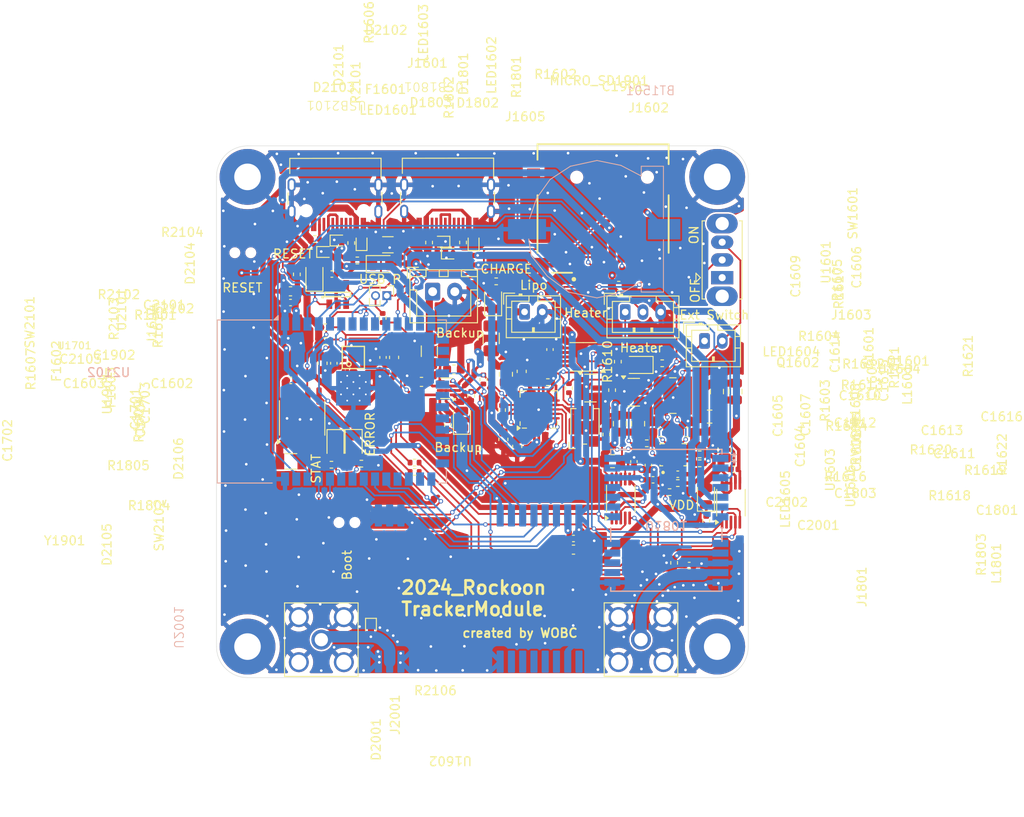
<source format=kicad_pcb>
(kicad_pcb (version 20240108) (generator "pcbnew") (generator_version "8.0")
  (layers (0 "F.Cu" signal) (31 "B.Cu" signal) (34 "B.Paste" user) (35 "F.Paste" user) (36 "B.SilkS" user "B.Silkscreen") (37 "F.SilkS" user "F.Silkscreen") (38 "B.Mask" user) (39 "F.Mask" user) (44 "Edge.Cuts" user))
  (net 0 "")
  (net 1 "GND")
  (net 2 "VDD")
  (net 3 "+BATT")
  (net 4 "/GPSActive/USB_D+")
  (net 5 "/GPSActive/USB_D-")
  (net 6 "/ESP32/USB_D+")
  (net 7 "/ESP32/USB_D-")
  (net 8 "RESET")
  (net 9 "/ESP32/I2C_SCL")
  (net 10 "/ESP32/I2C_SDA")
  (net 11 "VCCRF")
  (net 12 "/GPSActive/+BATT")
  (net 13 "GPSANT1")
  (net 14 "/ESP32/WDI")
  (net 15 "/ESP32/CAN_RX")
  (net 16 "/ESP32/CAN_TX")
  (net 17 "/ESP32/GPIO5{slash}ADC1_CH4")
  (net 18 "/ESP32/GPIO39")
  (net 19 "/ESP32/GPIO7{slash}ADC1_CH6")
  (net 20 "/ESP32/GPIO21")
  (net 21 "/ESP32/GPIO14")
  (net 22 "/ESP32/GPIO48")
  (net 23 "/ESP32/GPIO8{slash}ADC1_CH7")
  (net 24 "/ESP32/GPIO18")
  (net 25 "/ESP32/GPIO40")
  (net 26 "/ESP32/GPIO47")
  (net 27 "/ESP32/GPIO10{slash}ADC1_CH9")
  (net 28 "/ESP32/GPIO4{slash}ADC1_CH3")
  (net 29 "/ESP32/GPIO13")
  (net 30 "/ESP32/GPIO3{slash}ADC1_CH2")
  (net 31 "/ESP32/GPIO9{slash}ADC1_CH8")
  (net 32 "/ESP32/GPIO6{slash}ADC1_CH5")
  (net 33 "/ESP32/GPIO11")
  (net 34 "/ESP32/GPIO2{slash}ADC1_CH1")
  (net 35 "/ESP32/GPIO1{slash}ADC1_CH0")
  (net 36 "/ESP32/GPIO38")
  (net 37 "/ESP32/GPIO12")
  (net 38 "/ESP32/VUSB")
  (net 39 "VPP")
  (net 40 "/Lipo/PROG")
  (net 41 "Net-(LED1601-A)")
  (net 42 "Net-(U1602-VIN2)")
  (net 43 "Net-(U1602-MODE)")
  (net 44 "Net-(U1601-V_{BAT_SENSE})")
  (net 45 "Net-(U1603-Vin-)")
  (net 46 "Net-(U1605-VAUX)")
  (net 47 "Net-(C1801-Pad1)")
  (net 48 "Net-(D1801-A2)")
  (net 49 "Net-(D2001-A2)")
  (net 50 "Net-(D2104-A)")
  (net 51 "Net-(D2105-A)")
  (net 52 "Net-(D2106-A)")
  (net 53 "Net-(J1601-Pin_1)")
  (net 54 "Net-(U1604-Vbus)")
  (net 55 "Net-(J1605-Pin_1)")
  (net 56 "Net-(J1602-Pin_1)")
  (net 57 "Net-(J1603-Pin_1)")
  (net 58 "Net-(J1603-Pin_2)")
  (net 59 "Net-(J1604-Pin_2)")
  (net 60 "Net-(U1605-L2)")
  (net 61 "Net-(U1605-L1)")
  (net 62 "Net-(LED1601-K)")
  (net 63 "Net-(LED1602-A)")
  (net 64 "Net-(LED1603-K)")
  (net 65 "Net-(LED1604-K)")
  (net 66 "Net-(LED1605-K)")
  (net 69 "Net-(Q1601-C)")
  (net 70 "Net-(Q1601-B)")
  (net 71 "Net-(R1603-Pad1)")
  (net 72 "Net-(U1601-PROG3)")
  (net 73 "Net-(U1601-CE)")
  (net 74 "Net-(U1602-PR1)")
  (net 75 "Net-(U1605-PG)")
  (net 76 "Net-(U1605-FB)")
  (net 77 "Net-(USB1801-CC1)")
  (net 78 "Net-(USB1801-CC2)")
  (net 79 "Net-(U1801-RXD_{slash}_SPI_MOSI)")
  (net 80 "Net-(U1801-TXD_{slash}_SPI_MISO)")
  (net 81 "Net-(USB2101-CC1)")
  (net 82 "Net-(USB2101-CC2)")
  (net 83 "Net-(U2102-MTDI{slash}GPIO41{slash}CLK_OUT1)")
  (net 84 "Net-(U2102-MTMS{slash}GPIO42)")
  (net 87 "Net-(U2101-MR)")
  (net 88 "Net-(U2102-GPIO0{slash}BOOT)")
  (net 96 "unconnected-(U1801-EXTINT-Pad4)")
  (net 100 "Net-(U1901-OSCI)")
  (net 101 "Net-(U1901-OSCO)")
  (footprint "Resistor_SMD:R_0402_1005Metric" (layer "F.Cu") (at 148 80.9 -90)
    (property "Reference" "R1801")
    (property "Value" "5.1k")
  )
  (footprint "Resistor_SMD:R_0402_1005Metric" (layer "F.Cu") (at 144.17 80.91 -90)
    (property "Reference" "R1802")
    (property "Value" "5.1k")
  )
  (footprint "Resistor_SMD:R_0402_1005Metric" (layer "F.Cu") (at 142.54 106.79)
    (property "Reference" "R1804")
    (property "Value" "33")
  )
  (footprint "Capacitor_SMD:C_0402_1005Metric" (layer "F.Cu") (at 160.46 114.3)
    (property "Reference" "C2002")
    (property "Value" "100n")
  )
  (footprint "Capacitor_SMD:C_0402_1005Metric" (layer "F.Cu") (at 133.42 94.53 -90)
    (property "Reference" "C1703")
    (property "Value" "100nF")
  )
  (footprint "Capacitor_SMD:C_0402_1005Metric" (layer "F.Cu") (at 128.53 87.68 180)
    (property "Reference" "C2103")
    (property "Value" "100nF")
  )
  (footprint "Resistor_SMD:R_0805_2012Metric" (layer "F.Cu") (at 152.84 95.7725 90)
    (property "Reference" "R1617")
    (property "Value" "50mΩ")
  )
  (footprint "Resistor_SMD:R_0402_1005Metric" (layer "F.Cu") (at 174.71 104.81)
    (property "Reference" "R1620")
    (property "Value" "47k")
  )
  (footprint "Package_SO:VSSOP-10_3x3mm_P0.5mm" (layer "F.Cu") (at 165.8 109.79 90)
    (property "Reference" "U1603")
    (property "Value" "INA226")
  )
  (footprint "Inductor_SMD:L_Wuerth_WE-TPC-3816" (layer "F.Cu") (at 171.675 98.175 90)
    (property "Reference" "L1601")
    (property "Value" "L")
  )
  (footprint "Resistor_SMD:R_0402_1005Metric" (layer "F.Cu") (at 164.82 97.56 90)
    (property "Reference" "R1611")
    (property "Value" "10k")
  )
  (footprint "Connector_Coaxial:SMA_Amphenol_132203-12_Horizontal" (layer "F.Cu") (at 168.08 125.71 180)
    (property "Reference" "J1801")
    (property "Value" "SMA")
  )
  (footprint "LED_SMD:LED_0805_2012Metric" (layer "F.Cu") (at 147.88 100.8575 90)
    (property "Reference" "LED1603")
    (property "Value" "Backup")
  )
  (footprint "Potentiometer_SMD:Potentiometer_Bourns_TC33X_Vertical" (layer "F.Cu") (at 161.75 101.55 90)
    (property "Reference" "RV1601")
    (property "Value" "10k")
  )
  (footprint "Resistor_SMD:R_0805_2012Metric" (layer "F.Cu") (at 177.51 104.3 -90)
    (property "Reference" "R1621")
    (property "Value" "50mΩ")
  )
  (footprint "Diode_SMD:D_SOD-882D" (layer "F.Cu") (at 145.6 80.81 180)
    (property "Reference" "D1802")
    (property "Value" "5V")
  )
  (footprint "WOBClibrary:TVAF06-A020B-R" (layer "F.Cu") (at 123.15 82.06)
    (property "Reference" "SW2101")
    (property "Value" "RESET" (hide yes))
  )
  (footprint "Capacitor_SMD:C_0603_1608Metric" (layer "F.Cu") (at 132.145 94.53 -90)
    (property "Reference" "C1701")
    (property "Value" "10μF")
  )
  (footprint "WOBClibrary:Board_1U_60x60" (layer "F.Cu") (at 150.18 100)
    (property "Reference" "REF**" (hide yes))
    (property "Value" "Board_1U_60x60" (hide yes))
    (fp_line (start -30 26.5) (end -30 -26.5) (stroke (width 0.05)) (layer "Edge.Cuts"))
    (fp_line (start -26.5 -30) (end 26.5 -30) (stroke (width 0.05)) (layer "Edge.Cuts"))
    (fp_line (start 26.5 30) (end -26.5 30) (stroke (width 0.05)) (layer "Edge.Cuts"))
    (fp_line (start 30 -26.5) (end 30 26.5) (stroke (width 0.05)) (layer "Edge.Cuts"))
    (fp_arc (start -30 -26.5) (mid -28.974874 -28.974874) (end -26.5 -30) (stroke (width 0.05)) (layer "Edge.Cuts"))
    (fp_arc (start -26.5 30) (mid -28.974874 28.974874) (end -30 26.5) (stroke (width 0.05)) (layer "Edge.Cuts"))
    (fp_arc (start 26.5 -30) (mid 28.974874 -28.974874) (end 30 -26.5) (stroke (width 0.05)) (layer "Edge.Cuts"))
    (fp_arc (start 30 26.5) (mid 28.974874 28.974874) (end 26.5 30) (stroke (width 0.05)) (layer "Edge.Cuts"))
  )
  (footprint "Package_SO:VSSOP-10_3x3mm_P0.5mm" (layer "F.Cu") (at 178.23 110.26 90)
    (property "Reference" "U1606")
    (property "Value" "INA226")
  )
  (footprint "Resistor_SMD:R_0402_1005Metric" (layer "F.Cu") (at 174.71 105.82 180)
    (property "Reference" "R1619")
    (property "Value" "15k")
  )
  (footprint "Button_Switch_THT:SW_Slide_SPDT_Straight_CK_OS102011MS2Q" (layer "F.Cu") (at 177.24 84.87 90)
    (property "Reference" "SW1601")
    (property "Value" "Power Switch")
  )
  (footprint "Connector_PinHeader_1.27mm:PinHeader_1x02_P1.27mm_Vertical" (layer "F.Cu") (at 139.4 86.9 -90)
    (property "Reference" "J1604")
    (property "Value" "HeaterPin")
  )
  (footprint "Capacitor_SMD:C_0603_1608Metric" (layer "F.Cu") (at 173.25 102.3 180)
    (property "Reference" "C1612")
    (property "Value" "10uF")
  )
  (footprint "WOBClibrary:SOT_23_5" (layer "F.Cu") (at 133.86 86.77 90)
    (property "Reference" "U2101")
    (property "Value" "TPS3820")
  )
  (footprint "Diode_SMD:D_SOD-882D" (layer "F.Cu") (at 133.9125 80.68)
    (property "Reference" "D2103")
    (property "Value" "5V")
  )
  (footprint "WOBClibrary:BME280" (layer "F.Cu") (at 135.62 93.88 180)
    (property "Reference" "U1701")
    (property "Value" "~")
  )
  (footprint "Resistor_SMD:R_0402_1005Metric" (layer "F.Cu") (at 148.92 98.21 90)
    (property "Reference" "R1606")
    (property "Value" "47k")
  )
  (footprint "WOBClibrary:USB_C_TYPEC-301S-ACP16X7" (layer "F.Cu") (at 133.55 75.2 180)
    (property "Reference" "USB2101")
    (property "Value" "USB_C_Receptacle_USB2.0")
  )
  (footprint "LED_SMD:LED_0805_2012Metric" (layer "F.Cu") (at 175.41 109.5325 90)
    (property "Reference" "LED1605")
    (property "Value" "VDD")
  )
  (footprint "Capacitor_SMD:C_0402_1005Metric" (layer "F.Cu") (at 172.23 107.05)
    (property "Reference" "C1611")
    (property "Value" "100nF")
  )
  (footprint "Resistor_SMD:R_0402_1005Metric" (layer "F.Cu") (at 171.82 117.05 -90)
    (property "Reference" "R1803")
    (property "Value" "10")
  )
  (footprint "Capacitor_SMD:C_0402_1005Metric" (layer "F.Cu") (at 173.52 117.35)
    (property "Reference" "C1801")
    (property "Value" "100nF")
  )
  (footprint "Capacitor_SMD:C_0805_2012Metric" (layer "F.Cu") (at 167.75 101.35 90)
    (property "Reference" "C1608")
    (property "Value" "22uF")
  )
  (footprint "Diode_SMD:D_SOD-882D" (layer "F.Cu") (at 146.47 82.15)
    (property "Reference" "D1803")
    (property "Value" "5V")
  )
  (footprint "LED_SMD:LED_0805_2012Metric" (layer "F.Cu") (at 138.7625 83.34)
    (property "Reference" "LED1601")
    (property "Value" "USB Power")
  )
  (footprint "Connector_JST:JST_PH_B2B-PH-K_1x02_P2.00mm_Vertical" (layer "F.Cu") (at 154.94 88.73)
    (property "Reference" "J1605")
    (property "Value" "LiPo")
  )
  (footprint "Resistor_SMD:R_0805_2012Metric" (layer "F.Cu") (at 164.8675 105.58)
    (property "Reference" "R1613")
    (property "Value" "50mΩ")
  )
  (footprint "Resistor_SMD:R_0402_1005Metric" (layer "F.Cu") (at 171.31 109.07)
    (property "Reference" "R1616")
    (property "Value" "330k")
  )
  (footprint "Capacitor_SMD:C_0402_1005Metric" (layer "F.Cu") (at 128.56 96.47 180)
    (property "Reference" "C1902")
    (property "Value" "100nF")
  )
  (footprint "Package_TO_SOT_SMD:SOT-583-8" (layer "F.Cu") (at 146.12 97.35 180)
    (property "Reference" "U1602")
    (property "Value" "TPS2116DRL")
  )
  (footprint "Resistor_SMD:R_0402_1005Metric" (layer "F.Cu") (at 146.3 101.51 90)
    (property "Reference" "R1609")
    (property "Value" "1k")
  )
  (footprint "Capacitor_SMD:C_0402_1005Metric" (layer "F.Cu") (at 178.55 106.5 180)
    (property "Reference" "C1616")
    (property "Value" "100nF")
  )
  (footprint "Resistor_SMD:R_0402_1005Metric" (layer "F.Cu") (at 157.57 96.66)
    (property "Reference" "R1604")
    (property "Value" "100k")
  )
  (footprint "Capacitor_SMD:C_0402_1005Metric" (layer "F.Cu") (at 133.2 84.46 180)
    (property "Reference" "C2101")
    (property "Value" "100nF")
  )
  (footprint "Resistor_SMD:R_0402_1005Metric" (layer "F.Cu") (at 175.44 112.32 -90)
    (property "Reference" "R1622")
    (property "Value" "1k")
  )
  (footprint "Fuse:Fuse_1206_3216Metric" (layer "F.Cu") (at 151.18 91.72 90)
    (property "Reference" "F1603")
    (property "Value" "Polyfuse")
  )
  (footprint "Resistor_SMD:R_0402_1005Metric" (layer "F.Cu") (at 170.47 94.53 180)
    (property "Reference" "R1612")
    (property "Value" "1k")
  )
  (footprint "LED_SMD:LED_0805_2012Metric" (layer "F.Cu") (at 133.61 103.7 -90)
    (property "Reference" "D2106")
    (property "Value" "STAT")
  )
  (footprint "Connector_JST:JST_XH_B2B-XH-A_1x02_P2.50mm_Vertical" (layer "F.Cu") (at 144.57 86.45)
    (property "Reference" "J1601")
    (property "Value" "Battery")
  )
  (footprint "Capacitor_SMD:C_0805_2012Metric" (layer "F.Cu") (at 165.7 101.35 90)
    (property "Reference" "C1607")
    (property "Value" "22uF")
  )
  (footprint "Resistor_SMD:R_0402_1005Metric" (layer "F.Cu") (at 165.47 94.35 90)
    (property "Reference" "R1610")
    (property "Value" "100k")
  )
  (footprint "Resistor_SMD:R_0402_1005Metric" (layer "F.Cu") (at 132.46 92.03)
    (property "Reference" "R2107" (hide yes))
    (property "Value" "10k")
  )
  (footprint "Capacitor_SMD:C_0603_1608Metric" (layer "F.Cu") (at 128.53 86.41)
    (property "Reference" "C2102")
    (property "Value" "10uF")
  )
  (footprint "Package_TO_SOT_SMD:SOT-23" (layer "F.Cu") (at 162.38 97.33)
    (property "Reference" "Q1601")
    (property "Value" "Q_NPN_BEC")
  )
  (footprint "Resistor_SMD:R_0402_1005Metric" (layer "F.Cu") (at 136.07 82.93 180)
    (property "Reference" "R1601")
    (property "Value" "1k")
  )
  (footprint "Fuse:Fuse_1206_3216Metric" (layer "F.Cu") (at 144.2 93.17 -90)
    (property "Reference" "F1602")
    (property "Value" "Polyfuse")
  )
  (footprint "Capacitor_SMD:C_0805_2012Metric" (layer "F.Cu") (at 178.74 97.725 90)
    (property "Reference" "C1615")
    (property "Value" "22uF")
  )
  (footprint "Diode_SMD:D_SOD-882D" (layer "F.Cu") (at 149.19 80.9 90)
    (property "Reference" "D1801")
    (property "Value" "5V")
  )
  (footprint "Package_DFN_QFN:QFN-20-1EP_4x4mm_P0.5mm_EP2.5x2.5mm" (layer "F.Cu") (at 156.55 99.7375 90)
    (property "Reference" "U1601")
    (property "Value" "MCP73871-1CC")
  )
  (footprint "Resistor_SMD:R_0402_1005Metric" (layer "F.Cu") (at 152.4 99.81 90)
    (property "Reference" "R1605")
    (property "Value" "100k")
  )
  (footprint "LED_SMD:LED_0805_2012Metric" (layer "F.Cu") (at 131.23 84.72 90)
    (property "Reference" "D2104")
    (property "Value" "RESET")
  )
  (footprint "Fuse:Fuse_1206_3216Metric" (layer "F.Cu") (at 139.52 81.16)
    (property "Reference" "F1601")
    (property "Value" "Polyfuse")
  )
  (footprint "Resistor_SMD:R_0402_1005Metric" (layer "F.Cu") (at 151.74 85.29 180)
    (property "Reference" "R1602")
    (property "Value" "1k")
  )
  (footprint "Crystal:Crystal_SMD_3215-2Pin_3.2x1.5mm" (layer "F.Cu") (at 128.57 105.6 180)
    (property "Reference" "Y1901")
    (property "Value" "Crystal")
  )
  (footprint "Capacitor_SMD:C_0402_1005Metric" (layer "F.Cu") (at 138.97 93.87 90)
    (property "Reference" "C1702")
    (property "Value" "100nF")
  )
  (footprint "LED_SMD:LED_0805_2012Metric" (layer "F.Cu") (at 135.66 103.69 -90)
    (property "Reference" "D2105")
    (property "Value" "ERROR")
  )
  (footprint "Capacitor_SMD:C_0402_1005Metric" (layer "F.Cu") (at 169.44 107.68 180)
    (property "Reference" "C1803")
    (property "Value" "100nF")
  )
  (footprint "Package_TO_SOT_SMD:SOT-23" (layer "F.Cu") (at 167.27 97.7975)
    (property "Reference" "Q1602")
    (property "Value" "Q_PMOS_GSD")
  )
  (footprint "WOBClibrary:VREG_TPS63070RNMR" (layer "F.Cu") (at 171.72 104.85 90)
    (property "Reference" "U1605")
    (property "Value" "TPS63070RNMR")
  )
  (footprint "Resistor_SMD:R_0402_1005Metric" (layer "F.Cu") (at 172.23 108.05 180)
    (property "Reference" "R1618")
    (property "Value" "100k")
  )
  (footprint "Capacitor_SMD:C_0603_1608Metric" (layer "F.Cu") (at 143.31 96.63 180)
    (property "Reference" "C1602")
    (property "Value" "10uF")
  )
  (footprint "WOBClibrary:USB_C_TYPEC-301S-ACP16X7" (layer "F.Cu") (at 146.25 75.185 180)
    (property "Reference" "USB1801")
    (property "Value" "USB_C_Receptacle_USB2.0")
  )
  (footprint "Capacitor_SMD:C_0603_1608Metric" (layer "F.Cu") (at 160.46 115.56)
    (property "Reference" "C2001")
    (property "Value" "10u")
  )
  (footprint "Capacitor_SMD:C_0603_1608Metric" (layer "F.Cu") (at 154.62 95.445 90)
    (property "Reference" "C1606")
    (property "Value" "10uF")
  )
  (footprint "LED_SMD:LED_0805_2012Metric" (layer "F.Cu") (at 151.39 87.48 90)
    (property "Reference" "LED1602")
    (property "Value" "CHARGE")
  )
  (footprint "Package_SO:VSSOP-10_3x3mm_P0.5mm" (layer "F.Cu") (at 161.56 93.81 180)
    (property "Reference" "U1604")
    (property "Value" "INA226")
  )
  (footprint "WOBCLibrary:TVAF06-A020B-R" (layer "F.Cu") (at 134.9 112.5 180)
    (property "Reference" "SW2102")
    (property "Value" "RESET")
  )
  (footprint "Resistor_SMD:R_0402_1005Metric" (layer "F.Cu") (at 133.15 105.98 180)
    (property "Reference" "R2106")
    (property "Value" "470")
  )
  (footprint "Inductor_SMD:L_0402_1005Metric" (layer "F.Cu") (at 170.45 118.315 90)
    (property "Reference" "L1801")
    (property "Value" "27nH, 300mA")
  )
  (footprint "Capacitor_SMD:C_0603_1608Metric" (layer "F.Cu") (at 170.25 102.3)
    (property "Reference" "C1610")
    (property "Value" "10uF")
  )
  (footprint "LED_SMD:LED_0805_2012Metric" (layer "F.Cu") (at 167.76 94.72 180)
    (property "Reference" "LED1604")
    (property "Value" "Heater")
  )
  (footprint "Resistor_SMD:R_0402_1005Metric" (layer "F.Cu") (at 138.93 89.42 -90)
    (property "Reference" "R1615")
    (property "Value" "10k")
  )
  (footprint "Resistor_SMD:R_0402_1005Metric" (layer "F.Cu") (at 136.53 105.86)
    (property "Reference" "R2104")
    (property "Value" "470")
  )
  (footprint "Connector_JST:JST_PH_B3B-PH-K_1x03_P2.00mm_Vertical" (layer "F.Cu") (at 166.3 88.75)
    (property "Reference" "J1602")
    (property "Value" "Temp&Heater")
  )
  (footprint "Connector_JST:JST_PH_B2B-PH-K_1x02_P2.00mm_Vertical" (layer "F.Cu") (at 175.25 92.01)
    (property "Reference" "J1603")
    (property "Value" "Ext Switch")
  )
  (footprint "Capacitor_SMD:C_0603_1608Metric" (layer "F.Cu") (at 165.57 85.8)
    (property "Reference" "C1901")
    (property "Value" "10uF")
  )
  (footprint "Resistor_SMD:R_0402_1005Metric" (layer "F.Cu") (at 131.27 80.51 180)
    (property "Reference" "R2102")
    (property "Value" "5.1k")
  )
  (footprint "Capacitor_SMD:C_0805_2012Metric" (layer "F.Cu") (at 175.825 100.55 180)
    (property "Reference" "C1613")
    (property "Value" "22uF")
  )
  (footprint "Capacitor_SMD:C_0402_1005Metric" (layer "F.Cu") (at 157.81 92.98 -90)
    (property "Reference" "C1609")
    (property "Value" "100nF")
  )
  (footprint "Capacitor_SMD:C_0603_1608Metric" (layer "F.Cu") (at 146.975 95.23)
    (property "Reference" "C1603")
    (property "Value" "10uF")
  )
  (footprint "Resistor_SMD:R_0402_1005Metric" (layer "F.Cu") (at 135.39 80.96 -90)
    (property "Reference" "R2101")
    (property "Value" "5.1k")
  )
  (footprint "Resistor_SMD:R_0402_1005Metric" (layer "F.Cu") (at 132.44 90.47)
    (property "Reference" "R2105" (hide yes))
    (property "Value" "10k")
  )
  (footprint "Resistor_SMD:R_0402_1005Metric" (layer "F.Cu") (at 159.95 97.34 -90)
    (property "Reference" "R1608")
    (property "Value" "10k")
  )
  (footprint "Resistor_SMD:R_0402_1005Metric" (layer "F.Cu") (at 150.29 96.36 -90)
    (property "Reference" "R1607")
    (property "Value" "100k")
  )
  (footprint "Diode_SMD:D_SOD-882D" (layer "F.Cu") (at 132.4 81.97)
    (property "Reference" "D2102")
    (property "Value" "5V")
  )
  (footprint "Capacitor_SMD:C_0402_1005Metric" (layer "F.Cu") (at 168.91 106.03 -90)
    (property "Reference" "C1802")
    (property "Value" "100nF")
  )
  (footprint "Diode_SMD:D_SOD-882D" (layer "F.Cu") (at 137.61 124.22 -90)
    (property "Reference" "D2001")
    (property "Value" "ESD9B5.0ST5G")
  )
  (footprint "Capacitor_SMD:C_0603_1608Metric" (layer "F.Cu") (at 152.55 103.115 -90)
    (property "Reference" "C1601")
    (property "Value" "10uF")
  )
  (footprint "Resistor_SMD:R_0402_1005Metric" (layer "F.Cu") (at 129.25 84.5 90)
    (property "Reference" "R2103")
    (property "Value" "470")
  )
  (footprint "Resistor_SMD:R_0402_1005Metric" (layer "F.Cu") (at 164.17 102.57 90)
    (property "Reference" "R1603")
    (property "Value" "1k")
  )
  (footprint "Resistor_SMD:R_0402_1005Metric" (layer "F.Cu") (at 168.73 103.56)
    (property "Reference" "R1614")
    (property "Value" "10k")
  )
  (footprint "Capacitor_SMD:C_0603_1608Metric" (layer "F.Cu") (at 140.22 93.87 90)
    (property "Reference" "C1704")
    (property "Value" "10μF")
  )
  (footprint "Diode_SMD:D_SOD-882D" (layer "F.Cu") (at 136.55 80.9 90)
    (property "Reference" "D2101")
    (property "Value" "5V")
  )
  (footprint "Connector_Coaxial:SMA_Amphenol_132203-12_Horizontal" (layer "F.Cu") (at 132.01 125.72 180)
    (property "Reference" "J2001")
    (property "Value" "SMA")
  )
  (footprint "WOBClibrary:TF-01A" (layer "F.Cu") (at 163.7998 77.0662 180)
    (property "Reference" "MICRO_SD1901")
    (property "Value" "TF-01A")
  )
  (footprint "Capacitor_SMD:C_0402_1005Metric" (layer "F.Cu") (at 167.28 105.61 90)
    (property "Reference" "C1604")
    (property "Value" "100nF")
  )
  (footprint "Capacitor_SMD:C_0805_2012Metric" (layer "F.Cu") (at 176.65 97.725 90)
    (property "Reference" "C1614")
    (property "Value" "22uF")
  )
  (footprint "Resistor_SMD:R_0402_1005Metric" (layer "F.Cu") (at 142.53 105.74)
    (property "Reference" "R1805")
    (property "Value" "33")
  )
  (footprint "Capacitor_SMD:C_0603_1608Metric" (layer "F.Cu") (at 154.11 103.915 -90)
    (property "Reference" "C1605")
    (property "Value" "10uF")
  )
  (footprint "Package_SO:SOIC-8_3.9x4.9mm_P1.27mm" (layer "F.Cu") (at 129.845 100.7 90)
    (property "Reference" "U1901")
    (property "Value" "PCF8563T")
  )
  (footprint "WOBClibrary:E220-900T22S(JP)" (layer "B.Cu") (at 138.45 119.95 90)
    (property "Reference" "U2001")
    (property "Value" "E220-900T22S(JP)")
  )
  (footprint "RF_Module:ESP32-S3-WROOM-1" (layer "B.Cu") (at 133.17 98.845 -90)
    (property "Reference" "U2102")
    (property "Value" "ESP32-S3-WROOM-1")
  )
  (footprint "WOBClibrary:ATGM332D-5N31" (layer "B.Cu") (at 170.94 112.85)
    (property "Reference" "U1801")
    (property "Value" "NEO-M9N-00B")
  )
  (footprint "WOBClibrary:cr1220" (layer "B.Cu") (at 163.11 79.4 180)
    (property "Reference" "BT1501")
    (property "Value" "Battery_Cell")
  )
  (gr_text "STAT" (at 132 108.2 90) (layer "F.SilkS") (effects (font (size 1 1)) (justify left bottom)))
  (gr_text "created by WOBC" (at 147.82 125.56 0) (layer "F.SilkS") (effects (font (size 1 1) (thickness 0.2) (bold yes)) (justify left bottom)))
  (gr_text "ERROR" (at 138.1 105.1 90) (layer "F.SilkS") (effects (font (size 1 1)) (justify left bottom)))
  (gr_text "Backup" (at 144.68 104.61 0) (layer "F.SilkS") (effects (font (size 1 1)) (justify left bottom)))
  (gr_text "CHARGE" (at 149.87 84.48 0) (layer "F.SilkS") (effects (font (size 1 1)) (justify left bottom)))
  (gr_text "Lipo" (at 154.33 86.3 0) (layer "F.SilkS") (effects (font (size 1 1)) (justify left bottom)))
  (gr_text "RESET" (at 126.46 82.77 0) (layer "F.SilkS") (effects (font (size 1 1)) (justify left bottom)))
  (gr_text "VDD" (at 171.14 111.13 0) (layer "F.SilkS") (effects (font (size 1 1)) (justify left bottom)))
  (gr_text "Boot" (at 135.5 119.1 90) (layer "F.SilkS") (effects (font (size 1 1)) (justify left bottom)))
  (gr_text "USB P" (at 136.16 85.64 0) (layer "F.SilkS") (effects (font (size 1 1)) (justify left bottom)))
  (gr_text "OFF" (at 174.78 87.81 90) (layer "F.SilkS") (effects (font (size 1 1)) (justify left bottom)))
  (gr_text "Heater" (at 159.31 89.42 0) (layer "F.SilkS") (effects (font (size 1 1)) (justify left bottom)))
  (gr_text "Backup" (at 144.86 91.69 0) (layer "F.SilkS") (effects (font (size 1 1)) (justify left bottom)))
  (gr_text "Heater" (at 165.6 93.37 0) (layer "F.SilkS") (effects (font (size 1 1)) (justify left bottom)))
  (gr_text "RESET" (at 120.74 86.6 0) (layer "F.SilkS") (effects (font (size 1 1)) (justify left bottom)))
  (gr_text "ON" (at 174.64 81.19 90) (layer "F.SilkS") (effects (font (size 1 1)) (justify left bottom)))
  (gr_text "Ext Switch" (at 172.32 89.67 0) (layer "F.SilkS") (effects (font (size 1 1)) (justify left bottom)))
  (gr_text "2024_Rockoon\nTrackerModule" (at 140.87 123.14 0) (layer "F.SilkS") (effects (font (size 1.5 1.5) (thickness 0.3) (bold yes)) (justify left bottom)))
  (segment (start 133.68 87.69) (end 133.86 87.87) (width 0.4) (layer "F.Cu") (net 1))
  (segment (start 178.56 105.892444) (end 178.51 105.942444) (width 0.3) (layer "F.Cu") (net 1))
  (segment (start 149.6 78.855) (end 150.14 79.395) (width 0.8) (layer "F.Cu") (net 1))
  (segment (start 160.65 101.15) (end 161.63 102.13) (width 0.2) (layer "F.Cu") (net 1))
  (segment (start 173.39 101.04) (end 174.385 101.04) (width 0.8) (layer "F.Cu") (net 1))
  (segment (start 148 81.41) (end 149.13 81.41) (width 0.8) (layer "F.Cu") (net 1))
  (segment (start 142.535 96.63) (end 142.22 96.63) (width 0.8) (layer "F.Cu") (net 1))
  (segment (start 166.3 107.59) (end 166.3 106.557244) (width 0.2) (layer "F.Cu") (net 1))
  (segment (start 168.19 82.96) (end 167.98 82.75) (width 0.8) (layer "F.Cu") (net 1))
  (segment (start 161.08 113.31) (end 161.08 114.16) (width 0.6) (layer "F.Cu") (net 1))
  (segment (start 164.17 101.790001) (end 165.560001 100.4) (width 0.8) (layer "F.Cu") (net 1))
  (segment (start 131.96 81.96) (end 131.96 81.97) (width 0.6) (layer "F.Cu") (net 1))
  (segment (start 156.46 94.16) (end 156.61 94.31) (width 0.8) (layer "F.Cu") (net 1))
  (segment (start 143.99 81.583188) (end 143.826812 81.42) (width 0.8) (layer "F.Cu") (net 1))
  (segment (start 164.17 99.77) (end 164.17 101.790001) (width 0.8) (layer "F.Cu") (net 1))
  (segment (start 132 81.92) (end 131.96 81.96) (width 0.6) (layer "F.Cu") (net 1))
  (segment (start 138.815 93.545) (end 138.97 93.39) (width 0.4) (layer "F.Cu") (net 1))
  (segment (start 138.17 92.905613) (end 138.169387 92.905) (width 0.4) (layer "F.Cu") (net 1))
  (segment (start 169.01 87.46) (end 170.3 88.75) (width 0.8) (layer "F.Cu") (net 1))
  (segment (start 178.73 107.23188) (end 178.73 108.06) (width 0.3) (layer "F.Cu") (net 1))
  (segment (start 158.4875 97.0675) (end 158.08 96.66) (width 0.3) (layer "F.Cu") (net 1))
  (segment (start 156.966184 94.31) (end 157.843092 93.433092) (width 0.8) (layer "F.Cu") (net 1))
  (segment (start 158.4875 99.2375) (end 157.05 99.2375) (width 0.2) (layer "F.Cu") (net 1))
  (segment (start 171.72 103.055) (end 172.475 102.3) (width 0.2) (layer "F.Cu") (net 1))
  (segment (start 141.695 96.105) (end 141.695 95.94) (width 0.8) (layer "F.Cu") (net 1))
  (segment (start 167.75 100.4) (end 168.28 100.93) (width 0.8) (layer "F.Cu") (net 1))
  (segment (start 174.91 117.14) (end 174.47 117.14) (width 0.8) (layer "F.Cu") (net 1))
  (segment (start 169.92 107.68) (end 169.935787 107.68) (width 0.6) (layer "F.Cu") (net 1))
  (segment (start 134.660761 82.81) (end 135.44 82.81) (width 0.4) (layer "F.Cu") (net 1))
  (segment (start 167.98 82.75) (end 167.45 82.75) (width 0.8) (layer "F.Cu") (net 1))
  (segment (start 158.08 96.66) (end 158.08 97.27) (width 0.3) (layer "F.Cu") (net 1))
  (segment (start 173.38 101.05) (end 173.39 101.04) (width 0.8) (layer "F.Cu") (net 1))
  (segment (start 178.165051 104.299595) (end 178.56 104.694544) (width 0.3) (layer "F.Cu") (net 1))
  (segment (start 175.376394 105.82) (end 175.22 105.82) (width 0.4) (layer "F.Cu") (net 1))
  (segment (start 170.17 100.93) (end 171.025 101.785) (width 0.8) (layer "F.Cu") (net 1))
  (segment (start 158.58 89.49) (end 157.82 88.73) (width 0.6) (layer "F.Cu") (net 1))
  (segment (start 161.31 93.45) (end 161.17 93.31) (width 0.3) (layer "F.Cu") (net 1))
  (segment (start 131.75 103.175) (end 133.19 103.175) (width 0.8) (layer "F.Cu") (net 1))
  (segment (start 178.35 106.85188) (end 178.73 107.23188) (width 0.3) (layer "F.Cu") (net 1))
  (segment (start 166.5925 106.264744) (end 166.3 106.557244) (width 0.2) (layer "F.Cu") (net 1))
  (segment (start 135 84.46) (end 133.68 84.46) (width 0.4) (layer "F.Cu") (net 1))
  (segment (start 174.21 117.14) (end 174.43 117.14) (width 0.8) (layer "F.Cu") (net 1))
  (segment (start 134.79 94.855) (end 134.93 94.995) (width 0.4) (layer "F.Cu") (net 1))
  (segment (start 149.13 81.41) (end 149.19 81.35) (width 0.8) (layer "F.Cu") (net 1))
  (segment (start 143.99 82.43) (end 143.99 81.583188) (width 0.8) (layer "F.Cu") (net 1))
  (segment (start 156.61 94.31) (end 156.966184 94.31) (width 0.8) (layer "F.Cu") (net 1))
  (segment (start 147.75 95.23) (end 147.75 90.51) (width 0.8) (layer "F.Cu") (net 1))
  (segment (start 136.55 81.3) (end 135.56 82.29) (width 0.4) (layer "F.Cu") (net 1))
  (segment (start 159.223186 99.2375) (end 160.65 100.664314) (width 0.2) (layer "F.Cu") (net 1))
  (segment (start 156.53 99.7575) (end 156.53 99.77) (width 0.2) (layer "F.Cu") (net 1))
  (segment (start 146.86 98.1) (end 148.29 98.1) (width 0.3) (layer "F.Cu") (net 1))
  (segment (start 175.925 96.775) (end 174.875 97.825) (width 0.8) (layer "F.Cu") (net 1))
  (segment (start 175.22 105.880346) (end 175.22 105.82) (width 0.4) (layer "F.Cu") (net 1))
  (segment (start 146 82.08) (end 146.07 82.15) (width 0.6) (layer "F.Cu") (net 1))
  (segment (start 133.6125 102.7525) (end 133.59 102.775) (width 0.8) (layer "F.Cu") (net 1))
  (segment (start 135.56 82.29) (end 135.56 82.93) (width 0.4) (layer "F.Cu") (net 1))
  (segment (start 161.4425 98.28) (end 163.51 98.28) (width 0.8) (layer "F.Cu") (net 1))
  (segment (start 157.55 98.7375) (end 156.53 99.7575) (width 0.2) (layer "F.Cu") (net 1))
  (segment (start 171.72 104.25) (end 171.72 104.902132) (width 0.2) (layer "F.Cu") (net 1))
  (segment (start 128.655 78.36) (end 129.165 78.87) (width 0.8) (layer "F.Cu") (net 1))
  (segment (start 175.37 112.83) (end 174.14 111.6) (width 0.4) (layer "F.Cu") (net 1))
  (segment (start 172.475 102.3) (end 172.475 101.825) (width 0.8) (layer "F.Cu") (net 1))
  (segment (start 158.4875 98.7375) (end 158.4875 99.2375) (width 0.3) (layer "F.Cu") (net 1))
  (segment (start 138.169387 92.905) (end 136.745 92.905) (width 0.4) (layer "F.Cu") (net 1))
  (segment (start 168.825 87.275) (end 169.01 87.46) (width 0.8) (layer "F.Cu") (net 1))
  (segment (start 160.65 100.664314) (end 160.65 101.15) (width 0.2) (layer "F.Cu") (net 1))
  (segment (start 132.345 114.725) (end 132.24 114.83) (width 0.2) (layer "F.Cu") (net 1))
  (segment (start 175.65783 105.538564) (end 175.376394 105.82) (width 0.4) (layer "F.Cu") (net 1))
  (segment (start 146.07 82.15) (end 146.07 82.587348) (width 0.6) (layer "F.Cu") (net 1))
  (segment (start 140.22 93.095) (end 139.265 93.095) (width 0.8) (layer "F.Cu") (net 1))
  (segment (start 161.235 114.554999) (end 160.980001 114.3) (width 0.8) (layer "F.Cu") (net 1))
  (segment (start 134.93 94.995) (end 134.93 95.945) (width 0.4) (layer "F.Cu") (net 1))
  (segment (start 133.575 94.855) (end 133.42 95.01) (width 0.4) (layer "F.Cu") (net 1))
  (segment (start 135.39 81.47) (end 135.39 82.12) (width 0.4) (layer "F.Cu") (net 1))
  (segment (start 156.53 99.77) (end 156.5175 99.77) (width 0.2) (layer "F.Cu") (net 1))
  (segment (start 175.44 112.83) (end 175.37 112.83) (width 0.4) (layer "F.Cu") (net 1))
  (segment (start 137.516842 94.205) (end 136.745 94.205) (width 0.4) (layer "F.Cu") (net 1))
  (segment (start 138.17 92.905613) (end 138.485613 92.905613) (width 0.4) (layer "F.Cu") (net 1))
  (segment (start 174.050346 107.05) (end 175.22 105.880346) (width 0.4) (layer "F.Cu") (net 1))
  (segment (start 140.46 89.93) (end 142.54 92.01) (width 0.2) (layer "F.Cu") (net 1))
  (segment (start 159.36 93.31) (end 158.02 93.31) (width 0.3) (layer "F.Cu") (net 1))
  (segment (start 133.5125 80.68) (end 133.47 80.61) (width 0.4) (layer "F.Cu") (net 1))
  (segment (start 167.28 105.13) (end 167.26 105.15) (width 0.2) (layer "F.Cu") (net 1))
  (segment (start 172.47 105.652132) (end 172.47 106) (width 0.2) (layer "F.Cu") (net 1))
  (segment (start 154.62 94.67) (end 154.62 94.41075) (width 0.3) (layer "F.Cu") (net 1))
  (segment (start 138.15 79.71) (end 137.31 78.87) (width 0.6) (layer "F.Cu") (net 1))
  (segment (start 170.32 105.575) (end 170.32 107.18) (width 0.2) (layer "F.Cu") (net 1))
  (segment (start 130.2 78.87) (end 130.2 79.95) (width 0.8) (layer "F.Cu") (net 1))
  (segment (start 135.44 82.81) (end 135.56 82.93) (width 0.4) (layer "F.Cu") (net 1))
  (segment (start 133.47 80.61) (end 133.5125 81.661739) (width 0.4) (layer "F.Cu") (net 1))
  (segment (start 155.24 94.16) (end 156.46 94.16) (width 0.8) (layer "F.Cu") (net 1))
  (segment (start 138.485613 92.905613) (end 138.97 93.39) (width 0.4) (layer "F.Cu") (net 1))
  (segment (start 127.9 88.63) (end 127.9 87.83) (width 0.8) (layer "F.Cu") (net 1))
  (segment (start 164.1 102.13) (end 164.17 102.06) (width 0.2) (layer "F.Cu") (net 1))
  (segment (start 157.82 88.73) (end 156.92 88.73) (width 0.6) (layer "F.Cu") (net 1))
  (segment (start 147.75 90.51) (end 146.41 89.17) (width 0.8) (layer "F.Cu") (net 1))
  (segment (start 146 80.81) (end 146.02 80.79) (width 0.6) (layer "F.Cu") (net 1))
  (segment (start 178.35 106.55) (end 178.35 106.85188) (width 0.3) (layer "F.Cu") (net 1))
  (segment (start 132.405 95.305) (end 132.45 95.35) (width 0.8) (layer "F.Cu") (net 1))
  (segment (start 154.11 104.69) (end 153.35 104.69) (width 0.8) (layer "F.Cu") (net 1))
  (segment (start 166.5925 105.8175) (end 166.5925 106.264744) (width 0.2) (layer "F.Cu") (net 1))
  (segment (start 142.815 78.855) (end 142.9 78.855) (width 0.6) (layer "F.Cu") (net 1))
  (segment (start 158.4875 98.7375) (end 158.4875 97.0675) (width 0.3) (layer "F.Cu") (net 1))
  (segment (start 171.72 104.902132) (end 172.47 105.652132) (width 0.2) (layer "F.Cu") (net 1))
  (segment (start 152.885 77.395) (end 153.19 77.09) (width 0.6) (layer "F.Cu") (net 1))
  (segment (start 164.06 99.66) (end 164.17 99.77) (width 0.8) (layer "F.Cu") (net 1))
  (segment (start 132.495 95.305) (end 133.165001 95.305) (width 0.8) (layer "F.Cu") (net 1))
  (segment (start 168.935 105.575) (end 168.91 105.55) (width 0.3) (layer "F.Cu") (net 1))
  (segment (start 132.45 95.35) (end 132.495 95.305) (width 0.8) (layer "F.Cu") (net 1))
  (segment (start 150.14 81) (end 149.73 81.41) (width 0.8) (layer "F.Cu") (net 1))
  (segment (start 135.56 82.93) (end 135.56 83.9) (width 0.4) (layer "F.Cu") (net 1))
  (segment (start 146.02 80.79) (end 146 82.08) (width 0.6) (layer "F.Cu") (net 1))
  (segment (start 138.93 89.93) (end 140.46 89.93) (width 0.2) (layer "F.Cu") (net 1))
  (segment (start 127.9 87.83) (end 128.05 87.68) (width 0.8) (layer "F.Cu") (net 1))
  (segment (start 173.37 101.04) (end 173.38 101.05) (width 0.8) (layer "F.Cu") (net 1))
  (segment (start 172.475 101.825) (end 173.26 101.04) (width 0.8) (layer "F.Cu") (net 1))
  (segment (start 169.935787 107.68) (end 170.512893 108.257106) (width 0.6) (layer "F.Cu") (net 1))
  (segment (start 151.145 77.395) (end 152.885 77.395) (width 0.6) (layer "F.Cu") (net 1))
  (segment (start 164.06 98.83) (end 164.06 99.66) (width 0.8) (layer "F.Cu") (net 1))
  (segment (start 171.025 102.3) (end 171.72 102.3) (width 0.8) (layer "F.Cu") (net 1))
  (segment (start 133.5125 81.661739) (end 134.660761 82.81) (width 0.4) (layer "F.Cu") (net 1))
  (segment (start 147.05 86.44) (end 148.995 88.385) (width 0.4) (layer "F.Cu") (net 1))
  (segment (start 148.75 98.56) (end 148.75 98.943504) (width 0.6) (layer "F.Cu") (net 1))
  (segment (start 157.55 97.8) (end 157.55 98.7375) (width 0.2) (layer "F.Cu") (net 1))
  (segment (start 172.47 106) (end 172.47 106.81) (width 0.2) (layer "F.Cu") (net 1))
  (segment (start 167.07 84.24) (end 167.07 85.37) (width 0.8) (layer "F.Cu") (net 1))
  (segment (start 176.65 96.775) (end 178.85 96.775) (width 0.8) (layer "F.Cu") (net 1))
  (segment (start 131.96 81.68) (end 131.96 81.88) (width 0.6) (layer "F.Cu") (net 1))
  (segment (start 172.71 107.05) (end 174.050346 107.05) (width 0.4) (layer "F.Cu") (net 1))
  (segment (start 129.33 79.05) (end 130.2 78.87) (width 0.8) (layer "F.Cu") (net 1))
  (segment (start 158.21 96.23) (end 158.21 96.53) (width 0.3) (layer "F.Cu") (net 1))
  (segment (start 134.945 94.855) (end 134.79 94.855) (width 0.4) (layer "F.Cu") (net 1))
  (segment (start 135.66 102.7525) (end 133.6125 102.7525) (width 0.8) (layer "F.Cu") (net 1))
  (segment (start 170.3 88.75) (end 170.98 89.43) (width 0.8) (layer "F.Cu") (net 1))
  (segment (start 171.72 104.25) (end 171.72 102.995) (width 0.2) (layer "F.Cu") (net 1))
  (segment (start 171.72 102.3) (end 172.475 102.3) (width 0.8) (layer "F.Cu") (net 1))
  (segment (start 156.5175 99.77) (end 156.55 99.7375) (width 0.2) (layer "F.Cu") (net 1))
  (segment (start 135.995 92.98) (end 135.995 93.805) (width 0.4) (layer "F.Cu") (net 1))
  (segment (start 174.875 97.825) (end 174.875 100.55) (width 0.8) (layer "F.Cu") (net 1))
  (segment (start 127.755 86.41) (end 127.755 87.385) (width 0.8) (layer "F.Cu") (net 1))
  (segment (start 142.9 80.493188) (end 143.826812 81.42) (width 0.8) (layer "F.Cu") (net 1))
  (segment (start 132.145 95.305) (end 132.405 95.305) (width 0.8) (layer "F.Cu") (net 1))
  (segment (start 149.685 78.855) (end 149.6 78.855) (width 0.6) (layer "F.Cu") (net 1))
  (segment (start 135.39 82.12) (end 135.56 82.29) (width 0.4) (layer "F.Cu") (net 1))
  (segment (start 178.56 104.694544) (end 178.56 105.892444) (width 0.3) (layer "F.Cu") (net 1))
  (segment (start 151.2925 88.385) (end 151.6 88.0775) (width 0.4) (layer "F.Cu") (net 1))
  (segment (start 142.22 96.63) (end 141.695 96.105) (width 0.8) (layer "F.Cu") (net 1))
  (segment (start 157.05 99.2375) (end 156.55 99.7375) (width 0.2) (layer "F.Cu") (net 1))
  (segment (start 149.73 81.41) (end 149.13 81.41) (width 0.8) (layer "F.Cu") (net 1))
  (segment (start 137.31 78.87) (end 136.9 78.87) (width 0.6) (layer "F.Cu") (net 1))
  (segment (start 134.9 114.725) (end 132.345 114.725) (width 0.2) (layer "F.Cu") (net 1))
  (segment (start 170.32 105.575) (end 168.935 105.575) (width 0.3) (layer "F.Cu") (net 1))
  (segment (start 130.76 80.51) (end 130.76 80.711768) (width 0.6) (layer "F.Cu") (net 1))
  (segment (start 167.45 82.75) (end 167.07 83.13) (width 0.8) (layer "F.Cu") (net 1))
  (segment (start 148.995 88.385) (end 151.2925 88.385) (width 0.4) (layer "F.Cu") (net 1))
  (segment (start 162.34 115.56) (end 161.235 115.56) (width 0.6) (layer "F.Cu") (net 1))
  (segment (start 165.7 100.4) (end 167.75 100.4) (width 0.8) (layer "F.Cu") (net 1))
  (segment (start 134.495 94.855) (end 133.575 94.855) (width 0.4) (layer "F.Cu") (net 1))
  (segment (start 150.34 101.68) (end 152.55 103.89) (width 0.6) (layer "F.Cu") (net 1))
  (segment (start 178.35 106.102444) (end 178.35 106.55) (width 0.4) (layer "F.Cu") (net 1))
  (segment (start 167.995 87.275) (end 168.825 87.275) (width 0.8) (layer "F.Cu") (net 1))
  (segment (start 135.56 83.9) (end 135 84.46) (width 0.4) (layer "F.Cu") (net 1))
  (segment (start 171.72 102.995) (end 171.025 102.3) (width 0.2) (layer "F.Cu") (net 1))
  (segment (start 171.72 104.25) (end 171.72 103.055) (width 0.2) (layer "F.Cu") (net 1))
  (segment (start 161.88 102.13) (end 164.1 102.13) (width 0.2) (layer "F.Cu") (net 1))
  (segment (start 158.21 96.53) (end 158.08 96.66) (width 0.3) (layer "F.Cu") (net 1))
  (segment (start 158.4875 98.7375) (end 157.55 97.8) (width 0.3) (layer "F.Cu") (net 1))
  (segment (start 150.14 79.395) (end 150.14 81) (width 0.8) (layer "F.Cu") (net 1))
  (segment (start 143.826812 81.42) (end 144.17 81.42) (width 0.8) (layer "F.Cu") (net 1))
  (segment (start 174 117.35) (end 174.21 117.14) (width 0.8) (layer "F.Cu") (net 1))
  (segment (start 173.26 101.04) (end 173.37 101.04) (width 0.8) (layer "F.Cu") (net 1))
  (segment (start 154.62 94.41075) (end 154.87075 94.16) (width 0.8) (layer "F.Cu") (net 1))
  (segment (start 163.51 98.28) (end 164.06 98.83) (width 0.8) (layer "F.Cu") (net 1))
  (segment (start 162.8 115.1) (end 162.34 115.56) (width 0.6) (layer "F.Cu") (net 1))
  (segment (start 150.34 100.533504) (end 150.34 101.68) (width 0.6) (layer "F.Cu") (net 1))
  (segment (start 165.47 93.07) (end 165.32 92.92) (width 0.2) (layer "F.Cu") (net 1))
  (segment (start 161.17 93.31) (end 159.36 93.31) (width 0.3) (layer "F.Cu") (net 1))
  (segment (start 168.28 100.93) (end 170.17 100.93) (width 0.8) (layer "F.Cu") (net 1))
  (segment (start 130.76 80.711768) (end 131.378232 81.33) (width 0.6) (layer "F.Cu") (net 1))
  (segment (start 154.87075 94.16) (end 155.24 94.16) (width 0.8) (layer "F.Cu") (net 1))
  (segment (start 139.265 93.095) (end 138.97 93.39) (width 0.8) (layer "F.Cu") (net 1))
  (segment (start 129.04 95.08) (end 129.29 94.83) (width 0.6) (layer "F.Cu") (net 1))
  (segment (start 136.745 92.905) (end 136.07 92.905) (width 0.4) (layer "F.Cu") (net 1))
  (segment (start 133.68 84.46) (end 133.68 87.69) (width 0.4) (layer "F.Cu") (net 1))
  (segment (start 167.07 83.13) (end 167.07 84.24) (width 0.8) (layer "F.Cu") (net 1))
  (segment (start 158.02 93.31) (end 157.87 93.46) (width 0.3) (layer "F.Cu") (net 1))
  (segment (start 161.08 114.16) (end 160.94 114.3) (width 0.6) (layer "F.Cu") (net 1))
  (segment (start 133.19 103.175) (end 133.59 102.775) (width 0.8) (layer "F.Cu") (net 1))
  (segment (start 158.08 97.27) (end 157.55 97.8) (width 0.3) (layer "F.Cu") (net 1))
  (segment (start 142.9 78.855) (end 142.9 80.493188) (width 0.8) (layer "F.Cu") (net 1))
  (segment (start 164.17 102.06) (end 164.17 101.790001) (width 0.8) (layer "F.Cu") (net 1))
  (segment (start 165.560001 100.4) (end 165.7 100.4) (width 0.8) (layer "F.Cu") (net 1))
  (segment (start 131.61 81.33) (end 131.96 81.68) (width 0.6) (layer "F.Cu") (net 1))
  (segment (start 148.29 98.1) (end 148.75 98.56) (width 0.3) (layer "F.Cu") (net 1))
  (segment (start 153.35 104.69) (end 152.55 103.89) (width 0.8) (layer "F.Cu") (net 1))
  (segment (start 174.385 101.04) (end 174.875 100.55) (width 0.8) (layer "F.Cu") (net 1))
  (segment (start 128.655 77.41) (end 128.655 78.36) (width 0.8) (layer "F.Cu") (net 1))
  (segment (start 170.32 107.18) (end 169.96 107.54) (width 0.2) (layer "F.Cu") (net 1))
  (segment (start 129.165 78.87) (end 129.33 79.05) (width 0.8) (layer "F.Cu") (net 1))
  (segment (start 166.58 85.86) (end 167.995 87.275) (width 0.8) (layer "F.Cu") (net 1))
  (segment (start 171.025 101.785) (end 171.025 102.3) (width 0.8) (layer "F.Cu") (net 1))
  (segment (start 146.07 82.587348) (end 146.12 82.637348) (width 0.6) (layer "F.Cu") (net 1))
  (segment (start 135.995 93.805) (end 134.945 94.855) (width 0.4) (layer "F.Cu") (net 1))
  (segment (start 172.47 106.81) (end 172.71 107.05) (width 0.2) (layer "F.Cu") (net 1))
  (segment (start 131.378232 81.33) (end 131.61 81.33) (width 0.6) (layer "F.Cu") (net 1))
  (segment (start 131.96 81.88) (end 132 81.92) (width 0.6) (layer "F.Cu") (net 1))
  (segment (start 136.07 92.905) (end 135.995 92.98) (width 0.4) (layer "F.Cu") (net 1))
  (segment (start 130.2 79.95) (end 130.76 80.51) (width 0.8) (layer "F.Cu") (net 1))
  (segment (start 176.65 96.775) (end 175.925 96.775) (width 0.8) (layer "F.Cu") (net 1))
  (segment (start 151.145 77.395) (end 149.685 78.855) (width 0.6) (layer "F.Cu") (net 1))
  (segment (start 167.07 85.37) (end 166.58 85.86) (width 0.8) (layer "F.Cu") (net 1))
  (segment (start 176.788241 104.299595) (end 178.165051 104.299595) (width 0.3) (layer "F.Cu") (net 1))
  (segment (start 167.3 105.15) (end 167.3 105.11) (width 0.2) (layer "F.Cu") (net 1))
  (segment (start 133.165001 95.305) (end 133.42 95.050001) (width 0.8) (layer "F.Cu") (net 1))
  (segment (start 170.98 89.43) (end 170.98 94.53) (width 0.8) (layer "F.Cu") (net 1))
  (segment (start 148.75 98.943504) (end 150.34 100.533504) (width 0.6) (layer "F.Cu") (net 1))
  (segment (start 161.235 115.56) (end 161.235 114.554999) (width 0.8) (layer "F.Cu") (net 1))
  (segment (start 138.445 77.41) (end 138.445 79.415) (width 0.6) (layer "F.Cu") (net 1))
  (segment (start 162.8 114.56) (end 162.8 115.1) (width 0.6) (layer "F.Cu") (net 1))
  (segment (start 165.47 93.84) (end 165.47 93.07) (width 0.2) (layer "F.Cu") (net 1))
  (segment (start 127.755 87.385) (end 128.05 87.68) (width 0.8) (layer "F.Cu") (net 1))
  (segment (start 167.26 105.15) (end 167.3 105.15) (width 0.2) (layer "F.Cu") (net 1))
  (segment (start 161.63 102.13) (end 161.88 102.13) (width 0.2) (layer "F.Cu") (net 1))
  (segment (start 158.4875 98.7375) (end 157.55 98.7375) (width 0.2) (layer "F.Cu") (net 1))
  (segment (start 178.51 105.942444) (end 178.35 106.102444) (width 0.4) (layer "F.Cu") (net 1))
  (segment (start 129.04 96.47) (end 129.04 95.08) (width 0.6) (layer "F.Cu") (net 1))
  (segment (start 134.79 94.855) (end 134.495 94.855) (width 0.4) (layer "F.Cu") (net 1))
  (segment (start 138.445 79.415) (end 138.15 79.71) (width 0.6) (layer "F.Cu") (net 1))
  (segment (start 167.3 105.11) (end 166.5925 105.8175) (width 0.2) (layer "F.Cu") (net 1))
  (segment (start 141.355 77.395) (end 142.815 78.855) (width 0.6) (layer "F.Cu") (net 1))
  (segment (start 158.4875 99.2375) (end 159.223186 99.2375) (width 0.2) (layer "F.Cu") (net 1))
  (via (at 158.21 96.23) (size 0.5) (drill 0.3) (layers "F.Cu" "B.Cu") (net 1))
  (via (at 156.53 99.77) (size 0.5) (drill 0.3) (layers "F.Cu" "B.Cu") (net 1))
  (via (at 136.13 126.57) (size 0.5) (drill 0.3) (layers "F.Cu" "B.Cu") (net 1))
  (via (at 142.26 112.52) (size 0.5) (drill 0.3) (layers "F.Cu" "B.Cu") (net 1))
  (via (at 154.03 126.24) (size 0.5) (drill 0.3) (layers "F.Cu" "B.Cu") (net 1))
  (via (at 161.92 97.17) (size 0.5) (drill 0.3) (layers "F.Cu" "B.Cu") (net 1))
  (via (at 140.93 128.31) (size 0.5) (drill 0.3) (layers "F.Cu" "B.Cu") (net 1))
  (via (at 171.88 119.79) (size 0.5) (drill 0.3) (layers "F.Cu" "B.Cu") (net 1))
  (via (at 132.82 124.16) (size 0.5) (drill 0.3) (layers "F.Cu" "B.Cu") (net 1))
  (via (at 175.23 83.22) (size 0.5) (drill 0.3) (layers "F.Cu" "B.Cu") (net 1))
  (via (at 176.81 119.35) (size 0.5) (drill 0.3) (layers "F.Cu" "B.Cu") (net 1))
  (via (at 142.54 92.01) (size 0.5) (drill 0.3) (layers "F.Cu" "B.Cu") (net 1))
  (via (at 168.94 96.45) (size 0.5) (drill 0.3) (layers "F.Cu" "B.Cu") (net 1))
  (via (at 125.83 118.03) (size 0.5) (drill 0.3) (layers "F.Cu" "B.Cu") (net 1))
  (via (at 121.22 116.87) (size 0.5) (drill 0.3) (layers "F.Cu" "B.Cu") (net 1))
  (via (at 121.08 122.89) (size 0.5) (drill 0.3) (layers "F.Cu" "B.Cu") (net 1))
  (via (at 148.44 106.65) (size 0.5) (drill 0.3) (layers "F.Cu" "B.Cu") (net 1))
  (via (at 146.61 116.36) (size 0.5) (drill 0.3) (layers "F.Cu" "B.Cu") (net 1))
  (via (at 160.4 120.09) (size 0.5) (drill 0.3) (layers "F.Cu" "B.Cu") (net 1))
  (via (at 146.12 82.637348) (size 0.5) (drill 0.3) (layers "F.Cu" "B.Cu") (net 1))
  (via (at 169.01 87.46) (size 0.5) (drill 0.3) (layers "F.Cu" "B.Cu") (net 1))
  (via (at 138.45 106.04) (size 0.5) (drill 0.3) (layers "F.Cu" "B.Cu") (net 1))
  (via (at 144.37 126.49) (size 0.5) (drill 0.3) (layers "F.Cu" "B.Cu") (net 1))
  (via (at 136.32 124.24) (size 0.5) (drill 0.3) (layers "F.Cu" "B.Cu") (net 1))
  (via (at 150.33 85.5) (size 0.5) (drill 0.3) (layers "F.Cu" "B.Cu") (net 1))
  (via (at 158.51 91.81) (size 0.5) (drill 0.3) (layers "F.Cu" "B.Cu") (net 1))
  (via (at 176.92 95.03) (size 0.5) (drill 0.3) (layers "F.Cu" "B.Cu") (net 1))
  (via (at 157.26 126.12) (size 0.5) (drill 0.3) (layers "F.Cu" "B.Cu") (net 1))
  (via (at 155.24 94.16) (size 0.5) (drill 0.3) (layers "F.Cu" "B.Cu") (net 1))
  (via (at 133.38 118.03) (size 0.5) (drill 0.3) (layers "F.Cu" "B.Cu") (net 1))
  (via (at 148.17 123.02) (size 0.5) (drill 0.3) (layers "F.Cu" "B.Cu") (net 1))
  (via (at 120.98 84.97) (size 0.5) (drill 0.3) (layers "F.Cu" "B.Cu") (net 1))
  (via (at 174.14 111.6) (size 0.5) (drill 0.3) (layers "F.Cu" "B.Cu") (net 1))
  (via (at 124.45 83.05) (size 0.5) (drill 0.3) (layers "F.Cu" "B.Cu") (net 1))
  (via (at 141.69 95.94) (size 0.5) (drill 0.3) (layers "F.Cu" "B.Cu") (net 1))
  (via (at 121.06 81.33) (size 0.5) (drill 0.3) (layers "F.Cu" "B.Cu") (net 1))
  (via (at 132.86 111.93) (size 0.5) (drill 0.3) (layers "F.Cu" "B.Cu") (net 1))
  (via (at 169.85 72.97) (size 0.5) (drill 0.3) (layers "F.Cu" "B.Cu") (net 1))
  (via (at 138.17 92.905613) (size 0.5) (drill 0.3) (layers "F.Cu" "B.Cu") (net 1))
  (via (at 168.07 119.6) (size 0.5) (drill 0.3) (layers "F.Cu" "B.Cu") (net 1))
  (via (at 130.47 74.11) (size 0.5) (drill 0.3) (layers "F.Cu" "B.Cu") (net 1))
  (via (at 125.74 111.44) (size 0.5) (drill 0.3) (layers "F.Cu" "B.Cu") (net 1))
  (via (at 175.65783 105.538564) (size 0.5) (drill 0.3) (layers "F.Cu" "B.Cu") (net 1))
  (via (at 150.72 129.19) (size 0.5) (drill 0.3) (layers "F.Cu" "B.Cu") (net 1))
  (via (at 170.53 120.75) (size 0.5) (drill 0.3) (layers "F.Cu" "B.Cu") (net 1))
  (via (at 132 81.92) (size 0.5) (drill 0.3) (layers "F.Cu" "B.Cu") (net 1))
  (via (at 157.56 75.31) (size 0.5) (drill 0.3) (layers "F.Cu" "B.Cu") (net 1))
  (via (at 155.97 70.84) (size 0.5) (drill 0.3) (layers "F.Cu" "B.Cu") (net 1))
  (via (at 132.91 101.32) (size 0.5) (drill 0.3) (layers "F.Cu" "B.Cu") (net 1))
  (via (at 171.91 95.45) (size 0.5) (drill 0.3) (layers "F.Cu" "B.Cu") (net 1))
  (via (at 157.2 123.04) (size 0.5) (drill 0.3) (layers "F.Cu" "B.Cu") (net 1))
  (via (at 171.71 98.4) (size 0.5) (drill 0.3) (layers "F.Cu" "B.Cu") (net 1))
  (via (at 128.14 100.75) (size 0.5) (drill 0.3) (layers "F.Cu" "B.Cu") (net 1))
  (via (at 163.22 129.1) (size 0.5) (drill 0.3) (layers "F.Cu" "B.Cu") (net 1))
  (via (at 143.99 82.43) (size 0.5) (drill 0.3) (layers "F.Cu" "B.Cu") (net 1))
  (via (at 169.87 121.39) (size 0.5) (drill 0.3) (layers "F.Cu" "B.Cu") (net 1))
  (via (at 161.08 113.31) (size 0.5) (drill 0.3) (layers "F.Cu" "B.Cu") (net 1))
  (via (at 137.516842 94.205) (size 0.5) (drill 0.3) (layers "F.Cu" "B.Cu") (net 1))
  (via (at 161.41 77.59) (size 0.5) (drill 0.3) (layers "F.Cu" "B.Cu") (net 1))
  (via (at 123.47 117.36) (size 0.5) (drill 0.3) (layers "F.Cu" "B.Cu") (net 1))
  (via (at 135.79 74.9) (size 0.5) (drill 0.3) (layers "F.Cu" "B.Cu") (net 1))
  (via (at 121.01 97.56) (size 0.5) (drill 0.3) (layers "F.Cu" "B.Cu") (net 1))
  (via (at 173.38 101.05) (size 0.5) (drill 0.3) (layers "F.Cu" "B.Cu") (net 1))
  (via (at 179.18 115.74) (size 0.5) (drill 0.3) (layers "F.Cu" "B.Cu") (net 1))
  (via (at 179.13 76.8) (size 0.5) (drill 0.3) (layers "F.Cu" "B.Cu") (net 1))
  (via (at 136.04 120.3) (size 0.5) (drill 0.3) (layers "F.Cu" "B.Cu") (net 1))
  (via (at 155.54 77.13) (size 0.5) (drill 0.3) (layers "F.Cu" "B.Cu") (net 1))
  (via (at 131.88 121.72) (size 0.5) (drill 0.3) (layers "F.Cu" "B.Cu") (net 1))
  (via (at 127.9 88.63) (size 0.5) (drill 0.3) (layers "F.Cu" "B.Cu") (net 1))
  (via (at 147.5 74.53) (size 0.5) (drill 0.3) (layers "F.Cu" "B.Cu") (net 1))
  (via (at 171.58 125.81) (size 0.5) (drill 0.3) (layers "F.Cu" "B.Cu") (net 1))
  (via (at 140.12 125.26) (size 0.5) (drill 0.3) (layers "F.Cu" "B.Cu") (net 1))
  (via (at 174.91 117.14) (size 0.5) (drill 0.3) (layers "F.Cu" "B.Cu") (net 1))
  (via (at 133.9 70.82) (size 0.5) (drill 0.3) (layers "F.Cu" "B.Cu") (net 1))
  (via (at 138.62 96.01) (size 0.5) (drill 0.3) (layers "F.Cu" "B.Cu") (net 1))
  (via (at 148.15 126.46) (size 0.5) (drill 0.3) (layers "F.Cu" "B.Cu") (net 1))
  (via (at 128.27 91.71) (size 0.5) (drill 0.3) (layers "F.Cu" "B.Cu") (net 1))
  (via (at 124.52 78.82) (size 0.5) (drill 0.3) (layers "F.Cu" "B.Cu") (net 1))
  (via (at 166.36 73.44) (size 0.5) (drill 0.3) (layers "F.Cu" "B.Cu") (net 1))
  (via (at 125.86 93.94) (size 0.5) (drill 0.3) (layers "F.Cu" "B.Cu") (net 1))
  (via (at 129.33 79.05) (size 0.5) (drill 0.3) (layers "F.Cu" "B.Cu") (net 1))
  (via (at 136.78 129.19) (size 0.5) (drill 0.3) (layers "F.Cu" "B.Cu") (net 1))
  (via (at 129.7 92.26) (size 0.5) (drill 0.3) (layers "F.Cu" "B.Cu") (net 1))
  (via (at 129.48 109.36) (size 0.5) (drill 0.3) (layers "F.Cu" "B.Cu") (net 1))
  (via (at 173.2 123.11) (size 0.5) (drill 0.3) (layers "F.Cu" "B.Cu") (net 1))
  (via (at 154.86 91.83) (size 0.5) (drill 0.3) (layers "F.Cu" "B.Cu") (net 1))
  (via (at 158.34 77.3) (size 0.5) (drill 0.3) (layers "F.Cu" "B.Cu") (net 1))
  (via (at 168.88 71.41) (size 0.5) (drill 0.3) (layers "F.Cu" "B.Cu") (net 1))
  (via (at 169.78 95.48) (size 0.5) (drill 0.3) (layers "F.Cu" "B.Cu") (net 1))
  (via (at 129.45 116.39) (size 0.5) (drill 0.3) (layers "F.Cu" "B.Cu") (net 1))
  (via (at 166.14 125.4) (size 0.5) (drill 0.3) (layers "F.Cu" "B.Cu") (net 1))
  (via (at 139.72 81.48) (size 0.5) (drill 0.3) (layers "F.Cu" "B.Cu") (net 1))
  (via (at 179.13 118.28) (size 0.5) (drill 0.3) (layers "F.Cu" "B.Cu") (net 1))
  (via (at 170.66 116.23) (size 0.5) (drill 0.3) (layers "F.Cu" "B.Cu") (net 1))
  (via (at 123.4 100.88) (size 0.5) (drill 0.3) (layers "F.Cu" "B.Cu") (net 1))
  (via (at 133.45 126.58) (size 0.5) (drill 0.3) (layers "F.Cu" "B.Cu") (net 1))
  (via (at 179.1 123.25) (size 0.5) (drill 0.3) (layers "F.Cu" "B.Cu") (net 1))
  (via (at 162.26 74.22) (size 0.5) (drill 0.3) (layers "F.Cu" "B.Cu") (net 1))
  (via (at 170.88 76.86) (size 0.5) (drill 0.3) (layers "F.Cu" "B.Cu") (net 1))
  (via (at 173.1 129.13) (size 0.5) (drill 0.3) (layers "F.Cu" "B.Cu") (net 1))
  (via (at 158.58 89.49) (size 0.5) (drill 0.3) (layers "F.Cu" "B.Cu") (net 1))
  (via (at 125.83 99.01) (size 0.5) (drill 0.3) (layers "F.Cu" "B.Cu") (net 1))
  (via (at 159.62 82) (size 0.5) (drill 0.3) (layers "F.Cu" "B.Cu") (net 1))
  (via (at 144.98 129.2) (size 0.5) (drill 0.3) (layers "F.Cu" "B.Cu") (net 1))
  (via (at 123.45 111.04) (size 0.5) (drill 0.3) (layers "F.Cu" "B.Cu") (net 1))
  (via (at 125.92 123.05) (size 0.5) (drill 0.3) (layers "F.Cu" "B.Cu") (net 1))
  (via (at 164.43 88.35) (size 0.5) (drill 0.3) (layers "F.Cu" "B.Cu") (net 1))
  (via (at 127.87 125.53) (size 0.5) (drill 0.3) (layers "F.Cu" "B.Cu") (net 1))
  (via (at 165.32 92.92) (size 0.5) (drill 0.3) (layers "F.Cu" "B.Cu") (net 1))
  (via (at 129.6 100.87) (size 0.5) (drill 0.3) (layers "F.Cu" "B.Cu") (net 1))
  (via (at 141.78 116.59) (size 0.5) (drill 0.3) (layers "F.Cu" "B.Cu") (net 1))
  (via (at 137.41 116.56) (size 0.5) (drill 0.3) (layers "F.Cu" "B.Cu") (net 1))
  (via (at 147.96 129.18) (size 0.5) (drill 0.3) (layers "F.Cu" "B.Cu") (net 1))
  (via (at 165.36 95.88) (size 0.5) (drill 0.3) (layers "F.Cu" "B.Cu") (net 1))
  (via (at 138.22 114.4) (size 0.5) (drill 0.3) (layers "F.Cu" "B.Cu") (net 1))
  (via (at 163.77 86.57) (size 0.5) (drill 0.3) (layers "F.Cu" "B.Cu") (net 1))
  (via (at 152.29 123.13) (size 0.5) (drill 0.3) (layers "F.Cu" "B.Cu") (net 1))
  (via (at 137.16 109.92) (size 0.5) (drill 0.3) (layers "F.Cu" "B.Cu") (net 1))
  (via (at 161.31 93.45) (size 0.5) (drill 0.3) (layers "F.Cu" "B.Cu") (net 1))
  (via (at 121.15 119.67) (size 0.5) (drill 0.3) (layers "F.Cu" "B.Cu") (net 1))
  (via (at 138.15 79.71) (size 0.5) (drill 0.3) (layers "F.Cu" "B.Cu") (net 1))
  (via (at 149.81 119.94) (size 0.5) (drill 0.3) (layers "F.Cu" "B.Cu") (net 1))
  (via (at 132.24 114.83) (size 0.5) (drill 0.3) (layers "F.Cu" "B.Cu") (net 1))
  (via (at 154.44 119.97) (size 0.5) (drill 0.3) (layers "F.Cu" "B.Cu") (net 1))
  (via (at 176.18 103.8) (size 0.5) (drill 0.3) (layers "F.Cu" "B.Cu") (net 1))
  (via (at 167.3 105.15) (size 0.5) (drill 0.3) (layers "F.Cu" "B.Cu") (net 1))
  (via (at 145.27 119.66) (size 0.5) (drill 0.3) (layers "F.Cu" "B.Cu") (net 1))
  (via (at 167.08 121.94) (size 0.5) (drill 0.3) (layers "F.Cu" "B.Cu") (net 1))
  (via (at 171.59 86.53) (size 0.5) (drill 0.3) (layers "F.Cu" "B.Cu") (net 1))
  (via (at 176.788241 104.299595) (size 0.5) (drill 0.3) (layers "F.Cu" "B.Cu") (net 1))
  (via (at 152.83 93.25) (size 0.5) (drill 0.3) (layers "F.Cu" "B.Cu") (net 1))
  (via (at 121.03 102.23) (size 0.5) (drill 0.3) (layers "F.Cu" "B.Cu") (net 1))
  (via (at 126.94 129.11) (size 0.5) (drill 0.3) (layers "F.Cu" "B.Cu") (net 1))
  (via (at 129.45 70.93) (size 0.5) (drill 0.3) (layers "F.Cu" "B.Cu") (net 1))
  (via (at 179.06 121.33) (size 0.5) (drill 0.3) (layers "F.Cu" "B.Cu") (net 1))
  (via (at 151.53 70.86) (size 0.5) (drill 0.3) (layers "F.Cu" "B.Cu") (net 1))
  (via (at 138.4 127.06) (size 0.5) (drill 0.3) (layers "F.Cu" "B.Cu") (net 1))
  (via (at 169.77 93.21) (size 0.5) (drill 0.3) (layers "F.Cu" "B.Cu") (net 1))
  (via (at 170.96 117.04) (size 0.5) (drill 0.3) (layers "F.Cu" "B.Cu") (net 1))
  (via (at 124.39 86.7) (size 0.5) (drill 0.3) (layers "F.Cu" "B.Cu") (net 1))
  (via (at 161.88 102.13) (size 0.5) (drill 0.3) (layers "F.Cu" "B.Cu") (net 1))
  (via (at 170.15 81.71) (size 0.5) (drill 0.3) (layers "F.Cu" "B.Cu") (net 1))
  (via (at 126.54 77.34) (size 0.5) (drill 0.3) (layers "F.Cu" "B.Cu") (net 1))
  (via (at 125.39 107.64) (size 0.5) (drill 0.3) (layers "F.Cu" "B.Cu") (net 1))
  (via (at 124.37 90.5) (size 0.5) (drill 0.3) (layers "F.Cu" "B.Cu") (net 1))
  (via (at 175.12 81.05) (size 0.5) (drill 0.3) (layers "F.Cu" "B.Cu") (net 1))
  (via (at 162.8 114.56) (size 0.5) (drill 0.3) (layers "F.Cu" "B.Cu") (net 1))
  (via (at 172.83 109.2) (size 0.5) (drill 0.3) (layers "F.Cu" "B.Cu") (net 1))
  (via (at 172.51 81.53) (size 0.5) (drill 0.3) (layers "F.Cu" "B.Cu") (net 1))
  (via (at 164.06 98.83) (size 0.5) (drill 0.3) (layers "F.Cu" "B.Cu") (net 1))
  (via (at 133.76 74.04) (size 0.5) (drill 0.3) (layers "F.Cu" "B.Cu") (net 1))
  (via (at 168.19 82.96) (size 0.5) (drill 0.3) (layers "F.Cu" "B.Cu") (net 1))
  (via (at 168.13 129.03) (size 0.5) (drill 0.3) (layers "F.Cu" "B.Cu") (net 1))
  (via (at 165.32 71.1) (size 0.5) (drill 0.3) (layers "F.Cu" "B.Cu") (net 1))
  (via (at 147.42 71.01) (size 0.5) (drill 0.3) (layers "F.Cu" "B.Cu") (net 1))
  (via (at 163.41 75.95) (size 0.5) (drill 0.3) (layers "F.Cu" "B.Cu") (net 1))
  (via (at 132.45 95.35) (size 0.5) (drill 0.3) (layers "F.Cu" "B.Cu") (net 1))
  (via (at 172.85 119.59) (size 0.5) (drill 0.3) (layers "F.Cu" "B.Cu") (net 1))
  (via (at 151.81 109.78) (size 0.5) (drill 0.3) (layers "F.Cu" "B.Cu") (net 1))
  (via (at 152 80.49) (size 0.5) (drill 0.3) (layers "F.Cu" "B.Cu") (net 1))
  (via (at 132 129.21) (size 0.5) (drill 0.3) (layers "F.Cu" "B.Cu") (net 1))
  (via (at 144.1 83.39) (size 0.5) (drill 0.3) (layers "F.Cu" "B.Cu") (net 1))
  (via (at 172.82 71.49) (size 0.5) (drill 0.3) (layers "F.Cu" "B.Cu") (net 1))
  (via (at 175.38 119.52) (size 0.5) (drill 0.3) (layers "F.Cu" "B.Cu") (net 1))
  (via (at 167.54 93.17) (size 0.5) (drill 0.3) (layers "F.Cu" "B.Cu") (net 1))
  (via (at 168.75 118.96) (size 0.5) (drill 0.3) (layers "F.Cu" "B.Cu") (net 1))
  (via (at 169.01 85.62) (size 0.5) (drill 0.3) (layers "F.Cu" "B.Cu") (net 1))
  (via (at 162.12 86.53) (size 0.5) (drill 0.3) (layers "F.Cu" "B.Cu") (net 1))
  (via (at 127.45 72.13) (size 0.5) (drill 0.3) (layers "F.Cu" "B.Cu") (net 1))
  (via (at 121.19 108.33) (size 0.5) (drill 0.3) (layers "F.Cu" "B.Cu") (net 1))
  (via (at 120.95 77.33) (size 0.5) (drill 0.3) (layers "F.Cu" "B.Cu") (net 1))
  (via (at 129.24 112.14) (size 0.5) (drill 0.3) (layers "F.Cu" "B.Cu") (net 1))
  (via (at 139.47 124.68) (size 0.5) (drill 0.3) (layers "F.Cu" "B.Cu") (net 1))
  (via (at 173.22 76.99) (size 0.5) (drill 0.3) (layers "F.Cu" "B.Cu") (net 1))
  (via (at 144.57 74.55) (size 0.5) (drill 0.3) (layers "F.Cu" "B.Cu") (net 1))
  (via (at 130.85 100.86) (size 0.5) (drill 0.3) (layers "F.Cu" "B.Cu") (net 1))
  (via (at 120.98 88.7) (size 0.5) (drill 0.3) (layers "F.Cu" "B.Cu") (net 1))
  (via (at 123.45 95.98) (size 0.5) (drill 0.3) (layers "F.Cu" "B.Cu") (net 1))
  (via (at 171.13 120.17) (size 0.5) (drill 0.3) (layers "F.Cu" "B.Cu") (net 1))
  (via (at 129.32 119.7) (size 0.5) (drill 0.3) (layers "F.Cu" "B.Cu") (net 1))
  (via (at 140.76 119.91) (size 0.5) (drill 0.3) (layers "F.Cu" "B.Cu") (net 1))
  (via (at 168.41 75.26) (size 0.5) (drill 0.3) (layers "F.Cu" "B.Cu") (net 1))
  (via (at 132.17 75.34) (size 0.5) (drill 0.3) (layers "F.Cu" "B.Cu") (net 1))
  (via (at 163.38 124.31) (size 0.5) (drill 0.3) (layers "F.Cu" "B.Cu") (net 1))
  (via (at 138.55 128.28) (size 0.5) (drill 0.3) (layers "F.Cu" "B.Cu") (net 1))
  (via (at 153.19 77.09) (size 0.5) (drill 0.3) (layers "F.Cu" "B.Cu") (net 1))
  (via (at 165.8 80.24) (size 0.5) (drill 0.3) (layers "F.Cu" "B.Cu") (net 1))
  (via (at 133.47 80.61) (size 0.5) (drill 0.3) (layers "F.Cu" "B.Cu") (net 1))
  (via (at 167.36 120.71) (size 0.5) (drill 0.3) (layers "F.Cu" "B.Cu") (net 1))
  (via (at 162.54 81.43) (size 0.5) (drill 0.3) (layers "F.Cu" "B.Cu") (net 1))
  (via (at 168.57 99.01) (size 0.5) (drill 0.3) (layers "F.Cu" "B.Cu") (net 1))
  (via (at 125.88 103.7) (size 0.5) (drill 0.3) (layers "F.Cu" "B.Cu") (net 1))
  (via (at 170.97 71.35) (size 0.5) (drill 0.3) (layers "F.Cu" "B.Cu") (net 1))
  (via (at 140.6 125.95) (size 0.5) (drill 0.3) (layers "F.Cu" "B.Cu") (net 1))
  (via (at 160.43 124.12) (size 0.5) (drill 0.3) (layers "F.Cu" "B.Cu") (net 1))
  (via (at 138.56 127.64) (size 0.5) (drill 0.3) (layers "F.Cu" "B.Cu") (net 1))
  (via (at 142.93 129.16) (size 0.5) (drill 0.3) (layers "F.Cu" "B.Cu") (net 1))
  (via (at 126.99 70.9) (size 0.5) (drill 0.3) (layers "F.Cu" "B.Cu") (net 1))
  (via (at 121.09 92.97) (size 0.5) (drill 0.3) (layers "F.Cu" "B.Cu") (net 1))
  (via (at 139.96 75.37) (size 0.5) (drill 0.3) (layers "F.Cu" "B.Cu") (net 1))
  (via (at 138.62 124.36) (size 0.5) (drill 0.3) (layers "F.Cu" "B.Cu") (net 1))
  (via (at 141.27 79.63) (size 0.5) (drill 0.3) (layers "F.Cu" "B.Cu") (net 1))
  (via (at 137.29 126.58) (size 0.5) (drill 0.3) (layers "F.Cu" "B.Cu") (net 1))
  (via (at 146.02 80.79) (size 0.5) (drill 0.3) (layers "F.Cu" "B.Cu") (net 1))
  (via (at 170.2 82.7) (size 0.5) (drill 0.3) (layers "F.Cu" "B.Cu") (net 1))
  (via (at 127.76 85.18) (size 0.5) (drill 0.3) (layers "F.Cu" "B.Cu") (net 1))
  (via (at 168.24 118.05) (size 0.5) (drill 0.3) (layers "F.Cu" "B.Cu") (net 1))
  (via (at 174 119.56) (size 0.5) (drill 0.3) (layers "F.Cu" "B.Cu") (net 1))
  (via (at 123.54 105.92) (size 0.5) (drill 0.3) (layers "F.Cu" "B.Cu") (net 1))
  (via (at 125.78 114.96) (size 0.5) (drill 0.3) (layers "F.Cu" "B.Cu") (net 1))
  (via (at 170.512893 108.257106) (size 0.5) (drill 0.3) (layers "F.Cu" "B.Cu") (net 1))
  (via (at 159.85 70.82) (size 0.5) (drill 0.3) (layers "F.Cu" "B.Cu") (net 1))
  (via (at 161.73 94.94) (size 0.5) (drill 0.3) (layers "F.Cu" "B.Cu") (net 1))
  (via (at 164.12 120.63) (size 0.5) (drill 0.3) (layers "F.Cu" "B.Cu") (net 1))
  (via (at 173.48 84.82) (size 0.5) (drill 0.3) (layers "F.Cu" "B.Cu") (net 1))
  (via (at 174.11 121) (size 0.5) (drill 0.3) (layers "F.Cu" "B.Cu") (net 1))
  (via (at 129.29 94.83) (size 0.5) (drill 0.3) (layers "F.Cu" "B.Cu") (net 1))
  (via (at 158.35 79.97) (size 0.5) (drill 0.3) (layers "F.Cu" "B.Cu") (net 1))
  (via (at 169.77 118.3) (size 0.5) (drill 0.3) (layers "F.Cu" "B.Cu") (net 1))
  (via (at 166.2 97.7) (size 0.5) (drill 0.3) (layers "F.Cu" "B.Cu") (net 1))
  (via (at 130.09 75.99) (size 0.5) (drill 0.3) (layers "F.Cu" "B.Cu") (net 1))
  (via (at 153.13 74.45) (size 0.5) (drill 0.3) (layers "F.Cu" "B.Cu") (net 1))
  (via (at 135.4 92.51) (size 0.5) (drill 0.3) (layers "F.Cu" "B.Cu") (net 1))
  (via (at 137.8 70.82) (size 0.5) (drill 0.3) (layers "F.Cu" "B.Cu") (net 1))
  (via (at 146.41 89.17) (size 0.5) (drill 0.3) (layers "F.Cu" "B.Cu") (net 1))
  (via (at 143.29 123.29) (size 0.5) (drill 0.3) (layers "F.Cu" "B.Cu") (net 1))
  (via (at 160.06 83.33) (size 0.5) (drill 0.3) (layers "F.Cu" "B.Cu") (net 1))
  (via (at 152.77 108.07) (size 0.5) (drill 0.3) (layers "F.Cu" "B.Cu") (net 1))
  (via (at 121.26 113.41) (size 0.5) (drill 0.3) (layers "F.Cu" "B.Cu") (net 1))
  (via (at 128.13 80.82) (size 0.5) (drill 0.3) (layers "F.Cu" "B.Cu") (net 1))
  (via (at 142.66 70.83) (size 0.5) (drill 0.3) (layers "F.Cu" "B.Cu") (net 1))
  (via (at 140.97 127.26) (size 0.5) (drill 0.3) (layers "F.Cu" "B.Cu") (net 1))
  (via (at 163.9 83.12) (size 0.5) (drill 0.3) (layers "F.Cu" "B.Cu") (net 1))
  (via (at 143.73 114.36) (size 0.5) (drill 0.3) (layers "F.Cu" "B.Cu") (net 1))
  (segment (start 177.029999 117.14) (end 177.04 117.150001) (width 0.6) (layer "B.Cu") (net 1))
  (segment (start 140.99 111.7) (end 141.44 111.7) (width 0.6) (layer "B.Cu") (net 1))
  (segment (start 139.72 111.7) (end 138.45 111.7) (width 2) (layer "B.Cu") (net 1))
  (segment (start 155.75 91.25) (end 155.76 91.26) (width 0.8) (layer "B.Cu") (net 1))
  (segment (start 178.16 119.25) (end 179.13 118.28) (width 0.6) (layer "B.Cu") (net 1))
  (segment (start 156.14 94.16) (end 155.24 94.16) (width 0.3) (layer "B.Cu") (net 1))
  (segment (start 175.950405 104.299595) (end 175.66 104.59) (width 0.4) (layer "B.Cu") (net 1))
  (segment (start 137.516842 94.205) (end 137.83 93.891842) (width 0.4) (layer "B.Cu") (net 1))
  (segment (start 167.3 105.15) (end 166.2186 105.15) (width 0.6) (layer "B.Cu") (net 1))
  (segment (start 166.1186 105.25) (end 164.84 105.25) (width 0.6) (layer "B.Cu") (net 1))
  (segment (start 177.04 119.25) (end 178.16 119.25) (width 0.6) (layer "B.Cu") (net 1))
  (segment (start 152.19 111.7) (end 152.19 110.16) (width 0.4) (layer "B.Cu") (net 1))
  (segment (start 175.66 104.59) (end 175.66 105.536394) (width 0.4) (layer "B.Cu") (net 1))
  (segment (start 156.92 89.05) (end 155.75 90.22) (width 0.8) (layer "B.Cu") (net 1))
  (segment (start 137.83 93.891842) (end 137.83 93.245613) (width 0.4) (layer "B.Cu") (net 1))
  (segment (start 159.81 126.950001) (end 160.350001 126.41) (width 0.6) (layer "B.Cu") (net 1))
  (segment (start 144.197348 82.637348) (end 146.12 82.637348) (width 0.6) (layer "B.Cu") (net 1))
  (segment (start 160.350001 126.41) (end 163.7 126.41) (width 0.6) (layer "B.Cu") (net 1))
  (segment (start 166.2186 105.15) (end 166.1186 105.25) (width 0.6) (layer "B.Cu") (net 1))
  (segment (start 175.66 105.536394) (end 175.65783 105.538564) (width 0.4) (layer "B.Cu") (net 1))
  (segment (start 143.99 82.43) (end 144.197348 82.637348) (width 0.6) (layer "B.Cu") (net 1))
  (segment (start 163.7 126.41) (end 165.54 128.25) (width 0.6) (layer "B.Cu") (net 1))
  (segment (start 174.91 117.14) (end 177.029999 117.14) (width 0.6) (layer "B.Cu") (net 1))
  (segment (start 164.84 119.25) (end 164.84 119.91) (width 0.8) (layer "B.Cu") (net 1))
  (segment (start 152.19 110.16) (end 151.81 109.78) (width 0.4) (layer "B.Cu") (net 1))
  (segment (start 176.788241 104.299595) (end 175.950405 104.299595) (width 0.4) (layer "B.Cu") (net 1))
  (segment (start 155.76 93.64) (end 155.24 94.16) (width 0.8) (layer "B.Cu") (net 1))
  (segment (start 159.81 128.2) (end 159.81 126.950001) (width 0.6) (layer "B.Cu") (net 1))
  (segment (start 161.08 113.31) (end 161.08 111.7) (width 0.8) (layer "B.Cu") (net 1))
  (segment (start 155.75 90.22) (end 155.75 91.25) (width 0.8) (layer "B.Cu") (net 1))
  (segment (start 127.91 90.095) (end 127.91 88.64) (width 0.8) (layer "B.Cu") (net 1))
  (segment (start 155.76 91.26) (end 155.76 93.64) (width 0.8) (layer "B.Cu") (net 1))
  (segment (start 128.34 79.44) (end 128.34 77.725) (width 0.8) (layer "B.Cu") (net 1))
  (segment (start 140.99 111.7) (end 139.72 111.7) (width 2) (layer "B.Cu") (net 1))
  (segment (start 127.91 88.64) (end 127.9 88.63) (width 0.8) (layer "B.Cu") (net 1))
  (segment (start 164.84 119.91) (end 164.12 120.63) (width 0.8) (layer "B.Cu") (net 1))
  (segment (start 175.66 105.52) (end 175.66 105.536394) (width 0.4) (layer "B.Cu") (net 1))
  (segment (start 156.92 88.73) (end 156.92 89.05) (width 0.8) (layer "B.Cu") (net 1))
  (segment (start 158.21 96.23) (end 156.14 94.16) (width 0.3) (layer "B.Cu") (net 1))
  (segment (start 137.83 93.245613) (end 138.17 92.905613) (width 0.4) (layer "B.Cu") (net 1))
  (segment (start 141.44 111.7) (end 142.26 112.52) (width 0.6) (layer "B.Cu") (net 1))
  (segment (start 128.34 77.725) (end 128.655 77.41) (width 0.8) (layer "B.Cu") (net 1))
  (segment (start 130.22 81.31) (end 130.22 81.417348) (width 0.6) (layer "F.Cu") (net 2))
  (segment (start 177.51 105.2125) (end 177.41 105.2125) (width 0.8) (layer "F.Cu") (net 2))
  (segment (start 129.623148 82.59) (end 130.22 81.993148) (width 0.6) (layer "F.Cu") (net 2))
  (segment (start 174.025 103.42) (end 174.025 102.3) (width 0.8) (layer "F.Cu") (net 2))
  (segment (start 179.23 108.06) (end 179.23 106.7) (width 0.3) (layer "F.Cu") (net 2))
  (segment (start 139.224999 94.645) (end 138.97 94.390001) (width 0.8) (layer "F.Cu") (net 2))
  (segment (start 132.72 85.48) (end 132.91 85.67) (width 0.4) (layer "F.Cu") (net 2))
  (segment (start 129.305 87.425001) (end 129.305 86.41) (width 0.8) (layer "F.Cu") (net 2))
  (segment (start 179.11 104.3) (end 178.1975 103.3875) (width 0.4) (layer "F.Cu") (net 2))
  (segment (start 177.11 106.221371) (end 175.44 107.891371) (width 0.8) (layer "F.Cu") (net 2))
  (segment (start 177.23 108.06) (end 177.23 108.88812) (width 0.3) (layer "F.Cu") (net 2))
  (segment (start 177.23 108.88812) (end 177.47688 109.135) (width 0.3) (layer "F.Cu") (net 2))
  (segment (start 134.495 94.205) (end 133.575 94.205) (width 0.4) (layer "F.Cu") (net 2))
  (segment (start 177.41 105.2125) (end 177.11 105.5125) (width 0.8) (layer "F.Cu") (net 2))
  (segment (start 178.85 101.9475) (end 177.41 103.3875) (width 0.8) (layer "F.Cu") (net 2))
  (segment (start 128.41 84.449999) (end 128.41 83.528232) (width 0.6) (layer "F.Cu") (net 2))
  (segment (start 131.93 90.47) (end 131.93 90.50005) (width 0.8) (layer "F.Cu") (net 2))
  (segment (start 131.93 90.50005) (end 131.71 90.72005) (width 0.8) (layer "F.Cu") (net 2))
  (segment (start 160.36 116.71) (end 163.93 116.71) (width 0.8) (layer "F.Cu") (net 2))
  (segment (start 128.910001 84.95) (end 128.41 84.449999) (width 0.6) (layer "F.Cu") (net 2))
  (segment (start 129.305 85.025) (end 129.23 84.95) (width 0.6) (layer "F.Cu") (net 2))
  (segment (start 130.4 89.02) (end 131.85 90.47) (width 0.8) (layer "F.Cu") (net 2))
  (segment (start 132.08346 96.75) (end 132.18 96.75) (width 0.6) (layer "F.Cu") (net 2))
  (segment (start 129.050001 88.47119) (end 129.050001 87.68) (width 0.8) (layer "F.Cu") (net 2))
  (segment (start 168.13 106.5) (end 168.13 106.47) (width 0.6) (layer "F.Cu") (net 2))
  (segment (start 131.71 90.72005) (end 131.71 91.79) (width 0.8) (layer "F.Cu") (net 2))
  (segment (start 175.44 107.891371) (end 175.44 108.53) (width 0.8) (layer "F.Cu") (net 2))
  (segment (start 138.68 94.35) (end 138.97 94.35) (width 0.4) (layer "F.Cu") (net 2))
  (segment (start 170.45 110.91) (end 169.98 110.44) (width 0.8) (layer "F.Cu") (net 2))
  (segment (start 177.73 107.18) (end 176.95 106.4) (width 0.3) (layer "F.Cu") (net 2))
  (segment (start 130.02 86.41) (end 130.4 86.79) (width 0.8) (layer "F.Cu") (net 2))
  (segment (start 138.55 94.35) (end 138.97 94.35) (width 0.4) (layer "F.Cu") (net 2))
  (segment (start 159.98 114.3) (end 159.98 113.55) (width 0.6) (layer "F.Cu") (net 2))
  (segment (start 133.43 98) (end 133.43 98.376371) (width 0.6) (layer "F.Cu") (net 2))
  (segment (start 140.22 95.99) (end 140.22 94.645) (width 0.6) (layer "F.Cu") (net 2))
  (segment (start 164.8364 84.6244) (end 164.8364 79.5764) (width 0.8) (layer "F.Cu") (net 2))
  (segment (start 129.18 88.601189) (end 129.050001 88.47119) (width 0.8) (layer "F.Cu") (net 2))
  (segment (start 131.17 94.16) (end 131.17 95.83654) (width 0.6) (layer "F.Cu") (net 2))
  (segment (start 168.14 106.51) (end 168.91 106.51) (width 0.8) (layer "F.Cu") (net 2))
  (segment (start 163.93 116.71) (end 169.98 110.66) (width 0.8) (layer "F.Cu") (net 2))
  (segment (start 176.775 98.8) (end 176.65 98.675) (width 0.8) (layer "F.Cu") (net 2))
  (segment (start 174.025 102.986495) (end 174.025 102.3) (width 0.4) (layer "F.Cu") (net 2))
  (segment (start 172.74 108.05) (end 174.070346 108.05) (width 0.4) (layer "F.Cu") (net 2))
  (segment (start 132.145 93.755) (end 131.575 93.755) (width 0.8) (layer "F.Cu") (net 2))
  (segment (start 168.93 106.53) (end 168.91 106.51) (width 0.8) (layer "F.Cu") (net 2))
  (segment (start 133.43 98.376371) (end 134.598629 99.545) (width 0.6) (layer "F.Cu") (net 2))
  (segment (start 131.575 93.755) (end 131.17 94.16) (width 0.8) (layer "F.Cu") (net 2))
  (segment (start 175.44 108.53) (end 173.06 110.91) (width 0.8) (layer "F.Cu") (net 2))
  (segment (start 134.598629 99.545) (end 136.665 99.545) (width 0.6) (layer "F.Cu") (net 2))
  (segment (start 176.30783 105.812516) (end 176.30783 105.269325) (width 0.4) (layer "F.Cu") (net 2))
  (segment (start 178.1975 103.3875) (end 177.41 103.3875) (width 0.4) (layer "F.Cu") (net 2))
  (segment (start 177.11 105.5125) (end 177.11 106.221371) (width 0.8) (layer "F.Cu") (net 2))
  (segment (start 129.23 84.95) (end 128.910001 84.95) (width 0.6) (layer "F.Cu") (net 2))
  (segment (start 164.8364 79.5764) (end 164.51 79.25) (width 0.8) (layer "F.Cu") (net 2))
  (segment (start 175.22 104.466812) (end 174.173188 103.42) (width 0.8) (layer "F.Cu") (net 2))
  (segment (start 176.30783 105.269325) (end 174.025 102.986495) (width 0.4) (layer "F.Cu") (net 2))
  (segment (start 179.03 106.5) (end 179.11 106.42) (width 0.4) (layer "F.Cu") (net 2))
  (segment (start 175.22 104.81) (end 175.22 104.466812) (width 0.8) (layer "F.Cu") (net 2))
  (segment (start 177.98312 109.135) (end 178.23 108.88812) (width 0.3) (layer "F.Cu") (net 2))
  (segment (start 173.12 104.325) (end 174.025 103.42) (width 0.8) (layer "F.Cu") (net 2))
  (segment (start 176.65 98.675) (end 178.85 98.675) (width 0.8) (layer "F.Cu") (net 2))
  (segment (start 128.41 83.528232) (end 129.348232 82.59) (width 0.6) (layer "F.Cu") (net 2))
  (segment (start 165.620327 86.600805) (end 164.8364 85.816878) (width 0.4) (layer "F.Cu") (net 2))
  (segment (start 159.685 115.56) (end 159.685 114.595) (width 0.8) (layer "F.Cu") (net 2))
  (segment (start 127.64 76.11) (end 127.65 76.12) (width 0.6) (layer "F.Cu") (net 2))
  (segment (start 127.65 78.74) (end 130.22 81.31) (width 0.6) (layer "F.Cu") (net 2))
  (segment (start 178.85 100.47) (end 178.85 98.675) (width 0.8) (layer "F.Cu") (net 2))
  (segment (start 132.72 83.45) (end 131.99 82.72) (width 0.4) (layer "F.Cu") (net 2))
  (segment (start 132.145 93.755) (end 133.125 93.755) (width 0.8) (layer "F.Cu") (net 2))
  (segment (start 132.18 96.75) (end 133.43 98) (width 0.6) (layer "F.Cu") (net 2))
  (segment (start 176.775 100.55) (end 176.775 98.8) (width 0.8) (layer "F.Cu") (net 2))
  (segment (start 174.025 102.3) (end 175.75 102.3) (width 0.8) (layer "F.Cu") (net 2))
  (segment (start 136.745 93.555) (end 137.885 93.555) (width 0.4) (layer "F.Cu") (net 2))
  (segment (start 136.665 99.545) (end 140.22 95.99) (width 0.6) (layer "F.Cu") (net 2))
  (segment (start 175.75 102.3) (end 176.775 101.275) (width 0.8) (layer "F.Cu") (net 2))
  (segment (start 169.98 110.66) (end 169.98 110.44) (width 0.8) (layer "F.Cu") (net 2))
  (segment (start 159.685 116.035) (end 160.36 116.71) (width 0.8) (layer "F.Cu") (net 2))
  (segment (start 177.23 108.06) (end 177.73 108.06) (width 0.3) (layer "F.Cu") (net 2))
  (segment (start 129.050001 87.68) (end 129.305 87.425001) (width 0.8) (layer "F.Cu") (net 2))
  (segment (start 138.815 94.195) (end 138.97 94.35) (width 0.4) (layer "F.Cu") (net 2))
  (segment (start 164.8364 85.816878) (end 164.8364 84.6244) (width 0.4) (layer "F.Cu") (net 2))
  (segment (start 159.98 113.55) (end 159.84 113.41) (width 0.6) (layer "F.Cu") (net 2))
  (segment (start 178.23 108.06) (end 177.73 108.06) (width 0.3) (layer "F.Cu") (net 2))
  (segment (start 168.14 106.51) (end 168.13 106.5) (width 0.6) (layer "F.Cu") (net 2))
  (segment (start 129.305 86.41) (end 130.02 86.41) (width 0.8) (layer "F.Cu") (net 2))
  (segment (start 127.65 76.12) (end 127.65 78.74) (width 0.6) (layer "F.Cu") (net 2))
  (segment (start 131.732182 90.47) (end 131.93 90.47) (width 0.2) (layer "F.Cu") (net 2))
  (segment (start 131.65 93.26) (end 132.145 93.755) (width 0.8) (layer "F.Cu") (net 2))
  (segment (start 178.85 100.47) (end 178.85 101.9475) (width 0.8) (layer "F.Cu") (net 2))
  (segment (start 179.11 106.42) (end 179.11 104.3) (width 0.4) (layer "F.Cu") (net 2))
  (segment (start 176.775 101.275) (end 176.775 100.55) (width 0.8) (layer "F.Cu") (net 2))
  (segment (start 178.23 108.06) (end 178.23 108.88812) (width 0.3) (layer "F.Cu") (net 2))
  (segment (start 131.65 92.34) (end 131.65 93.26) (width 0.8) (layer "F.Cu") (net 2))
  (segment (start 130.4 86.79) (end 130.4 89.02) (width 0.8) (layer "F.Cu") (net 2))
  (segment (start 133.125 93.755) (end 133.42 94.05) (width 0.8) (layer "F.Cu") (net 2))
  (segment (start 131.95 92.03) (end 131.95 92.04) (width 0.8) (layer "F.Cu") (net 2))
  (segment (start 129.348232 82.59) (end 129.623148 82.59) (width 0.6) (layer "F.Cu") (net 2))
  (segment (start 131.95 92.04) (end 131.65 92.34) (width 0.8) (layer "F.Cu") (net 2))
  (segment (start 138.045 94.855) (end 138.55 94.35) (width 0.4) (layer "F.Cu") (net 2))
  (segment (start 136.745 94.855) (end 138.045 94.855) (width 0.4) (layer "F.Cu") (net 2))
  (segment (start 130.22 81.993148) (end 130.22 81.417348) (width 0.6) (layer "F.Cu") (net 2))
  (segment (start 131.71 91.79) (end 131.95 92.03) (width 0.8) (layer "F.Cu") (net 2))
  (segment (start 159.685 115.56) (end 159.685 116.035) (width 0.8) (layer "F.Cu") (net 2))
  (segment (start 133.575 94.205) (end 133.42 94.05) (width 0.4) (layer "F.Cu") (net 2))
  (segment (start 174.173188 103.42) (end 174.025 103.42) (width 0.8) (layer "F.Cu") (net 2))
  (segment (start 131.522652 82.72) (end 130.22 81.417348) (width 0.4) (layer "F.Cu") (net 2))
  (segment (start 179.23 106.7) (end 179.03 106.5) (width 0.3) (layer "F.Cu") (net 2))
  (segment (start 159.685 114.595) (end 159.98 114.3) (width 0.8) (layer "F.Cu") (net 2))
  (segment (start 173.06 110.91) (end 170.45 110.91) (width 0.8) (layer "F.Cu") (net 2))
  (segment (start 177.73 108.06) (end 177.73 107.18) (width 0.3) (layer "F.Cu") (net 2))
  (segment (start 137.885 93.555) (end 138.68 94.35) (width 0.4) (layer "F.Cu") (net 2))
  (segment (start 131.17 95.83654) (end 132.08346 96.75) (width 0.6) (layer "F.Cu") (net 2))
  (segment (start 131.85 90.47) (end 131.93 90.47) (width 0.8) (layer "F.Cu") (net 2))
  (segment (start 174.070346 108.05) (end 176.30783 105.812516) (width 0.4) (layer "F.Cu") (net 2))
  (segment (start 132.72 84.46) (end 132.72 83.45) (width 0.4) (layer "F.Cu") (net 2))
  (segment (start 131.99 82.72) (end 131.522652 82.72) (width 0.4) (layer "F.Cu") (net 2))
  (segment (start 139.61 94.645) (end 139.224999 94.645) (width 0.8) (layer "F.Cu") (net 2))
  (segment (start 169.56 106.53) (end 168.93 106.53) (width 0.8) (layer "F.Cu") (net 2))
  (segment (start 140.22 94.645) (end 139.61 94.645) (width 0.8) (layer "F.Cu") (net 2))
  (segment (start 129.305 86.41) (end 129.305 85.025) (width 0.6) (layer "F.Cu") (net 2))
  (segment (start 177.47688 109.135) (end 177.98312 109.135) (width 0.3) (layer "F.Cu") (net 2))
  (segment (start 132.72 84.46) (end 132.72 85.48) (width 0.4) (layer "F.Cu") (net 2))
  (via (at 164.51 79.25) (size 0.5) (drill 0.3) (layers "F.Cu" "B.Cu") (net 2))
  (via (at 129.18 88.601189) (size 0.5) (drill 0.3) (layers "F.Cu" "B.Cu") (net 2))
  (via (at 165.620327 86.600805) (size 0.5) (drill 0.3) (layers "F.Cu" "B.Cu") (net 2))
  (via (at 159.84 113.41) (size 0.5) (drill 0.3) (layers "F.Cu" "B.Cu") (net 2))
  (via (at 168.14 106.51) (size 0.5) (drill 0.3) (layers "F.Cu" "B.Cu") (net 2))
  (via (at 127.64 76.11) (size 0.5) (drill 0.3) (layers "F.Cu" "B.Cu") (net 2))
  (via (at 169.98 110.44) (size 0.5) (drill 0.3) (layers "F.Cu" "B.Cu") (net 2))
  (via (at 169.56 106.53) (size 0.5) (drill 0.3) (layers "F.Cu" "B.Cu") (net 2))
  (via (at 178.85 100.47) (size 0.5) (drill 0.3) (layers "F.Cu" "B.Cu") (net 2))
  (via (at 164.8364 84.6244) (size 0.5) (drill 0.3) (layers "F.Cu" "B.Cu") (net 2))
  (segment (start 172.34 112.8) (end 169.98 110.44) (width 0.6) (layer "B.Cu") (net 2))
  (segment (start 168.14 106.51) (end 167.98 106.35) (width 0.6) (layer "B.Cu") (net 2))
  (segment (start 178.85 91.627944) (end 178.85 100.47) (width 0.8) (layer "B.Cu") (net 2))
  (segment (start 176.411401 112.8) (end 172.34 112.8) (width 0.6) (layer "B.Cu") (net 2))
  (segment (start 158.305 73.045) (end 128.235076 73.045) (width 0.8) (layer "B.Cu") (net 2))
  (segment (start 128.235076 73.045) (end 127.605 73.675076) (width 0.8) (layer "B.Cu") (net 2))
  (segment (start 169.56 106.53) (end 169.56 110.02) (width 0.8) (layer "B.Cu") (net 2))
  (segment (start 169.89 110.35) (end 169.98 110.44) (width 0.3) (layer "B.Cu") (net 2))
  (segment (start 127.605 76.075) (end 127.64 76.11) (width 0.8) (layer "B.Cu") (net 2))
  (segment (start 169.56 110.02) (end 169.98 110.44) (width 0.8) (layer "B.Cu") (net 2))
  (segment (start 172.192056 88.67) (end 175.892056 88.67) (width 0.8) (layer "B.Cu") (net 2))
  (segment (start 165.620327 86.600805) (end 165.629522 86.61) (width 0.6) (layer "B.Cu") (net 2))
  (segment (start 175.892056 88.67) (end 178.85 91.627944) (width 0.8) (layer "B.Cu") (net 2))
  (segment (start 165.629522 86.61) (end 170.112056 86.61) (width 0.6) (layer "B.Cu") (net 2))
  (segment (start 129.18 88.601189) (end 129.18 90.095) (width 0.8) (layer "B.Cu") (net 2))
  (segment (start 159.84 113.41) (end 159.84 111.73) (width 0.8) (layer "B.Cu") (net 2))
  (segment (start 127.605 73.675076) (end 127.605 76.075) (width 0.8) (layer "B.Cu") (net 2))
  (segment (start 159.84 111.73) (end 159.81 111.7) (width 0.8) (layer "B.Cu") (net 2))
  (segment (start 172.192056 88.67) (end 170.122056 86.6) (width 0.8) (layer "B.Cu") (net 2))
  (segment (start 177.04 111.85) (end 177.04 112.171401) (width 0.6) (layer "B.Cu") (net 2))
  (segment (start 167.98 106.35) (end 164.84 106.35) (width 0.6) (layer "B.Cu") (net 2))
  (segment (start 164.51 79.25) (end 158.305 73.045) (width 0.8) (layer "B.Cu") (net 2))
  (segment (start 170.112056 86.61) (end 170.122056 86.6) (width 0.6) (layer "B.Cu") (net 2))
  (segment (start 177.04 112.171401) (end 176.411401 112.8) (width 0.6) (layer "B.Cu") (net 2))
  (segment (start 127.94 96.61) (end 128.08 96.47) (width 0.8) (layer "F.Cu") (net 3))
  (segment (start 127.94 98.225) (end 127.94 96.61) (width 0.8) (layer "F.Cu") (net 3))
  (segment (start 145.5 80.284784) (end 145.2 80.584784) (width 0.3) (layer "F.Cu") (net 4))
  (segment (start 145.5 77.805) (end 145.5 78.855) (width 0.3) (layer "F.Cu") (net 4))
  (segment (start 145.2 80.584784) (end 145.2 80.81) (width 0.3) (layer "F.Cu") (net 4))
  (segment (start 145.5 78.855) (end 145.5 80.284784) (width 0.3) (layer "F.Cu") (net 4))
  (segment (start 145.55 77.755) (end 145.5 77.805) (width 0.3) (layer "F.Cu") (net 4))
  (segment (start 145.09 80.92) (end 145.2 80.81) (width 0.6) (layer "F.Cu") (net 4))
  (segment (start 146.5 77.755) (end 145.55 77.755) (width 0.3) (layer "F.Cu") (net 4))
  (segment (start 145.71 83.44) (end 145.09 82.82) (width 0.6) (layer "F.Cu") (net 4))
  (segment (start 146.5 78.855) (end 146.5 77.755) (width 0.3) (layer "F.Cu") (net 4))
  (segment (start 145.09 82.82) (end 145.09 80.92) (width 0.6) (layer "F.Cu") (net 4))
  (segment (start 149.73 83.44) (end 145.71 83.44) (width 0.6) (layer "F.Cu") (net 4))
  (via (at 149.73 83.44) (size 0.5) (drill 0.3) (layers "F.Cu" "B.Cu") (net 4))
  (segment (start 171.535787 91.920001) (end 163.365787 91.920001) (width 0.8) (layer "B.Cu") (net 4))
  (segment (start 174.289744 94.673958) (end 171.535787 91.920001) (width 0.8) (layer "B.Cu") (net 4))
  (segment (start 154.885786 83.44) (end 149.73 83.44) (width 0.8) (layer "B.Cu") (net 4))
  (segment (start 173.80783 103.63717) (end 174.289744 103.155256) (width 0.8) (layer "B.Cu") (net 4))
  (segment (start 173.80783 109.14783) (end 175.41 110.75) (width 0.6) (layer "B.Cu") (net 4))
  (segment (start 163.365787 91.920001) (end 154.885786 83.44) (width 0.8) (layer "B.Cu") (net 4))
  (segment (start 173.80783 109.1) (end 173.80783 103.63717) (width 0.8) (layer "B.Cu") (net 4))
  (segment (start 175.41 110.75) (end 177.04 110.75) (width 0.6) (layer "B.Cu") (net 4))
  (segment (start 173.80783 109.1) (end 173.80783 109.14783) (width 0.6) (layer "B.Cu") (net 4))
  (segment (start 174.289744 103.155256) (end 174.289744 94.673958) (width 0.8) (layer "B.Cu") (net 4))
  (segment (start 146.87 80.654784) (end 146.87 82.15) (width 0.3) (layer "F.Cu") (net 5))
  (segment (start 147 80.524784) (end 146.87 80.654784) (width 0.3) (layer "F.Cu") (net 5))
  (segment (start 147 78.855) (end 147 80.524784) (width 0.3) (layer "F.Cu") (net 5))
  (segment (start 146 79.784784) (end 146.87 80.654784) (width 0.3) (layer "F.Cu") (net 5))
  (segment (start 147.08 82.36) (end 146.87 82.15) (width 0.6) (layer "F.Cu") (net 5))
  (segment (start 146 78.855) (end 146 79.784784) (width 0.3) (layer "F.Cu") (net 5))
  (segment (start 149.65 82.36) (end 147.08 82.36) (width 0.6) (layer "F.Cu") (net 5))
  (via (at 149.65 82.36) (size 0.5) (drill 0.3) (layers "F.Cu" "B.Cu") (net 5))
  (segment (start 174.80783 104.051384) (end 174.80783 108.53) (width 0.8) (layer "B.Cu") (net 5))
  (segment (start 177.04 109.65) (end 175.92783 109.65) (width 0.6) (layer "B.Cu") (net 5))
  (segment (start 175.289744 94.259744) (end 175.289744 103.56947) (width 0.8) (layer "B.Cu") (net 5))
  (segment (start 163.78 90.92) (end 171.95 90.92) (width 0.8) (layer "B.Cu") (net 5))
  (segment (start 155.22 82.36) (end 163.78 90.92) (width 0.8) (layer "B.Cu") (net 5))
  (segment (start 171.95 90.92) (end 175.289744 94.259744) (width 0.8) (layer "B.Cu") (net 5))
  (segment (start 175.92783 109.65) (end 174.80783 108.53) (width 0.6) (layer "B.Cu") (net 5))
  (segment (start 175.289744 103.56947) (end 174.80783 104.051384) (width 0.8) (layer "B.Cu") (net 5))
  (segment (start 149.65 82.36) (end 155.22 82.36) (width 0.8) (layer "B.Cu") (net 5))
  (segment (start 132.8 77.95) (end 132.8 78.87) (width 0.3) (layer "F.Cu") (net 6))
  (segment (start 134.86 83.58) (end 134.41 83.58) (width 0.6) (layer "F.Cu") (net 6))
  (segment (start 134.41 83.58) (end 132.81 81.98) (width 0.6) (layer "F.Cu") (net 6))
  (segment (start 133.8 77.96) (end 133.61 77.77) (width 0.3) (layer "F.Cu") (net 6))
  (segment (start 132.8 78.87) (end 132.8 81.96) (width 0.3) (layer "F.Cu") (net 6))
  (segment (start 133.8 78.87) (end 133.8 77.96) (width 0.3) (layer "F.Cu") (net 6))
  (segment (start 132.98 77.77) (end 132.8 77.95) (width 0.3) (layer "F.Cu") (net 6))
  (segment (start 132.81 81.98) (end 132.81 81.97) (width 0.2) (layer "F.Cu") (net 6))
  (segment (start 132.8 81.96) (end 132.81 81.97) (width 0.3) (layer "F.Cu") (net 6))
  (segment (start 133.61 77.77) (end 132.98 77.77) (width 0.3) (layer "F.Cu") (net 6))
  (via (at 134.86 83.58) (size 0.5) (drill 0.3) (layers "F.Cu" "B.Cu") (net 6))
  (segment (start 139.9 83.6) (end 141.901091 85.601091) (width 0.8) (layer "B.Cu") (net 6))
  (segment (start 141.901091 85.601091) (end 141.901091 86.340101) (width 0.8) (layer "B.Cu") (net 6))
  (segment (start 134.88 83.6) (end 139.9 83.6) (width 0.8) (layer "B.Cu") (net 6))
  (segment (start 141.901091 86.340101) (end 144.42 88.85901) (width 0.8) (layer "B.Cu") (net 6))
  (segment (start 144.42 88.85901) (end 144.42 90.095) (width 0.8) (layer "B.Cu") (net 6))
  (segment (start 134.86 83.58) (end 134.88 83.6) (width 0.8) (layer "B.Cu") (net 6))
  (segment (start 133.96 79.98) (end 134.3125 80.3325) (width 0.3) (layer "F.Cu") (net 7))
  (segment (start 134.3125 81.471789) (end 134.370356 81.529645) (width 0.6) (layer "F.Cu") (net 7))
  (segment (start 133.3 78.87) (end 133.3 79.92) (width 0.3) (layer "F.Cu") (net 7))
  (segment (start 133.36 79.98) (end 133.96 79.98) (width 0.3) (layer "F.Cu") (net 7))
  (segment (start 133.3 79.92) (end 133.36 79.98) (width 0.3) (layer "F.Cu") (net 7))
  (segment (start 134.3 78.87) (end 134.3 80.6675) (width 0.3) (layer "F.Cu") (net 7))
  (segment (start 134.335 81.565) (end 134.3125 81.5425) (width 0.2) (layer "F.Cu") (net 7))
  (segment (start 134.3 80.6675) (end 134.3125 80.68) (width 0.3) (layer "F.Cu") (net 7))
  (segment (start 134.3125 80.68) (end 134.3125 81.471789) (width 0.6) (layer "F.Cu") (net 7))
  (segment (start 134.3125 80.3325) (end 134.3125 80.68) (width 0.3) (layer "F.Cu") (net 7))
  (via (at 134.335 81.565) (size 0.5) (drill 0.3) (layers "F.Cu" "B.Cu") (net 7))
  (segment (start 143.15 89.003224) (end 143.15 90.095) (width 0.8) (layer "B.Cu") (net 7))
  (segment (start 139.485786 84.6) (end 140.90109 86.015304) (width 0.8) (layer "B.Cu") (net 7))
  (segment (start 134.335 81.565) (end 133.859999 82.040001) (width 0.8) (layer "B.Cu") (net 7))
  (segment (start 140.90109 86.015304) (end 140.90109 86.754314) (width 0.8) (layer "B.Cu") (net 7))
  (segment (start 133.859999 82.040001) (end 133.859999 83.994213) (width 0.8) (layer "B.Cu") (net 7))
  (segment (start 133.859999 83.994213) (end 134.465786 84.6) (width 0.8) (layer "B.Cu") (net 7))
  (segment (start 134.465786 84.6) (end 139.485786 84.6) (width 0.8) (layer "B.Cu") (net 7))
  (segment (start 140.90109 86.754314) (end 143.15 89.003224) (width 0.8) (layer "B.Cu") (net 7))
  (segment (start 131.31 87.36) (end 131.285 87.335) (width 0.2) (layer "F.Cu") (net 8))
  (segment (start 131.285 87.335) (end 131.285 86.115) (width 0.2) (layer "F.Cu") (net 8))
  (segment (start 131.82 87.87) (end 132.91 87.87) (width 0.2) (layer "F.Cu") (net 8))
  (segment (start 131.31 87.36) (end 131.82 87.87) (width 0.2) (layer "F.Cu") (net 8))
  (segment (start 132.85 87.91) (end 132.86 87.92) (width 0.4) (layer "F.Cu") (net 8))
  (via (at 131.31 87.36) (size 0.5) (drill 0.3) (layers "F.Cu" "B.Cu") (net 8))
  (segment (start 131.31 87.36) (end 130.45 88.22) (width 0.2) (layer "B.Cu") (net 8))
  (segment (start 130.45 88.22) (end 130.45 90.095) (width 0.2) (layer "B.Cu") (net 8))
  (segment (start 162.32 92.81) (end 162.11 93.02) (width 0.2) (layer "F.Cu") (net 9))
  (segment (start 179.23 111.24) (end 179.23 112.46) (width 0.2) (layer "F.Cu") (net 9))
  (segment (start 176.14 113.55) (end 177.23 112.46) (width 0.2) (layer "F.Cu") (net 9))
  (segment (start 167.33 111.99) (end 166.8 111.99) (width 0.2) (layer "F.Cu") (net 9))
  (segment (start 139.678696 91.33) (end 134.76 91.33) (width 0.2) (layer "F.Cu") (net 9))
  (segment (start 163.57 95) (end 163.76 94.81) (width 0.2) (layer "F.Cu") (net 9))
  (segment (start 149.76 111.53) (end 143.61 105.38) (width 0.2) (layer "F.Cu") (net 9))
  (segment (start 134.76 92.64) (end 134.495 92.905) (width 0.2) (layer "F.Cu") (net 9))
  (segment (start 136.407386 88.75) (end 133.81 88.75) (width 0.2) (layer "F.Cu") (net 9))
  (segment (start 133.81 88.75) (end 132.95 89.61) (width 0.2) (layer "F.Cu") (net 9))
  (segment (start 136.425236 88.73215) (end 136.407386 88.75) (width 0.2) (layer "F.Cu") (net 9))
  (segment (start 163.57 95.017182) (end 163.57 95) (width 0.2) (layer "F.Cu") (net 9))
  (segment (start 140.995 102.765) (end 140.995 92.646304) (width 0.2) (layer "F.Cu") (net 9))
  (segment (start 130.42 98.165) (end 130.48 98.225) (width 0.2) (layer "F.Cu") (net 9))
  (segment (start 163.76 94.81) (end 163.76 94.31) (width 0.2) (layer "F.Cu") (net 9))
  (segment (start 132.95 89.61) (end 132.95 90.47) (width 0.2) (layer "F.Cu") (net 9))
  (segment (start 133.9 90.47) (end 134.76 91.33) (width 0.2) (layer "F.Cu") (net 9))
  (segment (start 134.76 91.33) (end 134.76 92.64) (width 0.2) (layer "F.Cu") (net 9))
  (segment (start 132.95 90.47) (end 133.9 90.47) (width 0.2) (layer "F.Cu") (net 9))
  (segment (start 143.35 105.12) (end 140.995 102.765) (width 0.2) (layer "F.Cu") (net 9))
  (segment (start 132.56 91.295002) (end 132.56 90.86) (width 0.2) (layer "F.Cu") (net 9))
  (segment (start 130.42 94.81) (end 130.42 98.165) (width 0.2) (layer "F.Cu") (net 9))
  (segment (start 174.75 113.55) (end 176.14 113.55) (width 0.2) (layer "F.Cu") (net 9))
  (segment (start 163.3 111.53) (end 149.76 111.53) (width 0.2) (layer "F.Cu") (net 9))
  (segment (start 177.23 111.23) (end 177.5 110.96) (width 0.2) (layer "F.Cu") (net 9))
  (segment (start 163.76 111.99) (end 164.8 111.99) (width 0.2) (layer "F.Cu") (net 9))
  (segment (start 162.3 94.31) (end 163.76 94.31) (width 0.2) (layer "F.Cu") (net 9))
  (segment (start 163.3 111.53) (end 163.76 111.99) (width 0.2) (layer "F.Cu") (net 9))
  (segment (start 143.358924 105.12) (end 143.35 105.12) (width 0.2) (layer "F.Cu") (net 9))
  (segment (start 178.95 110.96) (end 179.23 111.24) (width 0.2) (layer "F.Cu") (net 9))
  (segment (start 162.11 94.12) (end 162.3 94.31) (width 0.2) (layer "F.Cu") (net 9))
  (segment (start 132.56 90.86) (end 132.95 90.47) (width 0.2) (layer "F.Cu") (net 9))
  (segment (start 162.11 93.02) (end 162.11 94.12) (width 0.2) (layer "F.Cu") (net 9))
  (segment (start 163.76 92.81) (end 162.32 92.81) (width 0.2) (layer "F.Cu") (net 9))
  (segment (start 177.5 110.96) (end 178.95 110.96) (width 0.2) (layer "F.Cu") (net 9))
  (segment (start 143.61 105.371076) (end 143.358924 105.12) (width 0.2) (layer "F.Cu") (net 9))
  (segment (start 143.61 105.38) (end 143.61 105.371076) (width 0.2) (layer "F.Cu") (net 9))
  (segment (start 177.23 112.46) (end 177.23 111.23) (width 0.2) (layer "F.Cu") (net 9))
  (segment (start 140.995 92.646304) (end 139.678696 91.33) (width 0.2) (layer "F.Cu") (net 9))
  (via (at 130.42 94.81) (size 0.5) (drill 0.3) (layers "F.Cu" "B.Cu") (net 9))
  (via (at 163.57 95.017182) (size 0.5) (drill 0.3) (layers "F.Cu" "B.Cu") (net 9))
  (via (at 174.75 113.55) (size 0.5) (drill 0.3) (layers "F.Cu" "B.Cu") (net 9))
  (via (at 167.33 111.99) (size 0.5) (drill 0.3) (layers "F.Cu" "B.Cu") (net 9))
  (via (at 136.425236 88.73215) (size 0.5) (drill 0.3) (layers "F.Cu" "B.Cu") (net 9))
  (via (at 132.56 91.295002) (size 0.5) (drill 0.3) (layers "F.Cu" "B.Cu") (net 9))
  (via (at 163.3 111.53) (size 0.5) (drill 0.3) (layers "F.Cu" "B.Cu") (net 9))
  (segment (start 167.33 111.99) (end 168.89 113.55) (width 0.2) (layer "B.Cu") (net 9))
  (segment (start 130.42 93.435002) (end 132.56 91.295002) (width 0.2) (layer "B.Cu") (net 9))
  (segment (start 136.425236 88.73215) (end 136.737386 88.42) (width 0.2) (layer "B.Cu") (net 9))
  (segment (start 168.89 113.55) (end 168.89 113.56) (width 0.2) (layer "B.Cu") (net 9))
  (segment (start 163.3 111.53) (end 163.35 111.48) (width 0.2) (layer "B.Cu") (net 9))
  (segment (start 163.35 111.48) (end 163.35 95.237182) (width 0.2) (layer "B.Cu") (net 9))
  (segment (start 174.75 113.55) (end 168.9 113.55) (width 0.2) (layer "B.Cu") (net 9))
  (segment (start 137.345 88.42) (end 138.07 89.145) (width 0.2) (layer "B.Cu") (net 9))
  (segment (start 168.89 113.56) (end 164.549102 113.56) (width 0.2) (layer "B.Cu") (net 9))
  (segment (start 164.549102 113.56) (end 163.3 112.310898) (width 0.2) (layer "B.Cu") (net 9))
  (segment (start 130.42 94.81) (end 130.42 93.435002) (width 0.2) (layer "B.Cu") (net 9))
  (segment (start 163.35 95.237182) (end 163.57 95.017182) (width 0.2) (layer "B.Cu") (net 9))
  (segment (start 138.07 89.145) (end 138.07 90.095) (width 0.2) (layer "B.Cu") (net 9))
  (segment (start 163.3 112.310898) (end 163.3 111.53) (width 0.2) (layer "B.Cu") (net 9))
  (segment (start 168.9 113.55) (end 168.89 113.56) (width 0.2) (layer "B.Cu") (net 9))
  (segment (start 136.737386 88.42) (end 137.345 88.42) (width 0.2) (layer "B.Cu") (net 9))
  (segment (start 150.53 112.72) (end 150.53 112.71) (width 0.2) (layer "F.Cu") (net 10))
  (segment (start 143.92 109.618924) (end 143.92 109.65) (width 0.2) (layer "F.Cu") (net 10))
  (segment (start 133.15 91.85) (end 132.97 92.03) (width 0.2) (layer "F.Cu") (net 10))
  (segment (start 132.5 92.78) (end 132.77 92.78) (width 0.2) (layer "F.Cu") (net 10))
  (segment (start 162.77 113.19) (end 162.84167 113.26167) (width 0.2) (layer "F.Cu") (net 10))
  (segment (start 135.49 100.83) (end 137.77 103.11) (width 0.2) (layer "F.Cu") (net 10))
  (segment (start 150.54 112.71) (end 150.53 112.72) (width 0.2) (layer "F.Cu") (net 10))
  (segment (start 166.3 112.74741) (end 166.3 111.99) (width 0.2) (layer "F.Cu") (net 10))
  (segment (start 178.73 113.74) (end 178.73 112.46) (width 0.2) (layer "F.Cu") (net 10))
  (segment (start 132.755 98.775) (end 134.81 100.83) (width 0.2) (layer "F.Cu") (net 10))
  (segment (start 177.73 111.56) (end 177.855 111.435) (width 0.2) (layer "F.Cu") (net 10))
  (segment (start 143.920538 109.619462) (end 143.92 109.618924) (width 0.2) (layer "F.Cu") (net 10))
  (segment (start 178.335 114.135) (end 178.73 113.74) (width 0.2) (layer "F.Cu") (net 10))
  (segment (start 178.73 111.66) (end 178.73 112.46) (width 0.2) (layer "F.Cu") (net 10))
  (segment (start 162.84167 113.26167) (end 165.78574 113.26167) (width 0.2) (layer "F.Cu") (net 10))
  (segment (start 162.66 93.465301) (end 162.815301 93.31) (width 0.2) (layer "F.Cu") (net 10))
  (segment (start 132.97 92.58) (end 133.945 93.555) (width 0.2) (layer "F.Cu") (net 10))
  (segment (start 137.77 103.11) (end 137.77 103.5) (width 0.2) (layer "F.Cu") (net 10))
  (segment (start 161.53 112.71) (end 150.54 112.71) (width 0.2) (layer "F.Cu") (net 10))
  (segment (start 134.21 91.85) (end 133.15 91.85) (width 0.2) (layer "F.Cu") (net 10))
  (segment (start 132.3 98.775) (end 131.75 98.225) (width 0.2) (layer "F.Cu") (net 10))
  (segment (start 132.755 98.775) (end 132.3 98.775) (width 0.2) (layer "F.Cu") (net 10))
  (segment (start 134.81 100.83) (end 135.49 100.83) (width 0.2) (layer "F.Cu") (net 10))
  (segment (start 177.855 111.435) (end 178.505 111.435) (width 0.2) (layer "F.Cu") (net 10))
  (segment (start 162.815301 93.31) (end 163.76 93.31) (width 0.2) (layer "F.Cu") (net 10))
  (segment (start 162.77 113.19) (end 162.01 113.19) (width 0.2) (layer "F.Cu") (net 10))
  (segment (start 165.78574 113.26167) (end 166.3 112.74741) (width 0.2) (layer "F.Cu") (net 10))
  (segment (start 162.01 113.19) (end 161.53 112.71) (width 0.2) (layer "F.Cu") (net 10))
  (segment (start 132.77 92.78) (end 132.97 92.58) (width 0.2) (layer "F.Cu") (net 10))
  (segment (start 178.505 111.435) (end 178.73 111.66) (width 0.2) (layer "F.Cu") (net 10))
  (segment (start 133.945 93.555) (end 134.495 93.555) (width 0.2) (layer "F.Cu") (net 10))
  (segment (start 177.73 112.46) (end 177.73 111.56) (width 0.2) (layer "F.Cu") (net 10))
  (segment (start 137.77 103.5) (end 143.92 109.65) (width 0.2) (layer "F.Cu") (net 10))
  (segment (start 132.97 92.03) (end 132.97 92.58) (width 0.2) (layer "F.Cu") (net 10))
  (via (at 134.21 91.85) (size 0.5) (drill 0.3) (layers "F.Cu" "B.Cu") (net 10))
  (via (at 132.755 98.775) (size 0.5) (drill 0.3) (layers "F.Cu" "B.Cu") (net 10))
  (via (at 162.66 93.465301) (size 0.5) (drill 0.3) (layers "F.Cu" "B.Cu") (net 10))
  (via (at 162.77 113.19) (size 0.5) (drill 0.3) (layers "F.Cu" "B.Cu") (net 10))
  (via (at 178.335 114.135) (size 0.5) (drill 0.3) (layers "F.Cu" "B.Cu") (net 10))
  (via (at 150.53 112.72) (size 0.5) (drill 0.3) (layers "F.Cu" "B.Cu") (net 10))
  (via (at 143.92 109.65) (size 0.5) (drill 0.3) (layers "F.Cu" "B.Cu") (net 10))
  (via (at 132.5 92.78) (size 0.5) (drill 0.3) (layers "F.Cu" "B.Cu") (net 10))
  (segment (start 163.71 114.13) (end 162.77 113.19) (width 0.2) (layer "B.Cu") (net 10))
  (segment (start 131.75 93.53) (end 132.5 92.78) (width 0.2) (layer "B.Cu") (net 10))
  (segment (start 143.92 109.65) (end 146.99 112.72) (width 0.2) (layer "B.Cu") (net 10))
  (segment (start 131.75 97.77) (end 131.75 93.53) (width 0.2) (layer "B.Cu") (net 10))
  (segment (start 178.335 114.135) (end 178.33 114.13) (width 0.2) (layer "B.Cu") (net 10))
  (segment (start 139.34 90.9) (end 139.34 90.095) (width 0.2) (layer "B.Cu") (net 10))
  (segment (start 162.77 113.19) (end 162.53 112.95) (width 0.2) (layer "B.Cu") (net 10))
  (segment (start 138.39 91.85) (end 139.34 90.9) (width 0.2) (layer "B.Cu") (net 10))
  (segment (start 162.53 112.95) (end 162.53 93.595301) (width 0.2) (layer "B.Cu") (net 10))
  (segment (start 146.99 112.72) (end 150.53 112.72) (width 0.2) (layer "B.Cu") (net 10))
  (segment (start 178.33 114.13) (end 163.71 114.13) (width 0.2) (layer "B.Cu") (net 10))
  (segment (start 162.53 93.595301) (end 162.66 93.465301) (width 0.2) (layer "B.Cu") (net 10))
  (segment (start 132.755 98.775) (end 131.75 97.77) (width 0.2) (layer "B.Cu") (net 10))
  (segment (start 134.21 91.85) (end 138.39 91.85) (width 0.2) (layer "B.Cu") (net 10))
  (segment (start 172.12 116.24) (end 171.82 116.54) (width 0.6) (layer "F.Cu") (net 11))
  (via (at 172.12 116.24) (size 0.5) (drill 0.3) (layers "F.Cu" "B.Cu") (net 11))
  (segment (start 172.12 116.24) (end 172.41 115.95) (width 0.6) (layer "B.Cu") (net 11))
  (segment (start 172.41 115.95) (end 177.04 115.95) (width 0.6) (layer "B.Cu") (net 11))
  (segment (start 168.152082 107.68) (end 168.96 107.68) (width 0.6) (layer "F.Cu") (net 12))
  (segment (start 142.94 103.82) (end 149.91 110.79) (width 0.6) (layer "F.Cu") (net 12))
  (segment (start 127.705 74.695) (end 127.705 73.675) (width 0.6) (layer "F.Cu") (net 12))
  (segment (start 127.705 73.675) (end 129.49 71.89) (width 0.6) (layer "F.Cu") (net 12))
  (segment (start 125.42 76.98) (end 127.705 74.695) (width 0.6) (layer "F.Cu") (net 12))
  (segment (start 129.49 71.89) (end 163.14 71.89) (width 0.6) (layer "F.Cu") (net 12))
  (segment (start 168.07 109.35) (end 168.96 108.46) (width 0.6) (layer "F.Cu") (net 12))
  (segment (start 162.979339 110.79) (end 162.989339 110.78) (width 0.6) (layer "F.Cu") (net 12))
  (segment (start 149.91 110.79) (end 162.979339 110.79) (width 0.6) (layer "F.Cu") (net 12))
  (segment (start 128.07 92.83) (end 125.42 90.18) (width 0.6) (layer "F.Cu") (net 12))
  (segment (start 162.989339 110.78) (end 164.270762 110.78) (width 0.6) (layer "F.Cu") (net 12))
  (segment (start 125.42 90.18) (end 125.42 76.98) (width 0.6) (layer "F.Cu") (net 12))
  (segment (start 164.270762 110.78) (end 165.700762 109.35) (width 0.6) (layer "F.Cu") (net 12))
  (segment (start 165.700762 109.35) (end 168.07 109.35) (width 0.6) (layer "F.Cu") (net 12))
  (segment (start 168.96 108.46) (end 168.96 107.68) (width 0.6) (layer "F.Cu") (net 12))
  (segment (start 168.815 77.53) (end 168.78 77.53) (width 0.35) (layer "F.Cu") (net 12))
  (segment (start 163.14 71.89) (end 168.78 77.53) (width 0.6) (layer "F.Cu") (net 12))
  (via (at 168.152082 107.68) (size 0.5) (drill 0.3) (layers "F.Cu" "B.Cu") (net 12))
  (via (at 142.94 103.82) (size 0.5) (drill 0.3) (layers "F.Cu" "B.Cu") (net 12))
  (via (at 168.815 77.53) (size 0.5) (drill 0.3) (layers "F.Cu" "B.Cu") (net 12))
  (via (at 128.07 92.83) (size 0.5) (drill 0.3) (layers "F.Cu" "B.Cu") (net 12))
  (segment (start 139.36 104.45) (end 137.369339 104.45) (width 0.6) (layer "B.Cu") (net 12))
  (segment (start 142.94 103.82) (end 139.99 103.82) (width 0.6) (layer "B.Cu") (net 12))
  (segment (start 139.99 103.82) (end 139.36 104.45) (width 0.6) (layer "B.Cu") (net 12))
  (segment (start 167.922082 107.45) (end 168.152082 107.68) (width 0.6) (layer "B.Cu") (net 12))
  (segment (start 128.07 95.150661) (end 128.07 92.83) (width 0.6) (layer "B.Cu") (net 12))
  (segment (start 168.815 77.53) (end 170.685 79.4) (width 0.6) (layer "B.Cu") (net 12))
  (segment (start 164.84 107.45) (end 167.922082 107.45) (width 0.6) (layer "B.Cu") (net 12))
  (segment (start 137.369339 104.45) (end 128.07 95.150661) (width 0.6) (layer "B.Cu") (net 12))
  (segment (start 170.15 119.1) (end 170.45 118.8) (width 0.6) (layer "F.Cu") (net 13))
  (segment (start 170.15 119.48) (end 170.15 119.1) (width 0.6) (layer "F.Cu") (net 13))
  (via (at 170.15 119.48) (size 0.5) (drill 0.3) (layers "F.Cu" "B.Cu") (net 13))
  (segment (start 168.08 123.136854) (end 168.08 125.71) (width 1.3) (layer "B.Cu") (net 13))
  (segment (start 175 118.35) (end 175.2 118.15) (width 0.8) (layer "B.Cu") (net 13))
  (segment (start 173.760866 118.359134) (end 172.677436 118.359134) (width 1.3) (layer "B.Cu") (net 13))
  (segment (start 170.15 119.48) (end 170.098168 119.48) (width 1.3) (layer "B.Cu") (net 13))
  (segment (start 177.04 118.15) (end 175.98 118.15) (width 0.6) (layer "B.Cu") (net 13))
  (segment (start 173.77 118.35) (end 173.760866 118.359134) (width 1.3) (layer "B.Cu") (net 13))
  (segment (start 170.098168 119.48) (end 170.059018 119.51915) (width 1.3) (layer "B.Cu") (net 13))
  (segment (start 175.2 118.15) (end 175.98 118.15) (width 0.8) (layer "B.Cu") (net 13))
  (segment (start 175.000001 118.349999) (end 175 118.35) (width 1.3) (layer "B.Cu") (net 13))
  (segment (start 175 118.35) (end 173.77 118.35) (width 1.3) (layer "B.Cu") (net 13))
  (segment (start 170.028427 119.531573) (end 169.251573 120.308427) (width 1.3) (layer "B.Cu") (net 13))
  (segment (start 170.183276 119.48) (end 170.15 119.48) (width 1.3) (layer "B.Cu") (net 13))
  (segment (start 170.521182 119.142094) (end 170.183276 119.48) (width 1.3) (layer "B.Cu") (net 13))
  (arc (start 169.251573 120.308427) (mid 168.384482 121.60612) (end 168.08 123.136854) (width 1.3) (layer "B.Cu") (net 13))
  (arc (start 172.677436 118.359134) (mid 171.53724 118.580194) (end 170.521182 119.142094) (width 1.3) (layer "B.Cu") (net 13))
  (arc (start 170.059018 119.51915) (mid 170.04372 119.525356) (end 170.028427 119.531573) (width 1.3) (layer "B.Cu") (net 13))
  (segment (start 137.083591 88.283591) (end 134.83 86.03) (width 0.2) (layer "F.Cu") (net 14))
  (segment (start 137.083591 88.97) (end 137.083591 88.283591) (width 0.2) (layer "F.Cu") (net 14))
  (segment (start 134.83 86.03) (end 134.83 85.72) (width 0.2) (layer "F.Cu") (net 14))
  (via (at 137.083591 88.97) (size 0.5) (drill 0.3) (layers "F.Cu" "B.Cu") (net 14))
  (segment (start 136.8 90.095) (end 136.8 89.253591) (width 0.2) (layer "B.Cu") (net 14))
  (segment (start 136.8 89.253591) (end 137.083591 88.97) (width 0.2) (layer "B.Cu") (net 14))
  (segment (start 146.532615 111.6) (end 133.92 111.6) (width 0.2) (layer "F.Cu") (net 15))
  (segment (start 132.99 110.67) (end 132.99 109.44) (width 0.2) (layer "F.Cu") (net 15))
  (segment (start 159.0775 100.2375) (end 158.4875 100.2375) (width 0.2) (layer "F.Cu") (net 15))
  (segment (start 159.2 100.36) (end 159.0775 100.2375) (width 0.2) (layer "F.Cu") (net 15))
  (segment (start 133.92 111.6) (end 132.99 110.67) (width 0.2) (layer "F.Cu") (net 15))
  (segment (start 146.791935 111.34068) (end 146.532615 111.6) (width 0.2) (layer "F.Cu") (net 15))
  (segment (start 158.535 103.825) (end 159.2 103.16) (width 0.2) (layer "F.Cu") (net 15))
  (segment (start 159.2 103.16) (end 159.2 100.36) (width 0.2) (layer "F.Cu") (net 15))
  (segment (start 149.516091 108.583909) (end 151.86 106.24) (width 0.2) (layer "F.Cu") (net 15))
  (via (at 132.99 109.44) (size 0.5) (drill 0.3) (layers "F.Cu" "B.Cu") (net 15))
  (via (at 149.516091 108.583909) (size 0.5) (drill 0.3) (layers "F.Cu" "B.Cu") (net 15))
  (via (at 146.791935 111.34068) (size 0.5) (drill 0.3) (layers "F.Cu" "B.Cu") (net 15))
  (via (at 151.86 106.24) (size 0.5) (drill 0.3) (layers "F.Cu" "B.Cu") (net 15))
  (via (at 158.535 103.825) (size 0.5) (drill 0.3) (layers "F.Cu" "B.Cu") (net 15))
  (segment (start 158.535 103.825) (end 156.12 106.24) (width 0.2) (layer "B.Cu") (net 15))
  (segment (start 149.516091 108.613909) (end 146.791935 111.338065) (width 0.2) (layer "B.Cu") (net 15))
  (segment (start 146.791935 111.338065) (end 146.791935 111.34068) (width 0.2) (layer "B.Cu") (net 15))
  (segment (start 132.99 109.44) (end 132.99 107.595) (width 0.2) (layer "B.Cu") (net 15))
  (segment (start 156.12 106.24) (end 151.86 106.24) (width 0.2) (layer "B.Cu") (net 15))
  (segment (start 149.516091 108.583909) (end 149.516091 108.613909) (width 0.2) (layer "B.Cu") (net 15))
  (segment (start 147.25 111.87) (end 145.62 113.5) (width 0.2) (layer "F.Cu") (net 16))
  (segment (start 131.72 112.07) (end 131.72 109.48) (width 0.2) (layer "F.Cu") (net 16))
  (segment (start 159.44 103.77) (end 159.61 103.6) (width 0.2) (layer "F.Cu") (net 16))
  (segment (start 159.61 103.6) (end 159.61 100.19) (width 0.2) (layer "F.Cu") (net 16))
  (segment (start 145.62 113.5) (end 133.15 113.5) (width 0.2) (layer "F.Cu") (net 16))
  (segment (start 150.031091 109.098909) (end 152.3 106.83) (width 0.2) (layer "F.Cu") (net 16))
  (segment (start 159.61 100.19) (end 159.1575 99.7375) (width 0.2) (layer "F.Cu") (net 16))
  (segment (start 159.1575 99.7375) (end 158.4875 99.7375) (width 0.2) (layer "F.Cu") (net 16))
  (segment (start 133.15 113.5) (end 131.72 112.07) (width 0.2) (layer "F.Cu") (net 16))
  (via (at 147.25 111.87) (size 0.5) (drill 0.3) (layers "F.Cu" "B.Cu") (net 16))
  (via (at 150.031091 109.098909) (size 0.5) (drill 0.3) (layers "F.Cu" "B.Cu") (net 16))
  (via (at 159.44 103.77) (size 0.5) (drill 0.3) (layers "F.Cu" "B.Cu") (net 16))
  (via (at 152.3 106.83) (size 0.5) (drill 0.3) (layers "F.Cu" "B.Cu") (net 16))
  (via (at 131.72 109.48) (size 0.5) (drill 0.3) (layers "F.Cu" "B.Cu") (net 16))
  (segment (start 131.72 109.48) (end 131.72 107.595) (width 0.2) (layer "B.Cu") (net 16))
  (segment (start 156.39 106.83) (end 152.3 106.83) (width 0.2) (layer "B.Cu") (net 16))
  (segment (start 150.031091 109.098909) (end 150.031091 109.108909) (width 0.2) (layer "B.Cu") (net 16))
  (segment (start 147.27 111.87) (end 147.25 111.87) (width 0.2) (layer "B.Cu") (net 16))
  (segment (start 159.44 103.77) (end 159.44 103.78) (width 0.2) (layer "B.Cu") (net 16))
  (segment (start 150.031091 109.108909) (end 147.27 111.87) (width 0.2) (layer "B.Cu") (net 16))
  (segment (start 159.44 103.78) (end 156.39 106.83) (width 0.2) (layer "B.Cu") (net 16))
  (segment (start 154.15 75.79) (end 154.15 79.73) (width 0.2) (layer "F.Cu") (net 17))
  (segment (start 138.74 82.4) (end 139.045 82.095) (width 0.2) (layer "F.Cu") (net 17))
  (segment (start 155.67 81.25) (end 160.73 81.25) (width 0.2) (layer "F.Cu") (net 17))
  (segment (start 160.73 81.25) (end 164 77.98) (width 0.2) (layer "F.Cu") (net 17))
  (segment (start 166.02 79.458) (end 170.3364 83.7744) (width 0.2) (layer "F.Cu") (net 17))
  (segment (start 141.80934 75.58) (end 153.94 75.58) (width 0.2) (layer "F.Cu") (net 17))
  (segment (start 138.1 85.45) (end 138.74 84.81) (width 0.2) (layer "F.Cu") (net 17))
  (segment (start 164.542 77.98) (end 166.002 79.44) (width 0.2) (layer "F.Cu") (net 17))
  (segment (start 166.02 79.44) (end 166.02 79.458) (width 0.2) (layer "F.Cu") (net 17))
  (segment (start 153.94 75.58) (end 154.15 75.79) (width 0.2) (layer "F.Cu") (net 17))
  (segment (start 138.74 84.81) (end 138.74 82.4) (width 0.2) (layer "F.Cu") (net 17))
  (segment (start 139.045 82.095) (end 139.045 78.34434) (width 0.2) (layer "F.Cu") (net 17))
  (segment (start 166.002 79.44) (end 166.02 79.44) (width 0.2) (layer "F.Cu") (net 17))
  (segment (start 170.3364 83.7744) (end 170.3364 84.6244) (width 0.2) (layer "F.Cu") (net 17))
  (segment (start 154.15 79.73) (end 155.67 81.25) (width 0.2) (layer "F.Cu") (net 17))
  (segment (start 164 77.98) (end 164.542 77.98) (width 0.2) (layer "F.Cu") (net 17))
  (segment (start 139.045 78.34434) (end 141.80934 75.58) (width 0.2) (layer "F.Cu") (net 17))
  (via (at 138.1 85.45) (size 0.5) (drill 0.3) (layers "F.Cu" "B.Cu") (net 17))
  (segment (start 134.225 87.91) (end 132.99 89.145) (width 0.2) (layer "B.Cu") (net 17))
  (segment (start 138.1 85.45) (end 135.64 87.91) (width 0.2) (layer "B.Cu") (net 17))
  (segment (start 132.99 89.145) (end 132.99 90.095) (width 0.2) (layer "B.Cu") (net 17))
  (segment (start 135.64 87.91) (end 134.225 87.91) (width 0.2) (layer "B.Cu") (net 17))
  (segment (start 138.07 108.545) (end 138.07 107.595) (width 0.2) (layer "B.Cu") (net 18))
  (segment (start 146.96 114.64) (end 141.365 109.045) (width 0.2) (layer "B.Cu") (net 18))
  (segment (start 141.365 109.045) (end 138.57 109.045) (width 0.2) (layer "B.Cu") (net 18))
  (segment (start 138.57 109.045) (end 138.07 108.545) (width 0.2) (layer "B.Cu") (net 18))
  (segment (start 155.579999 114.64) (end 146.96 114.64) (width 0.2) (layer "B.Cu") (net 18))
  (segment (start 157.27 112.949999) (end 155.579999 114.64) (width 0.2) (layer "B.Cu") (net 18))
  (segment (start 157.27 111.7) (end 157.27 112.949999) (width 0.2) (layer "B.Cu") (net 18))
  (segment (start 157.9225 101.675) (end 157.55 101.675) (width 0.2) (layer "F.Cu") (net 19))
  (segment (start 142.782182 84.46) (end 152.41 84.46) (width 0.2) (layer "F.Cu") (net 19))
  (segment (start 139.4 86.9) (end 140.342182 86.9) (width 0.2) (layer "F.Cu") (net 19))
  (segment (start 154.65 86.7) (end 156.8 86.7) (width 0.2) (layer "F.Cu") (net 19))
  (segment (start 152.41 84.46) (end 154.65 86.7) (width 0.2) (layer "F.Cu") (net 19))
  (segment (start 161.67 87.32) (end 166.87 87.32) (width 0.2) (layer "F.Cu") (net 19))
  (segment (start 159.521496 89.468504) (end 161.67 87.32) (width 0.2) (layer "F.Cu") (net 19))
  (segment (start 140.342182 86.9) (end 142.782182 84.46) (width 0.2) (layer "F.Cu") (net 19))
  (segment (start 157.9375 101.66) (end 157.9225 101.675) (width 0.2) (layer "F.Cu") (net 19))
  (segment (start 159.521496 89.93) (end 159.521496 89.468504) (width 0.2) (layer "F.Cu") (net 19))
  (segment (start 166.87 87.32) (end 168.3 88.75) (width 0.2) (layer "F.Cu") (net 19))
  (via (at 157.9375 101.66) (size 0.5) (drill 0.3) (layers "F.Cu" "B.Cu") (net 19))
  (via (at 159.521496 89.93) (size 0.5) (drill 0.3) (layers "F.Cu" "B.Cu") (net 19))
  (via (at 156.8 86.7) (size 0.5) (drill 0.3) (layers "F.Cu" "B.Cu") (net 19))
  (segment (start 157.9375 101.66) (end 158.39 101.2075) (width 0.2) (layer "B.Cu") (net 19))
  (segment (start 138.98 88.02) (end 139.4 87.6) (width 0.2) (layer "B.Cu") (net 19))
  (segment (start 159.517441 89.934055) (end 159.521496 89.93) (width 0.2) (layer "B.Cu") (net 19))
  (segment (start 159.95 96.37) (end 159.95 95.32) (width 0.2) (layer "B.Cu") (net 19))
  (segment (start 158.39 97.93) (end 159.95 96.37) (width 0.2) (layer "B.Cu") (net 19))
  (segment (start 158.39 101.2075) (end 158.39 97.93) (width 0.2) (layer "B.Cu") (net 19))
  (segment (start 159.521496 89.421496) (end 159.521496 89.93) (width 0.2) (layer "B.Cu") (net 19))
  (segment (start 139.4 87.6) (end 139.4 86.9) (width 0.2) (layer "B.Cu") (net 19))
  (segment (start 135.53 90.095) (end 135.53 88.849568) (width 0.2) (layer "B.Cu") (net 19))
  (segment (start 156.8 86.7) (end 159.521496 89.421496) (width 0.2) (layer "B.Cu") (net 19))
  (segment (start 159.95 95.32) (end 159.517441 94.887441) (width 0.2) (layer "B.Cu") (net 19))
  (segment (start 159.517441 94.887441) (end 159.517441 89.934055) (width 0.2) (layer "B.Cu") (net 19))
  (segment (start 136.359568 88.02) (end 138.98 88.02) (width 0.2) (layer "B.Cu") (net 19))
  (segment (start 135.53 88.849568) (end 136.359568 88.02) (width 0.2) (layer "B.Cu") (net 19))
  (segment (start 153.2 117.41) (end 165.74 117.41) (width 0.2) (layer "F.Cu") (net 20))
  (segment (start 151.1 113.55) (end 151.1 115.31) (width 0.2) (layer "F.Cu") (net 20))
  (segment (start 151.1 115.31) (end 153.2 117.41) (width 0.2) (layer "F.Cu") (net 20))
  (segment (start 165.74 117.41) (end 168.38 114.77) (width 0.2) (layer "F.Cu") (net 20))
  (via (at 168.38 114.77) (size 0.5) (drill 0.3) (layers "F.Cu" "B.Cu") (net 20))
  (via (at 151.1 113.55) (size 0.5) (drill 0.3) (layers "F.Cu" "B.Cu") (net 20))
  (segment (start 151.1 109.39) (end 149.743909 108.033909) (width 0.2) (layer "B.Cu") (net 20))
  (segment (start 149.743909 108.033909) (end 148.703909 108.033909) (width 0.2) (layer "B.Cu") (net 20))
  (segment (start 148.703909 108.033909) (end 146.96 106.29) (width 0.2) (layer "B.Cu") (net 20))
  (segment (start 146.62 102.02) (end 145.67 102.02) (width 0.2) (layer "B.Cu") (net 20))
  (segment (start 168.38 114.77) (end 168.39 114.78) (width 0.2) (layer "B.Cu") (net 20))
  (segment (start 151.1 113.55) (end 151.1 109.39) (width 0.2) (layer "B.Cu") (net 20))
  (segment (start 146.96 102.36) (end 146.62 102.02) (width 0.2) (layer "B.Cu") (net 20))
  (segment (start 146.96 106.29) (end 146.96 102.36) (width 0.2) (layer "B.Cu") (net 20))
  (segment (start 168.39 114.78) (end 176.2914 114.78) (width 0.2) (layer "B.Cu") (net 20))
  (segment (start 142.03 106.79) (end 139.895 104.655) (width 0.2) (layer "F.Cu") (net 22))
  (segment (start 139.895 104.655) (end 139.895 102.68) (width 0.2) (layer "F.Cu") (net 22))
  (via (at 139.895 102.68) (size 0.5) (drill 0.3) (layers "F.Cu" "B.Cu") (net 22))
  (segment (start 139.895 102.68) (end 140.235 102.34) (width 0.2) (layer "B.Cu") (net 22))
  (segment (start 140.235 102.34) (end 143.1 102.34) (width 0.2) (layer "B.Cu") (net 22))
  (segment (start 144.62 104.04) (end 145.14 104.56) (width 0.2) (layer "B.Cu") (net 22))
  (segment (start 143.1 102.34) (end 144.62 103.86) (width 0.2) (layer "B.Cu") (net 22))
  (segment (start 144.62 103.86) (end 144.62 104.04) (width 0.2) (layer "B.Cu") (net 22))
  (segment (start 145.14 104.56) (end 145.67 104.56) (width 0.2) (layer "B.Cu") (net 22))
  (segment (start 141.412172 89.064863) (end 141.412172 87.427828) (width 0.2) (layer "F.Cu") (net 23))
  (segment (start 141.412172 87.427828) (end 143.98 84.86) (width 0.2) (layer "F.Cu") (net 23))
  (segment (start 143.98 84.86) (end 150.8 84.86) (width 0.2) (layer "F.Cu") (net 23))
  (segment (start 150.8 84.86) (end 151.23 85.29) (width 0.2) (layer "F.Cu") (net 23))
  (via (at 141.412172 89.064863) (size 0.5) (drill 0.3) (layers "F.Cu" "B.Cu") (net 23))
  (segment (start 141.88 89.532691) (end 141.88 90.095) (width 0.2) (layer "B.Cu") (net 23))
  (segment (start 141.412172 89.064863) (end 141.88 89.532691) (width 0.2) (layer "B.Cu") (net 23))
  (segment (start 142.751091 85.311091) (end 140.64 87.422182) (width 0.2) (layer "F.Cu") (net 24))
  (segment (start 140.64 87.422182) (end 140.64 88.77) (width 0.2) (layer "F.Cu") (net 24))
  (via (at 142.751091 85.311091) (size 0.5) (drill 0.3) (layers "F.Cu" "B.Cu") (net 24))
  (via (at 140.64 88.77) (size 0.5) (drill 0.3) (layers "F.Cu" "B.Cu") (net 24))
  (segment (start 155.8 81.64) (end 142.03 81.64) (width 0.2) (layer "B.Cu") (net 24))
  (segment (start 142.03 81.64) (end 141.39 82.28) (width 0.2) (layer "B.Cu") (net 24))
  (segment (start 141.39 83.68) (end 142.751091 85.041091) (width 0.2) (layer "B.Cu") (net 24))
  (segment (start 178.33 107.18) (end 178.33 103.1) (width 0.2) (layer "B.Cu") (net 24))
  (segment (start 178.06 107.45) (end 178.33 107.18) (width 0.2) (layer "B.Cu") (net 24))
  (segment (start 176.35 92.81) (end 176.35 91.1) (width 0.2) (layer "B.Cu") (net 24))
  (segment (start 140.64 88.77) (end 140.64 90.065) (width 0.2) (layer "B.Cu") (net 24))
  (segment (start 141.39 82.28) (end 141.39 83.68) (width 0.2) (layer "B.Cu") (net 24))
  (segment (start 177.04 107.45) (end 178.06 107.45) (width 0.2) (layer "B.Cu") (net 24))
  (segment (start 142.751091 85.041091) (end 142.751091 85.311091) (width 0.2) (layer "B.Cu") (net 24))
  (segment (start 176.35 91.1) (end 175.175 89.925) (width 0.2) (layer "B.Cu") (net 24))
  (segment (start 178.33 103.1) (end 178.15 102.92) (width 0.2) (layer "B.Cu") (net 24))
  (segment (start 140.64 90.065) (end 140.61 90.095) (width 0.2) (layer "B.Cu") (net 24))
  (segment (start 178.15 102.92) (end 178.15 94.61) (width 0.2) (layer "B.Cu") (net 24))
  (segment (start 164.085 89.925) (end 155.8 81.64) (width 0.2) (layer "B.Cu") (net 24))
  (segment (start 175.175 89.925) (end 164.085 89.925) (width 0.2) (layer "B.Cu") (net 24))
  (segment (start 178.15 94.61) (end 176.35 92.81) (width 0.2) (layer "B.Cu") (net 24))
  (segment (start 138.005 109.445) (end 136.8 108.24) (width 0.2) (layer "B.Cu") (net 25))
  (segment (start 140.775 109.445) (end 138.005 109.445) (width 0.2) (layer "B.Cu") (net 25))
  (segment (start 156.319999 115.17) (end 146.5 115.17) (width 0.2) (layer "B.Cu") (net 25))
  (segment (start 158.54 111.7) (end 158.54 112.949999) (width 0.2) (layer "B.Cu") (net 25))
  (segment (start 136.8 108.24) (end 136.8 107.595) (width 0.2) (layer "B.Cu") (net 25))
  (segment (start 158.54 112.949999) (end 156.319999 115.17) (width 0.2) (layer "B.Cu") (net 25))
  (segment (start 146.5 115.17) (end 140.775 109.445) (width 0.2) (layer "B.Cu") (net 25))
  (segment (start 140.445 101.73) (end 140.445 103.445) (width 0.2) (layer "F.Cu") (net 26))
  (segment (start 140.44 104.16) (end 142.02 105.74) (width 0.2) (layer "F.Cu") (net 26))
  (segment (start 140.44 103.45) (end 140.44 104.16) (width 0.2) (layer "F.Cu") (net 26))
  (segment (start 140.445 103.445) (end 140.44 103.45) (width 0.2) (layer "F.Cu") (net 26))
  (via (at 140.445 101.73) (size 0.5) (drill 0.3) (layers "F.Cu" "B.Cu") (net 26))
  (segment (start 145.14 103.29) (end 145.67 103.29) (width 0.2) (layer "B.Cu") (net 26))
  (segment (start 140.785 101.39) (end 143.24 101.39) (width 0.2) (layer "B.Cu") (net 26))
  (segment (start 143.24 101.39) (end 145.14 103.29) (width 0.2) (layer "B.Cu") (net 26))
  (segment (start 140.445 101.73) (end 140.785 101.39) (width 0.2) (layer "B.Cu") (net 26))
  (segment (start 158.4875 101.562817) (end 158.4875 100.7375) (width 0.2) (layer "F.Cu") (net 27))
  (segment (start 158.65 101.725317) (end 158.4875 101.562817) (width 0.2) (layer "F.Cu") (net 27))
  (via (at 158.65 101.725317) (size 0.5) (drill 0.3) (layers "F.Cu" "B.Cu") (net 27))
  (segment (start 150.44 101.279949) (end 150.44 98.54) (width 0.2) (layer "B.Cu") (net 27))
  (segment (start 158.65 102.19) (end 155.85 104.99) (width 0.2) (layer "B.Cu") (net 27))
  (segment (start 147.57 95.67) (end 145.67 95.67) (width 0.2) (layer "B.Cu") (net 27))
  (segment (start 158.65 101.725317) (end 158.65 102.19) (width 0.2) (layer "B.Cu") (net 27))
  (segment (start 155.85 104.99) (end 154.150051 104.99) (width 0.2) (layer "B.Cu") (net 27))
  (segment (start 154.150051 104.99) (end 150.44 101.279949) (width 0.2) (layer "B.Cu") (net 27))
  (segment (start 150.44 98.54) (end 147.57 95.67) (width 0.2) (layer "B.Cu") (net 27))
  (segment (start 150.35 83.85) (end 150.35 81.8) (width 0.2) (layer "F.Cu") (net 28))
  (segment (start 162.55 82.55) (end 163.7364 83.7364) (width 0.2) (layer "F.Cu") (net 28))
  (segment (start 150.35 81.8) (end 150.5 81.65) (width 0.2) (layer "F.Cu") (net 28))
  (segment (start 159.08 82.55) (end 162.55 82.55) (width 0.2) (layer "F.Cu") (net 28))
  (segment (start 150.16 84.04) (end 150.35 83.85) (width 0.2) (layer "F.Cu") (net 28))
  (segment (start 141.18 84.04) (end 150.16 84.04) (width 0.2) (layer "F.Cu") (net 28))
  (segment (start 139.22 86) (end 141.18 84.04) (width 0.2) (layer "F.Cu") (net 28))
  (segment (start 150.5 81.65) (end 158.18 81.65) (width 0.2) (layer "F.Cu") (net 28))
  (segment (start 136.43 86) (end 139.22 86) (width 0.2) (layer "F.Cu") (net 28))
  (segment (start 163.7364 83.7364) (end 163.7364 84.6244) (width 0.2) (layer "F.Cu") (net 28))
  (segment (start 158.18 81.65) (end 159.08 82.55) (width 0.2) (layer "F.Cu") (net 28))
  (via (at 136.43 86) (size 0.5) (drill 0.3) (layers "F.Cu" "B.Cu") (net 28))
  (segment (start 134.92 87.51) (end 133.62 87.51) (width 0.2) (layer "B.Cu") (net 28))
  (segment (start 131.72 89.41) (end 131.72 90.095) (width 0.2) (layer "B.Cu") (net 28))
  (segment (start 133.62 87.51) (end 131.72 89.41) (width 0.2) (layer "B.Cu") (net 28))
  (segment (start 136.43 86) (end 134.92 87.51) (width 0.2) (layer "B.Cu") (net 28))
  (segment (start 159.42 85.91) (end 163.37 85.91) (width 0.2) (layer "F.Cu") (net 30))
  (segment (start 150.15 87.34) (end 157.99 87.34) (width 0.2) (layer "F.Cu") (net 30))
  (segment (start 168.1364 85.41) (end 168.1364 84.6244) (width 0.2) (layer "F.Cu") (net 30))
  (segment (start 167.8864 85.66) (end 168.1364 85.41) (width 0.2) (layer "F.Cu") (net 30))
  (segment (start 149.755 87.735) (end 150.15 87.34) (width 0.2) (layer "F.Cu") (net 30))
  (segment (start 157.99 87.34) (end 159.42 85.91) (width 0.2) (layer "F.Cu") (net 30))
  (via (at 149.755 87.735) (size 0.5) (drill 0.3) (layers "F.Cu" "B.Cu") (net 30))
  (via (at 163.37 85.91) (size 0.5) (drill 0.3) (layers "F.Cu" "B.Cu") (net 30))
  (via (at 167.8864 85.66) (size 0.5) (drill 0.3) (layers "F.Cu" "B.Cu") (net 30))
  (segment (start 149.755 87.735) (end 149.755 87.775) (width 0.2) (layer "B.Cu") (net 30))
  (segment (start 149.755 87.775) (end 145.67 91.86) (width 0.2) (layer "B.Cu") (net 30))
  (segment (start 167.6364 85.91) (end 167.8864 85.66) (width 0.2) (layer "B.Cu") (net 30))
  (segment (start 163.37 85.91) (end 167.6364 85.91) (width 0.2) (layer "B.Cu") (net 30))
  (segment (start 149.89 98.212184) (end 150.390001 97.712183) (width 0.2) (layer "F.Cu") (net 31))
  (segment (start 160.09 98.64) (end 160.09 97.99) (width 0.2) (layer "F.Cu") (net 31))
  (segment (start 160.09 97.99) (end 159.95 97.85) (width 0.2) (layer "F.Cu") (net 31))
  (segment (start 149.89 99.022843) (end 149.89 98.212184) (width 0.2) (layer "F.Cu") (net 31))
  (segment (start 160.1 98.65) (end 160.09 98.64) (width 0.2) (layer "F.Cu") (net 31))
  (via (at 160.1 98.65) (size 0.5) (drill 0.3) (layers "F.Cu" "B.Cu") (net 31))
  (via (at 150.390001 97.712183) (size 0.5) (drill 0.3) (layers "F.Cu" "B.Cu") (net 31))
  (via (at 149.89 99.022843) (size 0.5) (drill 0.3) (layers "F.Cu" "B.Cu") (net 31))
  (segment (start 150.106114 101.511748) (end 150.106114 105.446114) (width 0.2) (layer "B.Cu") (net 31))
  (segment (start 147.3 94.4) (end 145.67 94.4) (width 0.2) (layer "B.Cu") (net 31))
  (segment (start 150.106114 105.446114) (end 152.04 107.38) (width 0.2) (layer "B.Cu") (net 31))
  (segment (start 150.04 101.445634) (end 150.106114 101.511748) (width 0.2) (layer "B.Cu") (net 31))
  (segment (start 160.22 104.2) (end 160.22 98.77) (width 0.2) (layer "B.Cu") (net 31))
  (segment (start 160.22 98.77) (end 160.1 98.65) (width 0.2) (layer "B.Cu") (net 31))
  (segment (start 159.38 105.76) (end 159.38 105.04) (width 0.2) (layer "B.Cu") (net 31))
  (segment (start 150.390001 97.712183) (end 150.390001 97.490001) (width 0.2) (layer "B.Cu") (net 31))
  (segment (start 150.04 99.788591) (end 150.04 101.445634) (width 0.2) (layer "B.Cu") (net 31))
  (segment (start 159.38 105.04) (end 160.22 104.2) (width 0.2) (layer "B.Cu") (net 31))
  (segment (start 157.76 107.38) (end 159.38 105.76) (width 0.2) (layer "B.Cu") (net 31))
  (segment (start 150.390001 97.490001) (end 147.3 94.4) (width 0.2) (layer "B.Cu") (net 31))
  (segment (start 152.04 107.38) (end 157.76 107.38) (width 0.2) (layer "B.Cu") (net 31))
  (segment (start 149.89 99.638591) (end 150.04 99.788591) (width 0.2) (layer "B.Cu") (net 31))
  (segment (start 149.89 99.022843) (end 149.89 99.638591) (width 0.2) (layer "B.Cu") (net 31))
  (segment (start 141.64 97.53) (end 142.21 98.1) (width 0.3) (layer "F.Cu") (net 32))
  (segment (start 142.21 98.1) (end 145.51 98.1) (width 0.3) (layer "F.Cu") (net 32))
  (segment (start 145.38 100.08) (end 146.3 101) (width 0.3) (layer "F.Cu") (net 32))
  (segment (start 145.38 98.1) (end 145.38 100.08) (width 0.3) (layer "F.Cu") (net 32))
  (via (at 141.64 97.53) (size 0.5) (drill 0.3) (layers "F.Cu" "B.Cu") (net 32))
  (segment (start 134.26 90.757182) (end 133.66 91.357182) (width 0.2) (layer "B.Cu") (net 32))
  (segment (start 139.205 95.095) (end 141.64 97.53) (width 0.2) (layer "B.Cu") (net 32))
  (segment (start 134.26 90.095) (end 134.26 90.757182) (width 0.2) (layer "B.Cu") (net 32))
  (segment (start 136.4 95.095) (end 139.205 95.095) (width 0.2) (layer "B.Cu") (net 32))
  (segment (start 133.66 92.355) (end 136.4 95.095) (width 0.2) (layer "B.Cu") (net 32))
  (segment (start 133.66 91.357182) (end 133.66 92.355) (width 0.2) (layer "B.Cu") (net 32))
  (segment (start 149.23 105.42) (end 149.23 99.97) (width 0.2) (layer "B.Cu") (net 33))
  (segment (start 154.73 111.7) (end 154.73 110.92) (width 0.2) (layer "B.Cu") (net 33))
  (segment (start 149.23 99.97) (end 146.2 96.94) (width 0.2) (layer "B.Cu") (net 33))
  (segment (start 154.73 110.92) (end 149.23 105.42) (width 0.2) (layer "B.Cu") (net 33))
  (segment (start 146.2 96.94) (end 145.67 96.94) (width 0.2) (layer "B.Cu") (net 33))
  (segment (start 162.12 83.13) (end 162.6364 83.6464) (width 0.2) (layer "F.Cu") (net 34))
  (segment (start 162.6364 83.6464) (end 162.6364 84.6244) (width 0.2) (layer "F.Cu") (net 34))
  (via (at 162.12 83.13) (size 0.5) (drill 0.3) (layers "F.Cu" "B.Cu") (net 34))
  (segment (start 129.015 83.065) (end 127.488984 83.065) (width 0.2) (layer "B.Cu") (net 34))
  (segment (start 162.12 83.13) (end 162.12 82.22) (width 0.2) (layer "B.Cu") (net 34))
  (segment (start 152.765 77.95) (end 151.695 79.02) (width 0.2) (layer "B.Cu") (net 34))
  (segment (start 130.45 106.645) (end 130.45 107.595) (width 0.2) (layer "B.Cu") (net 34))
  (segment (start 162.12 82.22) (end 157.85 77.95) (width 0.2) (layer "B.Cu") (net 34))
  (segment (start 151.695 79.02) (end 133.06 79.02) (width 0.2) (layer "B.Cu") (net 34))
  (segment (start 133.06 79.02) (end 129.015 83.065) (width 0.2) (layer "B.Cu") (net 34))
  (segment (start 127.488984 83.065) (end 127.1 83.453984) (width 0.2) (layer "B.Cu") (net 34))
  (segment (start 157.85 77.95) (end 152.765 77.95) (width 0.2) (layer "B.Cu") (net 34))
  (segment (start 127.1 103.295) (end 130.45 106.645) (width 0.2) (layer "B.Cu") (net 34))
  (segment (start 127.1 83.453984) (end 127.1 103.295) (width 0.2) (layer "B.Cu") (net 34))
  (segment (start 165.9364 83.57) (end 165.9364 84.6244) (width 0.2) (layer "F.Cu") (net 35))
  (via (at 165.9364 83.57) (size 0.5) (drill 0.3) (layers "F.Cu" "B.Cu") (net 35))
  (segment (start 165.9364 83.0964) (end 159.11 76.27) (width 0.2) (layer "B.Cu") (net 35))
  (segment (start 129.18 107.065) (end 129.18 107.595) (width 0.2) (layer "B.Cu") (net 35))
  (segment (start 159.11 76.27) (end 133.609695 76.27) (width 0.2) (layer "B.Cu") (net 35))
  (segment (start 133.609695 76.27) (end 128.37 81.509695) (width 0.2) (layer "B.Cu") (net 35))
  (segment (start 127.495 82.665) (end 127.323298 82.665) (width 0.2) (layer "B.Cu") (net 35))
  (segment (start 165.9364 83.57) (end 165.9364 83.0964) (width 0.2) (layer "B.Cu") (net 35))
  (segment (start 126.52 83.468298) (end 126.52 104.405) (width 0.2) (layer "B.Cu") (net 35))
  (segment (start 128.37 81.79) (end 127.495 82.665) (width 0.2) (layer "B.Cu") (net 35))
  (segment (start 127.323298 82.665) (end 126.52 83.468298) (width 0.2) (layer "B.Cu") (net 35))
  (segment (start 126.52 104.405) (end 129.18 107.065) (width 0.2) (layer "B.Cu") (net 35))
  (segment (start 128.37 81.509695) (end 128.37 81.79) (width 0.2) (layer "B.Cu") (net 35))
  (segment (start 141.845 108.645) (end 139.86 108.645) (width 0.2) (layer "B.Cu") (net 36))
  (segment (start 156 112.949999) (end 154.849999 114.1) (width 0.2) (layer "B.Cu") (net 36))
  (segment (start 139.34 108.125) (end 139.34 107.595) (width 0.2) (layer "B.Cu") (net 36))
  (segment (start 147.3 114.1) (end 141.845 108.645) (width 0.2) (layer "B.Cu") (net 36))
  (segment (start 154.849999 114.1) (end 147.3 114.1) (width 0.2) (layer "B.Cu") (net 36))
  (segment (start 156 111.7) (end 156 112.949999) (width 0.2) (layer "B.Cu") (net 36))
  (segment (start 139.86 108.645) (end 139.34 108.125) (width 0.2) (layer "B.Cu") (net 36))
  (segment (start 153.46 110.54) (end 148.8 105.88) (width 0.2) (layer "B.Cu") (net 37))
  (segment (start 146.2 98.21) (end 145.67 98.21) (width 0.2) (layer "B.Cu") (net 37))
  (segment (start 153.46 111.7) (end 153.46 110.54) (width 0.2) (layer "B.Cu") (net 37))
  (segment (start 148.8 100.81) (end 146.2 98.21) (width 0.2) (layer "B.Cu") (net 37))
  (segment (start 148.8 105.88) (end 148.8 100.81) (width 0.2) (layer "B.Cu") (net 37))
  (segment (start 138.12 81.16) (end 137.41 80.45) (width 0.8) (layer "F.Cu") (net 38))
  (segment (start 136.53 80.5) (end 135.85 79.82) (width 0.4) (layer "F.Cu") (net 38))
  (segment (start 136.55 80.5) (end 136.53 80.5) (width 0.4) (layer "F.Cu") (net 38))
  (segment (start 131.3 78.87) (end 131.3 77.97) (width 0.3) (layer "F.Cu") (net 38))
  (segment (start 137.41 80.45) (end 136.55 80.45) (width 0.8) (layer "F.Cu") (net 38))
  (segment (start 131.3 77.97) (end 131.824925 77.445075) (width 0.3) (layer "F.Cu") (net 38))
  (segment (start 135.85 79.82) (end 135.85 78.87) (width 0.4) (layer "F.Cu") (net 38))
  (segment (start 136.1 78.094925) (end 136.1 78.87) (width 0.3) (layer "F.Cu") (net 38))
  (segment (start 134.85 77.02) (end 135.3 77.47) (width 0.8) (layer "F.Cu") (net 38))
  (segment (start 131 78.094925) (end 131.824925 77.27) (width 0.3) (layer "F.Cu") (net 38))
  (segment (start 135.8 77.97) (end 135.8 78.87) (width 0.3) (layer "F.Cu") (net 38))
  (segment (start 135.3 77.47) (end 135.8 77.97) (width 0.3) (layer "F.Cu") (net 38))
  (segment (start 131 78.87) (end 131 78.094925) (width 0.3) (layer "F.Cu") (net 38))
  (segment (start 132.25 77.02) (end 134.85 77.02) (width 0.8) (layer "F.Cu") (net 38))
  (segment (start 135.3 77.294925) (end 136.1 78.094925) (width 0.3) (layer "F.Cu") (net 38))
  (segment (start 131.824925 77.445075) (end 132.25 77.02) (width 0.8) (layer "F.Cu") (net 38))
  (segment (start 163.945 105.59) (end 163.955 105.58) (width 0.8) (layer "F.Cu") (net 39))
  (segment (start 157.87 92.5) (end 158.01 92.64) (width 0.3) (layer "F.Cu") (net 39))
  (segment (start 158.01 92.64) (end 159.19 92.64) (width 0.3) (layer "F.Cu") (net 39))
  (segment (start 165.3 111.096194) (end 165.3 111.99) (width 0.3) (layer "F.Cu") (net 39))
  (segment (start 166.3325 98.7475) (end 165.4975 98.7475) (width 0.8) (layer "F.Cu") (net 39))
  (segment (start 146.09 98.829999) (end 147.180001 99.92) (width 0.3) (layer "F.Cu") (net 39))
  (segment (start 164.8 108.38) (end 164.8 107.59) (width 0.2) (layer "F.Cu") (net 39))
  (segment (start 167.33 107.06) (end 166.8 107.59) (width 0.2) (layer "F.Cu") (net 39))
  (segment (start 167.89 104.803866) (end 167.89 105.48) (width 0.2) (layer "F.Cu") (net 39))
  (segment (start 153.17934 91.71) (end 154.14934 92.68) (width 0.8) (layer "F.Cu") (net 39))
  (segment (start 165.137633 104.01) (end 165.387633 104.26) (width 0.2) (layer "F.Cu") (net 39))
  (segment (start 149.25 95.969704) (end 148.174852 97.044852) (width 0.6) (layer "F.Cu") (net 39))
  (segment (start 148.174852 97.044852) (end 147.619704 97.6) (width 0.3) (layer "F.Cu") (net 39))
  (segment (start 154.10934 90.78) (end 159.80319 90.78) (width 0.8) (layer "F.Cu") (net 39))
  (segment (start 165.137633 103.513368) (end 165.137633 104.01) (width 0.2) (layer "F.Cu") (net 39))
  (segment (start 163.955 105.58) (end 163.955 104.696001) (width 0.8) (layer "F.Cu") (net 39))
  (segment (start 166.65 104.17) (end 167.256134 104.17) (width 0.2) (layer "F.Cu") (net 39))
  (segment (start 149.66 92.43099) (end 150.38099 91.71) (width 0.8) (layer "F.Cu") (net 39))
  (segment (start 165.035 108.615) (end 164.8 108.38) (width 0.2) (layer "F.Cu") (net 39))
  (segment (start 150.38099 91.71) (end 153.17934 91.71) (width 0.8) (layer "F.Cu") (net 39))
  (segment (start 149.25 95.36) (end 149.25 95.969704) (width 0.6) (layer "F.Cu") (net 39))
  (segment (start 167.32 106.05) (end 167.28 106.09) (width 0.6) (layer "F.Cu") (net 39))
  (segment (start 166.236194 110.16) (end 165.3 111.096194) (width 0.3) (layer "F.Cu") (net 39))
  (segment (start 149.66 93.21) (end 149.66 92.43099) (width 0.8) (layer "F.Cu") (net 39))
  (segment (start 161.25 105.59) (end 163.945 105.59) (width 0.8) (layer "F.Cu") (net 39))
  (segment (start 168.27 110.16) (end 166.236194 110.16) (width 0.3) (layer "F.Cu") (net 39))
  (segment (start 146.09 97.6) (end 146.86 97.6) (width 0.3) (layer "F.Cu") (net 39))
  (segment (start 157.428879 92.433091) (end 157.743091 92.433091) (width 0.8) (layer "F.Cu") (net 39))
  (segment (start 165.8 107.59) (end 165.8 108.34741) (width 0.2) (layer "F.Cu") (net 39))
  (segment (start 145.38 97.6) (end 146.09 97.6) (width 0.3) (layer "F.Cu") (net 39))
  (segment (start 157.18197 92.68) (end 157.428879 92.433091) (width 0.8) (layer "F.Cu") (net 39))
  (segment (start 165.4975 98.7475) (end 164.82 98.07) (width 0.8) (layer "F.Cu") (net 39))
  (segment (start 165.8 108.34741) (end 165.53241 108.615) (width 0.2) (layer "F.Cu") (net 39))
  (segment (start 154.14934 92.68) (end 157.18197 92.68) (width 0.8) (layer "F.Cu") (net 39))
  (segment (start 163.955 104.696001) (end 165.137633 103.513368) (width 0.8) (layer "F.Cu") (net 39))
  (segment (start 163.955 105.58) (end 163.955 106.745) (width 0.2) (layer "F.Cu") (net 39))
  (segment (start 149.95 94.66) (end 149.25 95.36) (width 0.3) (layer "F.Cu") (net 39))
  (segment (start 166.8 107.75) (end 167.64 108.59) (width 0.3) (layer "F.Cu") (net 39))
  (segment (start 165.175176 99.069824) (end 165.4975 98.7475) (width 0.8) (layer "F.Cu") (net 39))
  (segment (start 153.17934 91.71) (end 154.10934 90.78) (width 0.8) (layer "F.Cu") (net 39))
  (segment (start 166.8 107.59) (end 166.8 107.75) (width 0.3) (layer "F.Cu") (net 39))
  (segment (start 146.09 97.6) (end 146.09 98.829999) (width 0.3) (layer "F.Cu") (net 39))
  (segment (start 159.80319 90.78) (end 160.317441 91.294251) (width 0.8) (layer "F.Cu") (net 39))
  (segment (start 159.19 92.64) (end 159.36 92.81) (width 0.3) (layer "F.Cu") (net 39))
  (segment (start 163.955 106.745) (end 164.8 107.59) (width 0.2) (layer "F.Cu") (net 39))
  (segment (start 147.180001 99.92) (end 147.88 99.92) (width 0.3) (layer "F.Cu") (net 39))
  (segment (start 167.256134 104.17) (end 167.89 104.803866) (width 0.2) (layer "F.Cu") (net 39))
  (segment (start 165.175176 99.200453) (end 165.175176 99.069824) (width 0.8) (layer "F.Cu") (net 39))
  (segment (start 167.89 105.48) (end 167.28 106.09) (width 0.2) (layer "F.Cu") (net 39))
  (segment (start 165.53241 108.615) (end 165.035 108.615) (width 0.2) (layer "F.Cu") (net 39))
  (segment (start 147.619704 97.6) (end 146.86 97.6) (width 0.3) (layer "F.Cu") (net 39))
  (segment (start 167.33 106.22) (end 167.33 107.06) (width 0.2) (layer "F.Cu") (net 39))
  (via (at 165.387633 104.26) (size 0.5) (drill 0.3) (layers "F.Cu" "B.Cu") (net 39))
  (via (at 149.66 93.21) (size 0.5) (drill 0.3) (layers "F.Cu" "B.Cu") (net 39))
  (via (at 149.95 94.66) (size 0.5) (drill 0.3) (layers "F.Cu" "B.Cu") (net 39))
  (via (at 160.317441 91.294251) (size 0.5) (drill 0.3) (layers "F.Cu" "B.Cu") (net 39))
  (via (at 168.27 110.16) (size 0.5) (drill 0.3) (layers "F.Cu" "B.Cu") (net 39))
  (via (at 165.175176 99.200453) (size 0.5) (drill 0.3) (layers "F.Cu" "B.Cu") (net 39))
  (via (at 166.65 104.17) (size 0.5) (drill 0.3) (layers "F.Cu" "B.Cu") (net 39))
  (via (at 167.64 108.59) (size 0.5) (drill 0.3) (layers "F.Cu" "B.Cu") (net 39))
  (via (at 161.25 105.59) (size 0.5) (drill 0.3) (layers "F.Cu" "B.Cu") (net 39))
  (via (at 165.137633 103.513368) (size 0.5) (drill 0.3) (layers "F.Cu" "B.Cu") (net 39))
  (segment (start 167.64 108.59) (end 168.55 109.5) (width 0.3) (layer "B.Cu") (net 39))
  (segment (start 160.95 105.29) (end 161.25 105.59) (width 0.8) (layer "B.Cu") (net 39))
  (segment (start 149.95 94.66) (end 149.95 93.5) (width 0.8) (layer "B.Cu") (net 39))
  (segment (start 165.137633 103.513368) (end 165.137633 99.237996) (width 0.8) (layer "B.Cu") (net 39))
  (segment (start 165.137633 99.237996) (end 165.175176 99.200453) (width 0.8) (layer "B.Cu") (net 39))
  (segment (start 160.317441 91.294251) (end 160.31 91.301692) (width 0.8) (layer "B.Cu") (net 39))
  (segment (start 168.55 109.88) (end 168.27 110.16) (width 0.3) (layer "B.Cu") (net 39))
  (segment (start 165.387633 104.26) (end 166.56 104.26) (width 0.2) (layer "B.Cu") (net 39))
  (segment (start 166.56 104.26) (end 166.65 104.17) (width 0.2) (layer "B.Cu") (net 39))
  (segment (start 149.95 93.5) (end 149.66 93.21) (width 0.8) (layer "B.Cu") (net 39))
  (segment (start 160.95 95.33005) (end 160.95 105.29) (width 0.8) (layer "B.Cu") (net 39))
  (segment (start 168.55 109.5) (end 168.55 109.88) (width 0.3) (layer "B.Cu") (net 39))
  (segment (start 160.31 94.69005) (end 160.95 95.33005) (width 0.8) (layer "B.Cu") (net 39))
  (segment (start 160.31 91.301692) (end 160.31 94.69005) (width 0.8) (layer "B.Cu") (net 39))
  (segment (start 156.55 97.088924) (end 156.49 97.028924) (width 0.2) (layer "F.Cu") (net 40))
  (segment (start 156.55 97.8) (end 156.55 97.088924) (width 0.2) (layer "F.Cu") (net 40))
  (segment (start 157.78 95.87) (end 157.97 95.68) (width 0.2) (layer "F.Cu") (net 40))
  (segment (start 156.49 97.028924) (end 156.49 96.291076) (width 0.2) (layer "F.Cu") (net 40))
  (segment (start 160.85 99.2) (end 161.75 100.1) (width 0.2) (layer "F.Cu") (net 40))
  (segment (start 159.33 96.272182) (end 159.33 98.66) (width 0.2) (layer "F.Cu") (net 40))
  (segment (start 159.33 98.66) (end 159.87 99.2) (width 0.2) (layer "F.Cu") (net 40))
  (segment (start 159.87 99.2) (end 160.85 99.2) (width 0.2) (layer "F.Cu") (net 40))
  (segment (start 156.911076 95.87) (end 157.78 95.87) (width 0.2) (layer "F.Cu") (net 40))
  (segment (start 158.737818 95.68) (end 159.33 96.272182) (width 0.2) (layer "F.Cu") (net 40))
  (segment (start 157.97 95.68) (end 158.737818 95.68) (width 0.2) (layer "F.Cu") (net 40))
  (segment (start 156.49 96.291076) (end 156.911076 95.87) (width 0.2) (layer "F.Cu") (net 40))
  (segment (start 156.05 101.675) (end 156.05 103.14) (width 0.3) (layer "F.Cu") (net 41))
  (segment (start 156.55 101.675) (end 156.55 103.2) (width 0.3) (layer "F.Cu") (net 41))
  (segment (start 153.6125 99.7375) (end 154.6125 99.7375) (width 0.2) (layer "F.Cu") (net 41))
  (segment (start 151.24 101.03) (end 152.55 102.34) (width 0.8) (layer "F.Cu") (net 41))
  (segment (start 139.69 83.33) (end 141.6 83.33) (width 0.4) (layer "F.Cu") (net 41))
  (segment (start 153.03 100.32) (end 153.1125 100.2375) (width 0.2) (layer "F.Cu") (net 41))
  (segment (start 141.6 83.33) (end 141.62 83.31) (width 0.4) (layer "F.Cu") (net 41))
  (segment (start 142.7 83.31) (end 142.7 82.94) (width 0.8) (layer "F.Cu") (net 41))
  (segment (start 152.4 100.32) (end 153.03 100.32) (width 0.2) (layer "F.Cu") (net 41))
  (segment (start 156.05 103.14) (end 156.33 103.42) (width 0.3) (layer "F.Cu") (net 41))
  (segment (start 142.7 83.31) (end 141.62 83.31) (width 0.8) (layer "F.Cu") (net 41))
  (segment (start 153.03 100.32) (end 153.6125 99.7375) (width 0.2) (layer "F.Cu") (net 41))
  (segment (start 152.4 100.32) (end 152.4 102.19) (width 0.2) (layer "F.Cu") (net 41))
  (segment (start 153.1125 100.2375) (end 154.6125 100.2375) (width 0.2) (layer "F.Cu") (net 41))
  (segment (start 156.55 103.2) (end 156.33 103.42) (width 0.3) (layer "F.Cu") (net 41))
  (segment (start 142.7 82.94) (end 140.92 81.16) (width 0.8) (layer "F.Cu") (net 41))
  (segment (start 151.24 100.13) (end 151.24 101.03) (width 0.8) (layer "F.Cu") (net 41))
  (segment (start 152.4 102.19) (end 152.55 102.34) (width 0.2) (layer "F.Cu") (net 41))
  (via (at 151.24 100.13) (size 0.5) (drill 0.3) (layers "F.Cu" "B.Cu") (net 41))
  (via (at 156.33 103.42) (size 0.5) (drill 0.3) (layers "F.Cu" "B.Cu") (net 41))
  (via (at 142.7 83.31) (size 0.5) (drill 0.3) (layers "F.Cu" "B.Cu") (net 41))
  (segment (start 155.46 104.29) (end 156.33 103.42) (width 0.8) (layer "B.Cu") (net 41))
  (segment (start 151.24 100.13) (end 151.24 101.09) (width 0.8) (layer "B.Cu") (net 41))
  (segment (start 143.98 84.59) (end 147.812082 84.59) (width 0.8) (layer "B.Cu") (net 41))
  (segment (start 151.24 88.017918) (end 151.24 100.13) (width 0.8) (layer "B.Cu") (net 41))
  (segment (start 142.7 83.31) (end 143.98 84.59) (width 0.8) (layer "B.Cu") (net 41))
  (segment (start 147.812082 84.59) (end 151.24 88.017918) (width 0.8) (layer "B.Cu") (net 41))
  (segment (start 154.44 104.29) (end 155.46 104.29) (width 0.8) (layer "B.Cu") (net 41))
  (segment (start 151.24 101.09) (end 154.44 104.29) (width 0.8) (layer "B.Cu") (net 41))
  (segment (start 144.52 94.88) (end 144.2 94.56) (width 0.8) (layer "F.Cu") (net 42))
  (segment (start 144.555 97.1) (end 144.085 96.63) (width 0.3) (layer "F.Cu") (net 42))
  (segment (start 145.38 97.1) (end 144.555 97.1) (width 0.3) (layer "F.Cu") (net 42))
  (segment (start 144.09 94.67) (end 144.2 94.56) (width 0.8) (layer "F.Cu") (net 42))
  (segment (start 144.09 96.4625) (end 144.09 94.67) (width 0.8) (layer "F.Cu") (net 42))
  (segment (start 154.11 101.84) (end 154.11 103.14) (width 0.2) (layer "F.Cu") (net 43))
  (segment (start 153.42 101.15) (end 154.11 101.84) (width 0.2) (layer "F.Cu") (net 43))
  (segment (start 155.2375 101.675) (end 154.6125 101.05) (width 0.3) (layer "F.Cu") (net 43))
  (segment (start 148.6 94.29) (end 148.6 95.674408) (width 0.3) (layer "F.Cu") (net 43))
  (segment (start 146.86 97.1) (end 146.332072 97.1) (width 0.3) (layer "F.Cu") (net 43))
  (segment (start 147.545 96.867072) (end 147.312072 97.1) (width 0.3) (layer "F.Cu") (net 43))
  (segment (start 145.38 96.05) (end 146.2 95.23) (width 0.3) (layer "F.Cu") (net 43))
  (segment (start 147.312072 97.1) (end 146.86 97.1) (width 0.3) (layer "F.Cu") (net 43))
  (segment (start 155.55 102.587383) (end 155.55 101.675) (width 0.3) (layer "F.Cu") (net 43))
  (segment (start 146.332072 97.1) (end 145.832072 96.6) (width 0.3) (layer "F.Cu") (net 43))
  (segment (start 148.6 95.674408) (end 147.545 96.729408) (width 0.3) (layer "F.Cu") (net 43))
  (segment (start 152.351091 97.911091) (end 152.342306 97.911091) (width 0.2) (layer "F.Cu") (net 43))
  (segment (start 152.342306 97.911091) (end 150.297111 95.865896) (width 0.2) (layer "F.Cu") (net 43))
  (segment (start 154.6125 101.05) (end 154.6125 100.7375) (width 0.3) (layer "F.Cu") (net 43))
  (segment (start 145.832072 96.6) (end 145.38 96.6) (width 0.3) (layer "F.Cu") (net 43))
  (segment (start 154.997383 103.14) (end 154.11 103.14) (width 0.8) (layer "F.Cu") (net 43))
  (segment (start 155.187383 102.95) (end 155.55 102.587383) (width 0.3) (layer "F.Cu") (net 43))
  (segment (start 155.55 101.675) (end 155.2375 101.675) (width 0.3) (layer "F.Cu") (net 43))
  (segment (start 155.187383 102.95) (end 154.997383 103.14) (width 0.8) (layer "F.Cu") (net 43))
  (segment (start 147.545 96.729408) (end 147.545 96.867072) (width 0.3) (layer "F.Cu") (net 43))
  (segment (start 145.38 96.6) (end 145.38 96.05) (width 0.3) (layer "F.Cu") (net 43))
  (via (at 153.42 101.15) (size 0.5) (drill 0.3) (layers "F.Cu" "B.Cu") (net 43))
  (via (at 152.351091 97.911091) (size 0.5) (drill 0.3) (layers "F.Cu" "B.Cu") (net 43))
  (via (at 148.6 94.29) (size 0.5) (drill 0.3) (layers "F.Cu" "B.Cu") (net 43))
  (via (at 150.297111 95.865896) (size 0.5) (drill 0.3) (layers "F.Cu" "B.Cu") (net 43))
  (segment (start 149.2 94.35) (end 149.2 95.40066) (width 0.3) (layer "B.Cu") (net 43))
  (segment (start 153.42 98.98) (end 153.42 101.15) (width 0.2) (layer "B.Cu") (net 43))
  (segment (start 149.665236 95.865896) (end 150.297111 95.865896) (width 0.3) (layer "B.Cu") (net 43))
  (segment (start 152.351091 97.911091) (end 153.42 98.98) (width 0.2) (layer "B.Cu") (net 43))
  (segment (start 148.6 94.29) (end 148.73 94.16) (width 0.3) (layer "B.Cu") (net 43))
  (segment (start 149.01 94.16) (end 149.2 94.35) (width 0.3) (layer "B.Cu") (net 43))
  (segment (start 148.73 94.16) (end 149.01 94.16) (width 0.3) (layer "B.Cu") (net 43))
  (segment (start 149.2 95.40066) (end 149.665236 95.865896) (width 0.3) (layer "B.Cu") (net 43))
  (segment (start 155.55 97.4375) (end 154.6125 98.375) (width 0.4) (layer "F.Cu") (net 44))
  (segment (start 152.84 96.685) (end 154.155 96.685) (width 0.8) (layer "F.Cu") (net 44))
  (segment (start 158.6 94.31) (end 159.36 94.31) (width 0.2) (layer "F.Cu") (net 44))
  (segment (start 155.99 96.22) (end 156.75 95.46) (width 0.2) (layer "F.Cu") (net 44))
  (segment (start 154.6125 98.375) (end 154.6125 98.7125) (width 0.4) (layer "F.Cu") (net 44))
  (segment (start 154.62 96.22) (end 155.99 96.22) (width 0.2) (layer "F.Cu") (net 44))
  (segment (start 154.155 96.685) (end 154.62 96.22) (width 0.8) (layer "F.Cu") (net 44))
  (segment (start 155.55 97.15) (end 154.62 96.22) (width 0.4) (layer "F.Cu") (net 44))
  (segment (start 155.55 97.15) (end 155.55 97.4375) (width 0.4) (layer "F.Cu") (net 44))
  (segment (start 155.55 97.8) (end 155.55 97.15) (width 0.4) (layer "F.Cu") (net 44))
  (segment (start 157.45 95.46) (end 158.6 94.31) (width 0.2) (layer "F.Cu") (net 44))
  (segment (start 154.63 96.21) (end 154.62 96.22) (width 0.3) (layer "F.Cu") (net 44))
  (segment (start 155.55 97.3) (end 155.55 97.15) (width 0.35) (layer "F.Cu") (net 44))
  (segment (start 156.75 95.46) (end 157.45 95.46) (width 0.2) (layer "F.Cu") (net 44))
  (segment (start 156.05 97.8) (end 155.55 97.3) (width 0.35) (layer "F.Cu") (net 44))
  (segment (start 169.475 102.3) (end 169.475 103.325) (width 0.8) (layer "F.Cu") (net 45))
  (segment (start 165.7 102.3) (end 167.75 102.3) (width 0.8) (layer "F.Cu") (net 45))
  (segment (start 167.75 102.3) (end 169.475 102.3) (width 0.8) (layer "F.Cu") (net 45))
  (segment (start 165.3 106.06) (end 165.3 107.59) (width 0.2) (layer "F.Cu") (net 45))
  (segment (start 169.475 103.325) (end 169.24 103.56) (width 0.8) (layer "F.Cu") (net 45))
  (segment (start 165.78 105.58) (end 165.3 106.06) (width 0.2) (layer "F.Cu") (net 45))
  (segment (start 170.32 104.17) (end 169.475 103.325) (width 0.8) (layer "F.Cu") (net 45))
  (segment (start 165.937633 102.537633) (end 165.7 102.3) (width 0.2) (layer "F.Cu") (net 45))
  (segment (start 170.32 104.325) (end 170.32 104.17) (width 0.8) (layer "F.Cu") (net 45))
  (segment (start 165.78 105.58) (end 165.937633 105.422367) (width 0.2) (layer "F.Cu") (net 45))
  (segment (start 165.937633 105.422367) (end 165.937633 102.537633) (width 0.2) (layer "F.Cu") (net 45))
  (segment (start 171.97 106.83) (end 171.75 107.05) (width 0.2) (layer "F.Cu") (net 46))
  (segment (start 171.97 106) (end 171.97 106.83) (width 0.2) (layer "F.Cu") (net 46))
  (segment (start 172.03 117.35) (end 171.82 117.56) (width 0.6) (layer "F.Cu") (net 47))
  (segment (start 173.04 117.35) (end 172.03 117.35) (width 0.6) (layer "F.Cu") (net 47))
  (segment (start 171.55 117.83) (end 171.82 117.56) (width 0.4) (layer "F.Cu") (net 47))
  (segment (start 170.45 117.83) (end 171.55 117.83) (width 0.4) (layer "F.Cu") (net 47))
  (segment (start 144.524925 77.255) (end 147.915 77.255) (width 0.3) (layer "F.Cu") (net 48))
  (segment (start 144 78.855) (end 144 77.755) (width 0.3) (layer "F.Cu") (net 48))
  (segment (start 147.795 77.255) (end 148.5 77.96) (width 0.3) (layer "F.Cu") (net 48))
  (segment (start 148.5 79.81) (end 149.19 80.5) (width 0.3) (layer "F.Cu") (net 48))
  (segment (start 148.5 77.96) (end 148.5 78.855) (width 0.3) (layer "F.Cu") (net 48))
  (segment (start 148.8 78.14) (end 148.8 78.855) (width 0.3) (layer "F.Cu") (net 48))
  (segment (start 148.8 78.855) (end 148.8 80.11) (width 0.3) (layer "F.Cu") (net 48))
  (segment (start 143.7 78.079925) (end 144.524925 77.255) (width 0.3) (layer "F.Cu") (net 48))
  (segment (start 147.915 77.255) (end 148.8 78.14) (width 0.3) (layer "F.Cu") (net 48))
  (segment (start 144.5 77.255) (end 147.795 77.255) (width 0.3) (layer "F.Cu") (net 48))
  (segment (start 143.7 78.855) (end 143.7 78.079925) (width 0.3) (layer "F.Cu") (net 48))
  (segment (start 144 77.755) (end 144.5 77.255) (width 0.3) (layer "F.Cu") (net 48))
  (segment (start 148.5 78.855) (end 148.5 79.81) (width 0.3) (layer "F.Cu") (net 48))
  (segment (start 148.8 80.11) (end 149.19 80.5) (width 0.3) (layer "F.Cu") (net 48))
  (segment (start 137.6 125.39) (end 137.6 124.6) (width 0.4) (layer "F.Cu") (net 49))
  (segment (start 137.6 124.6) (end 137.56 124.56) (width 0.4) (layer "F.Cu") (net 49))
  (via (at 137.6 125.39) (size 0.5) (drill 0.3) (layers "F.Cu" "B.Cu") (net 49))
  (segment (start 139.246487 126.200185) (end 139.43561 126.389271) (width 1.3) (layer "B.Cu") (net 49))
  (segment (start 132.44 125.39) (end 132.02 125.81) (width 1.3) (layer "B.Cu") (net 49))
  (segment (start 137.6 125.39) (end 132.44 125.39) (width 1.3) (layer "B.Cu") (net 49))
  (segment (start 139.72 128.2) (end 139.72 127.075663) (width 1.3) (layer "B.Cu") (net 49))
  (segment (start 137.607847 125.39) (end 137.6 125.39) (width 1.3) (layer "B.Cu") (net 49))
  (segment (start 139.134213 126.087939) (end 139.246487 126.200185) (width 1.3) (layer "B.Cu") (net 49))
  (segment (start 139.134213 126.087939) (end 139.02206 125.975786) (width 1.3) (layer "B.Cu") (net 49))
  (segment (start 132.02 125.81) (end 132.08 125.75) (width 2) (layer "B.Cu") (net 49))
  (arc (start 139.02206 125.975786) (mid 138.373214 125.542241) (end 137.607847 125.39) (width 1.3) (layer "B.Cu") (net 49))
  (arc (start 139.43561 126.389271) (mid 139.646094 126.70419) (end 139.72 127.075663) (width 1.3) (layer "B.Cu") (net 49))
  (segment (start 131.0125 83.99) (end 131.21 83.7925) (width 0.4) (layer "F.Cu") (net 50))
  (segment (start 129.25 83.99) (end 131.0125 83.99) (width 0.4) (layer "F.Cu") (net 50))
  (segment (start 137.04 105.86) (end 135.8075 104.6275) (width 0.2) (layer "F.Cu") (net 51))
  (segment (start 135.8075 104.6275) (end 135.66 104.6275) (width 0.2) (layer "F.Cu") (net 51))
  (segment (start 132.64 105.6) (end 133.59 104.65) (width 0.2) (layer "F.Cu") (net 52))
  (segment (start 132.64 105.98) (end 132.64 105.6) (width 0.2) (layer "F.Cu") (net 52))
  (segment (start 144.2 91.76) (end 144.2 86.79) (width 0.8) (layer "F.Cu") (net 53))
  (segment (start 144.34 91.62) (end 144.2 91.76) (width 0.8) (layer "F.Cu") (net 53))
  (segment (start 144.2 86.79) (end 144.55 86.44) (width 0.8) (layer "F.Cu") (net 53))
  (segment (start 151.18 94.11) (end 151.93 94.86) (width 0.8) (layer "F.Cu") (net 54))
  (segment (start 151.18 93.12) (end 151.18 94.11) (width 0.8) (layer "F.Cu") (net 54))
  (segment (start 151.93 94.86) (end 152.84 94.86) (width 0.8) (layer "F.Cu") (net 54))
  (segment (start 155.453696 95.06) (end 157.206134 95.06) (width 0.2) (layer "F.Cu") (net 54))
  (segment (start 155.093696 95.42) (end 155.453696 95.06) (width 0.2) (layer "F.Cu") (net 54))
  (segment (start 158.456134 93.81) (end 159.36 93.81) (width 0.2) (layer "F.Cu") (net 54))
  (segment (start 160.435 94.56312) (end 160.435 94.025) (width 0.3) (layer "F.Cu") (net 54))
  (segment (start 153.4 95.42) (end 155.093696 95.42) (width 0.2) (layer "F.Cu") (net 54))
  (segment (start 152.84 94.86) (end 153.4 95.42) (width 0.2) (layer "F.Cu") (net 54))
  (segment (start 157.206134 95.06) (end 158.456134 93.81) (width 0.2) (layer "F.Cu") (net 54))
  (segment (start 159.36 93.81) (end 160.18812 93.81) (width 0.3) (layer "F.Cu") (net 54))
  (segment (start 160.435 94.025) (end 160.22 93.81) (width 0.3) (layer "F.Cu") (net 54))
  (segment (start 160.22 93.81) (end 159.36 93.81) (width 0.3) (layer "F.Cu") (net 54))
  (segment (start 160.18812 94.81) (end 160.435 94.56312) (width 0.3) (layer "F.Cu") (net 54))
  (segment (start 159.36 94.81) (end 160.18812 94.81) (width 0.3) (layer "F.Cu") (net 54))
  (segment (start 153.41 88.73) (end 151.82 90.32) (width 0.8) (layer "F.Cu") (net 55))
  (segment (start 154.92 88.73) (end 153.41 88.73) (width 0.8) (layer "F.Cu") (net 55))
  (segment (start 151.82 90.32) (end 151.18 90.32) (width 0.8) (layer "F.Cu") (net 55))
  (segment (start 168.2075 97.7975) (end 168.2075 95.8425) (width 0.2) (layer "F.Cu") (net 56))
  (segment (start 166.3 93.935) (end 167.165 94.8) (width 0.2) (layer "F.Cu") (net 56))
  (segment (start 166.3 88.75) (end 166.3 93.935) (width 0.2) (layer "F.Cu") (net 56))
  (segment (start 168.2075 95.8425) (end 167.165 94.8) (width 0.2) (layer "F.Cu") (net 56))
  (segment (start 168.22 103.56) (end 166.98 103.56) (width 0.2) (layer "F.Cu") (net 57))
  (segment (start 172.9 94.35) (end 175.25 92) (width 0.2) (layer "F.Cu") (net 57))
  (segment (start 172.09 87.48) (end 172.09 94.35) (width 0.2) (layer "F.Cu") (net 57))
  (segment (start 172.09 94.35) (end 172.9 94.35) (width 0.2) (layer "F.Cu") (net 57))
  (segment (start 166.98 103.56) (end 166.7 103.28) (width 0.2) (layer "F.Cu") (net 57))
  (segment (start 176.745 82.825) (end 172.09 87.48) (width 0.2) (layer "F.Cu") (net 57))
  (segment (start 177.425 82.825) (end 176.745 82.825) (width 0.2) (layer "F.Cu") (net 57))
  (via (at 172.09 94.35) (size 0.5) (drill 0.3) (layers "F.Cu" "B.Cu") (net 57))
  (via (at 166.7 103.28) (size 0.5) (drill 0.3) (layers "F.Cu" "B.Cu") (net 57))
  (segment (start 166.7 103.28) (end 166.7 99.74) (width 0.2) (layer "B.Cu") (net 57))
  (segment (start 166.7 99.74) (end 172.09 94.35) (width 0.2) (layer "B.Cu") (net 57))
  (segment (start 170.8 109.07) (end 170.77 109.1) (width 0.2) (layer "F.Cu") (net 58))
  (segment (start 170.32 105.075) (end 170.345 105.1) (width 0.2) (layer "F.Cu") (net 58))
  (segment (start 170.97 105.377132) (end 170.97 106) (width 0.2) (layer "F.Cu") (net 58))
  (segment (start 170.32 105.075) (end 169.805 105.075) (width 0.2) (layer "F.Cu") (net 58))
  (segment (start 165.8 111.23259) (end 165.8 111.99) (width 0.2) (layer "F.Cu") (net 58))
  (segment (start 171.12 108.015686) (end 170.77 107.665685) (width 0.2) (layer "F.Cu") (net 58))
  (segment (start 178.23 112.46) (end 178.23 113.21741) (width 0.2) (layer "F.Cu") (net 58))
  (segment (start 172.76 95.57) (end 172.97 95.36) (width 0.2) (layer "F.Cu") (net 58))
  (segment (start 176.206091 114.123909) (end 176.206091 114.973909) (width 0.2) (layer "F.Cu") (net 58))
  (segment (start 176.66 113.67) (end 176.206091 114.123909) (width 0.2) (layer "F.Cu") (net 58))
  (segment (start 176 115.18) (end 172.77 115.18) (width 0.2) (layer "F.Cu") (net 58))
  (segment (start 177.24 80.87) (end 179.29 82.92) (width 0.2) (layer "F.Cu") (net 58))
  (segment (start 179.29 82.92) (end 179.29 89.96) (width 0.2) (layer "F.Cu") (net 58))
  (segment (start 173.89 95.36) (end 177.25 92) (width 0.2) (layer "F.Cu") (net 58))
  (segment (start 170.77 109.1) (end 170.22 109.1) (width 0.2) (layer "F.Cu") (net 58))
  (segment (start 171.12 108.75) (end 171.12 108.015686) (width 0.2) (layer "F.Cu") (net 58))
  (segment (start 172.77 115.18) (end 172.68 115.09) (width 0.2) (layer "F.Cu") (net 58))
  (segment (start 170.83 109.1) (end 170.8 109.07) (width 0.2) (layer "F.Cu") (net 58))
  (segment (start 172.68 115.09) (end 172.68 111.93) (width 0.2) (layer "F.Cu") (net 58))
  (segment (start 170.22 109.1) (end 168.57 110.75) (width 0.2) (layer "F.Cu") (net 58))
  (segment (start 169.805 105.075) (end 169.37 104.64) (width 0.2) (layer "F.Cu") (net 58))
  (segment (start 177.77741 113.67) (end 176.66 113.67) (width 0.2) (layer "F.Cu") (net 58))
  (segment (start 170.8 109.07) (end 171.12 108.75) (width 0.2) (layer "F.Cu") (net 58))
  (segment (start 172.97 95.36) (end 173.89 95.36) (width 0.2) (layer "F.Cu") (net 58))
  (segment (start 176.206091 114.973909) (end 176 115.18) (width 0.2) (layer "F.Cu") (net 58))
  (segment (start 170.77 106.2) (end 170.97 106) (width 0.2) (layer "F.Cu") (net 58))
  (segment (start 170.83 109.82) (end 170.83 109.1) (width 0.2) (layer "F.Cu") (net 58))
  (segment (start 170.345 105.1) (end 170.692868 105.1) (width 0.2) (layer "F.Cu") (net 58))
  (segment (start 168.57 110.75) (end 166.28259 110.75) (width 0.2) (layer "F.Cu") (net 58))
  (segment (start 178.23 113.21741) (end 177.77741 113.67) (width 0.2) (layer "F.Cu") (net 58))
  (segment (start 170.692868 105.1) (end 170.97 105.377132) (width 0.2) (layer "F.Cu") (net 58))
  (segment (start 179.29 89.96) (end 177.25 92) (width 0.2) (layer "F.Cu") (net 58))
  (segment (start 166.28259 110.75) (end 165.8 111.23259) (width 0.2) (layer "F.Cu") (net 58))
  (segment (start 170.77 107.665685) (end 170.77 106.2) (width 0.2) (layer "F.Cu") (net 58))
  (via (at 169.37 104.64) (size 0.5) (drill 0.3) (layers "F.Cu" "B.Cu") (net 58))
  (via (at 172.68 111.93) (size 0.5) (drill 0.3) (layers "F.Cu" "B.Cu") (net 58))
  (via (at 172.76 95.57) (size 0.5) (drill 0.3) (layers "F.Cu" "B.Cu") (net 58))
  (via (at 170.83 109.82) (size 0.5) (drill 0.3) (layers "F.Cu" "B.Cu") (net 58))
  (segment (start 177.009744 92) (end 177.25 92) (width 0.2) (layer "B.Cu") (net 58))
  (segment (start 172.76 96.249744) (end 169.37 99.639744) (width 0.2) (layer "B.Cu") (net 58))
  (segment (start 170.83 110.08) (end 170.83 109.82) (width 0.2) (layer "B.Cu") (net 58))
  (segment (start 172.68 111.93) (end 170.83 110.08) (width 0.2) (layer "B.Cu") (net 58))
  (segment (start 169.37 99.639744) (end 169.37 104.64) (width 0.2) (layer "B.Cu") (net 58))
  (segment (start 172.76 95.57) (end 172.76 96.249744) (width 0.2) (layer "B.Cu") (net 58))
  (segment (start 138.13 86.9) (end 138.13 88.11) (width 0.2) (layer "F.Cu") (net 59))
  (segment (start 138.13 88.11) (end 138.93 88.91) (width 0.2) (layer "F.Cu") (net 59))
  (segment (start 172.22 104.022918) (end 173.123959 103.118959) (width 0.2) (layer "F.Cu") (net 60))
  (segment (start 172.22 104.075) (end 172.22 104.022918) (width 0.2) (layer "F.Cu") (net 60))
  (segment (start 172.168959 99.431041) (end 173.425 98.175) (width 0.2) (layer "F.Cu") (net 60))
  (segment (start 172.168959 100.928959) (end 172.168959 99.431041) (width 0.2) (layer "F.Cu") (net 60))
  (via (at 172.168959 100.928959) (size 0.5) (drill 0.3) (layers "F.Cu" "B.Cu") (net 60))
  (via (at 173.123959 103.118959) (size 0.5) (drill 0.3) (layers "F.Cu" "B.Cu") (net 60))
  (segment (start 173.123959 101.883959) (end 172.168959 100.928959) (width 0.2) (layer "B.Cu") (net 60))
  (segment (start 173.123959 103.118959) (end 173.123959 101.883959) (width 0.2) (layer "B.Cu") (net 60))
  (segment (start 171.22 104.075) (end 171.22 103.866681) (width 0.2) (layer "F.Cu") (net 61))
  (segment (start 169.925 99.482918) (end 169.925 98.175) (width 0.2) (layer "F.Cu") (net 61))
  (segment (start 171.064887 100.622805) (end 169.925 99.482918) (width 0.2) (layer "F.Cu") (net 61))
  (segment (start 171.22 103.866681) (end 170.524028 103.170709) (width 0.2) (layer "F.Cu") (net 61))
  (via (at 171.064887 100.622805) (size 0.5) (drill 0.3) (layers "F.Cu" "B.Cu") (net 61))
  (via (at 170.524028 103.170709) (size 0.5) (drill 0.3) (layers "F.Cu" "B.Cu") (net 61))
  (segment (start 171.064887 100.622805) (end 171.064887 101.175113) (width 0.2) (layer "B.Cu") (net 61))
  (segment (start 170.15 102.796681) (end 170.524028 103.170709) (width 0.2) (layer "B.Cu") (net 61))
  (segment (start 170.15 102.09) (end 170.15 102.796681) (width 0.2) (layer "B.Cu") (net 61))
  (segment (start 171.064887 101.175113) (end 170.15 102.09) (width 0.2) (layer "B.Cu") (net 61))
  (segment (start 136.775 83.125) (end 136.58 82.93) (width 0.4) (layer "F.Cu") (net 62))
  (segment (start 137.6875 83.125) (end 136.775 83.125) (width 0.4) (layer "F.Cu") (net 62))
  (segment (start 152.25 85.8525) (end 151.6 86.5025) (width 0.2) (layer "F.Cu") (net 63))
  (segment (start 152.25 85.29) (end 152.25 85.8525) (width 0.2) (layer "F.Cu") (net 63))
  (segment (start 146.3 102.02) (end 147.655 102.02) (width 0.3) (layer "F.Cu") (net 64))
  (segment (start 147.655 102.02) (end 147.88 101.795) (width 0.3) (layer "F.Cu") (net 64))
  (segment (start 168.74 94.8) (end 169.69 94.8) (width 0.2) (layer "F.Cu") (net 65))
  (segment (start 169.69 94.8) (end 169.96 94.53) (width 0.2) (layer "F.Cu") (net 65))
  (segment (start 175.44 110.5875) (end 175.44 111.81) (width 0.3) (layer "F.Cu") (net 66))
  (segment (start 163.3175 97.33) (end 164.54 97.33) (width 0.2) (layer "F.Cu") (net 69))
  (segment (start 165.0225 96.8475) (end 164.82 97.05) (width 0.2) (layer "F.Cu") (net 69))
  (segment (start 164.54 97.33) (end 164.82 97.05) (width 0.2) (layer "F.Cu") (net 69))
  (segment (start 166.3325 96.8475) (end 165.0225 96.8475) (width 0.2) (layer "F.Cu") (net 69))
  (segment (start 165.47 94.923096) (end 165.47 94.86) (width 0.2) (layer "F.Cu") (net 70))
  (segment (start 161.4425 96.38) (end 160.4 96.38) (width 0.2) (layer "F.Cu") (net 70))
  (segment (start 164.013096 96.38) (end 165.47 94.923096) (width 0.2) (layer "F.Cu") (net 70))
  (segment (start 160.4 96.38) (end 159.95 96.83) (width 0.2) (layer "F.Cu") (net 70))
  (segment (start 161.4425 96.38) (end 164.013096 96.38) (width 0.2) (layer "F.Cu") (net 70))
  (segment (start 163.02 103.08) (end 162.75 103.35) (width 0.4) (layer "F.Cu") (net 71))
  (segment (start 164.17 103.08) (end 163.02 103.08) (width 0.4) (layer "F.Cu") (net 71))
  (segment (start 157.06 96.66) (end 157.05 96.67) (width 0.3) (layer "F.Cu") (net 72))
  (segment (start 157.05 96.67) (end 157.05 97.8) (width 0.3) (layer "F.Cu") (net 72))
  (segment (start 159.317818 95.482182) (end 159.402818 95.567182) (width 0.2) (layer "F.Cu") (net 73))
  (segment (start 152.4625 99.2375) (end 152.4 99.3) (width 0.2) (layer "F.Cu") (net 73))
  (segment (start 154.59413 97.47413) (end 154.19826 97.87) (width 0.2) (layer "F.Cu") (net 73))
  (segment (start 154.19826 97.87) (end 153.17 97.87) (width 0.2) (layer "F.Cu") (net 73))
  (segment (start 154.6125 99.2375) (end 153.49 99.2375) (width 0.2) (layer "F.Cu") (net 73))
  (segment (start 153.17 97.87) (end 152.4 98.64) (width 0.2) (layer "F.Cu") (net 73))
  (segment (start 164.51741 93.81) (end 163.76 93.81) (width 0.2) (layer "F.Cu") (net 73))
  (segment (start 164.785 94.07759) (end 164.51741 93.81) (width 0.2) (layer "F.Cu") (net 73))
  (segment (start 164.785 95.04241) (end 164.785 94.07759) (width 0.2) (layer "F.Cu") (net 73))
  (segment (start 153.49 99.2375) (end 152.4625 99.2375) (width 0.2) (layer "F.Cu") (net 73))
  (segment (start 152.4 98.64) (end 152.4 99.3) (width 0.2) (layer "F.Cu") (net 73))
  (segment (start 159.402818 95.567182) (end 164.260228 95.567182) (width 0.2) (layer "F.Cu") (net 73))
  (segment (start 164.260228 95.567182) (end 164.785 95.04241) (width 0.2) (layer "F.Cu") (net 73))
  (via (at 154.59413 97.47413) (size 0.5) (drill 0.3) (layers "F.Cu" "B.Cu") (net 73))
  (via (at 159.317818 95.482182) (size 0.5) (drill 0.3) (layers "F.Cu" "B.Cu") (net 73))
  (segment (start 159.037818 95.482182) (end 158.91 95.61) (width 0.2) (layer "B.Cu") (net 73))
  (segment (start 158.91 95.61) (end 158.91 96.307818) (width 0.2) (layer "B.Cu") (net 73))
  (segment (start 159.317818 95.482182) (end 159.037818 95.482182) (width 0.2) (layer "B.Cu") (net 73))
  (segment (start 157.743688 97.47413) (end 154.59413 97.47413) (width 0.2) (layer "B.Cu") (net 73))
  (segment (start 158.91 96.307818) (end 157.743688 97.47413) (width 0.2) (layer "B.Cu") (net 73))
  (segment (start 148.941091 97.731091) (end 148.75 97.54) (width 0.2) (layer "F.Cu") (net 74))
  (segment (start 148.941091 97.818909) (end 149.341091 97.818909) (width 0.3) (layer "F.Cu") (net 74))
  (segment (start 148.941091 97.818909) (end 148.941091 97.731091) (width 0.2) (layer "F.Cu") (net 74))
  (segment (start 149.341091 97.818909) (end 150.29 96.87) (width 0.3) (layer "F.Cu") (net 74))
  (via (at 146.870002 96.5) (size 0.5) (drill 0.3) (layers "F.Cu" "B.Cu") (net 74))
  (via (at 148.941091 97.818909) (size 0.5) (drill 0.3) (layers "F.Cu" "B.Cu") (net 74))
  (segment (start 148.941091 97.818909) (end 148.188911 97.818909) (width 0.3) (layer "B.Cu") (net 74))
  (segment (start 148.188911 97.818909) (end 146.870002 96.5) (width 0.3) (layer "B.Cu") (net 74))
  (segment (start 171.17 106.647868) (end 171.17 107.5) (width 0.2) (layer "F.Cu") (net 75))
  (segment (start 171.17 107.5) (end 171.72 108.05) (width 0.2) (layer "F.Cu") (net 75))
  (segment (start 171.47 106.347868) (end 171.17 106.647868) (width 0.2) (layer "F.Cu") (net 75))
  (segment (start 171.47 106) (end 171.47 106.347868) (width 0.2) (layer "F.Cu") (net 75))
  (segment (start 174.2 105.129999) (end 173.754999 105.575) (width 0.2) (layer "F.Cu") (net 76))
  (segment (start 173.955 105.575) (end 174.2 105.82) (width 0.2) (layer "F.Cu") (net 76))
  (segment (start 174.2 104.81) (end 174.2 105.129999) (width 0.2) (layer "F.Cu") (net 76))
  (segment (start 173.754999 105.575) (end 173.12 105.575) (width 0.2) (layer "F.Cu") (net 76))
  (segment (start 174.2 104.81) (end 174.2 105.82) (width 0.2) (layer "F.Cu") (net 76))
  (segment (start 173.12 105.575) (end 173.955 105.575) (width 0.2) (layer "F.Cu") (net 76))
  (segment (start 147.5 78.855) (end 147.5 79.89) (width 0.3) (layer "F.Cu") (net 77))
  (segment (start 147.5 79.89) (end 148 80.39) (width 0.3) (layer "F.Cu") (net 77))
  (segment (start 144.17 80.4) (end 144.5 80.07) (width 0.3) (layer "F.Cu") (net 78))
  (segment (start 144.5 80.07) (end 144.5 78.9) (width 0.3) (layer "F.Cu") (net 78))
  (segment (start 169.989709 115.080291) (end 166.71 118.36) (width 0.2) (layer "F.Cu") (net 79))
  (segment (start 166.71 118.36) (end 151.51 118.36) (width 0.2) (layer "F.Cu") (net 79))
  (segment (start 143.12 106.79) (end 143.05 106.79) (width 0.3) (layer "F.Cu") (net 79))
  (segment (start 151.51 118.36) (end 148.93 115.78) (width 0.2) (layer "F.Cu") (net 79))
  (segment (start 169.989709 112.89) (end 169.989709 115.080291) (width 0.2) (layer "F.Cu") (net 79))
  (segment (start 148.93 112.59) (end 143.13 106.79) (width 0.2) (layer "F.Cu") (net 79))
  (segment (start 143.13 106.79) (end 143.12 106.79) (width 0.2) (layer "F.Cu") (net 79))
  (segment (start 148.93 115.78) (end 148.93 112.59) (width 0.2) (layer "F.Cu") (net 79))
  (via (at 169.989709 112.89) (size 0.5) (drill 0.3) (layers "F.Cu" "B.Cu") (net 79))
  (segment (start 169.989709 112.728238) (end 165.811471 108.55) (width 0.2) (layer "B.Cu") (net 79))
  (segment (start 165.811471 108.55) (end 164.84 108.55) (width 0.2) (layer "B.Cu") (net 79))
  (segment (start 169.989709 112.89) (end 169.989709 112.728238) (width 0.2) (layer "B.Cu") (net 79))
  (segment (start 151.97 117.86) (end 149.76 115.65) (width 0.2) (layer "F.Cu") (net 80))
  (segment (start 149.76 115.65) (end 149.76 112.55) (width 0.2) (layer "F.Cu") (net 80))
  (segment (start 143.04 105.83) (end 143.04 105.74) (width 0.2) (layer "F.Cu") (net 80))
  (segment (start 149.76 112.55) (end 143.04 105.83) (width 0.2) (layer "F.Cu") (net 80))
  (segment (start 169.16 115.21) (end 166.51 117.86) (width 0.2) (layer "F.Cu") (net 80))
  (segment (start 169.16 112.93) (end 169.16 115.21) (width 0.2) (layer "F.Cu") (net 80))
  (segment (start 166.51 117.86) (end 151.97 117.86) (width 0.2) (layer "F.Cu") (net 80))
  (via (at 169.16 112.93) (size 0.5) (drill 0.3) (layers "F.Cu" "B.Cu") (net 80))
  (segment (start 165.88 109.65) (end 164.84 109.65) (width 0.2) (layer "B.Cu") (net 80))
  (segment (start 169.16 112.93) (end 165.88 109.65) (width 0.2) (layer "B.Cu") (net 80))
  (segment (start 134.8 78.87) (end 134.8 79.86) (width 0.3) (layer "F.Cu") (net 81))
  (segment (start 134.8 79.86) (end 135.39 80.45) (width 0.3) (layer "F.Cu") (net 81))
  (segment (start 131.8 80.49) (end 131.8 78.87) (width 0.3) (layer "F.Cu") (net 82))
  (segment (start 131.78 80.51) (end 131.8 80.49) (width 0.3) (layer "F.Cu") (net 82))
  (segment (start 135.98 106.49) (end 135.98 105.93) (width 0.2) (layer "F.Cu") (net 83))
  (segment (start 135.98 105.93) (end 135.99 105.92) (width 0.2) (layer "F.Cu") (net 83))
  (via (at 135.98 106.49) (size 0.5) (drill 0.3) (layers "F.Cu" "B.Cu") (net 83))
  (segment (start 135.53 106.94) (end 135.98 106.49) (width 0.2) (layer "B.Cu") (net 83))
  (segment (start 135.53 107.595) (end 135.53 106.94) (width 0.2) (layer "B.Cu") (net 83))
  (segment (start 133.879356 106.7477) (end 133.67 106.538344) (width 0.2) (layer "F.Cu") (net 84))
  (segment (start 133.67 106.538344) (end 133.67 105.95) (width 0.2) (layer "F.Cu") (net 84))
  (via (at 133.879356 106.7477) (size 0.5) (drill 0.3) (layers "F.Cu" "B.Cu") (net 84))
  (segment (start 133.879356 107.214356) (end 134.26 107.595) (width 0.2) (layer "B.Cu") (net 84))
  (segment (start 133.879356 106.7477) (end 133.879356 107.214356) (width 0.2) (layer "B.Cu") (net 84))
  (segment (start 134.81 87.31) (end 134.81 87.87) (width 0.2) (layer "F.Cu") (net 87))
  (segment (start 126.67 82.46) (end 126.990296 82.46) (width 0.2) (layer "F.Cu") (net 87))
  (segment (start 126.990296 82.46) (end 127.66 83.129704) (width 0.2) (layer "F.Cu") (net 87))
  (segment (start 134.41 86.91) (end 134.81 87.31) (width 0.2) (layer "F.Cu") (net 87))
  (segment (start 127.66 83.129704) (end 127.66 84.04) (width 0.2) (layer "F.Cu") (net 87))
  (via (at 134.41 86.91) (size 0.5) (drill 0.3) (layers "F.Cu" "B.Cu") (net 87))
  (via (at 123.03 84.33) (size 0.5) (drill 0.3) (layers "F.Cu" "B.Cu") (net 87))
  (via (at 126.67 82.46) (size 0.5) (drill 0.3) (layers "F.Cu" "B.Cu") (net 87))
  (via (at 127.66 84.04) (size 0.5) (drill 0.3) (layers "F.Cu" "B.Cu") (net 87))
  (segment (start 127.66 84.04) (end 128.34 84.72) (width 0.2) (layer "B.Cu") (net 87))
  (segment (start 130.09 86.55) (end 130.09 85.86) (width 0.2) (layer "B.Cu") (net 87))
  (segment (start 128.34 84.72) (end 128.34 84.99) (width 0.2) (layer "B.Cu") (net 87))
  (segment (start 134.31 86.81) (end 130.35 86.81) (width 0.2) (layer "B.Cu") (net 87))
  (segment (start 134.41 86.91) (end 134.31 86.81) (width 0.2) (layer "B.Cu") (net 87))
  (segment (start 124.8 84.33) (end 126.67 82.46) (width 0.2) (layer "B.Cu") (net 87))
  (segment (start 123.03 84.33) (end 124.8 84.33) (width 0.2) (layer "B.Cu") (net 87))
  (segment (start 130.09 85.86) (end 129.66 85.43) (width 0.2) (layer "B.Cu") (net 87))
  (segment (start 130.35 86.81) (end 130.09 86.55) (width 0.2) (layer "B.Cu") (net 87))
  (segment (start 129.66 85.43) (end 128.78 85.43) (width 0.2) (layer "B.Cu") (net 87))
  (segment (start 128.78 85.43) (end 128.34 84.99) (width 0.2) (layer "B.Cu") (net 87))
  (segment (start 144.800001 110.799999) (end 135.424999 110.799999) (width 0.2) (layer "F.Cu") (net 88))
  (segment (start 135.424999 110.799999) (end 134.9 110.275) (width 0.2) (layer "F.Cu") (net 88))
  (segment (start 145.5 110.1) (end 144.800001 110.799999) (width 0.2) (layer "F.Cu") (net 88))
  (via (at 145.5 110.1) (size 0.5) (drill 0.3) (layers "F.Cu" "B.Cu") (net 88))
  (segment (start 144.42 107.595) (end 144.42 109.02) (width 0.2) (layer "B.Cu") (net 88))
  (segment (start 144.42 109.02) (end 145.5 110.1) (width 0.2) (layer "B.Cu") (net 88))
  (segment (start 177.7472 108.350001) (end 176.8614 108.350001) (width 0.2) (layer "B.Cu") (net 96))
  (segment (start 127.32 105.6) (end 127.32 103.795) (width 0.8) (layer "F.Cu") (net 100))
  (segment (start 127.32 103.795) (end 127.94 103.175) (width 0.8) (layer "F.Cu") (net 100))
  (segment (start 129.21 104.99) (end 129.21 103.175) (width 0.8) (layer "F.Cu") (net 101))
  (segment (start 129.82 105.6) (end 129.21 104.99) (width 0.8) (layer "F.Cu") (net 101))
  (zone (net 0) (net_name "") (layer "F.Cu") (connect_pads (clearance 0)) (min_thickness 0.25)
    (keepout (tracks allowed) (vias allowed) (pads allowed) (copperpour not_allowed) (footprints allowed))
    (fill (thermal_gap 0.5) (thermal_bridge_width 0.5))
    (polygon (pts (xy 176.73 107.25) (xy 176.09 108) (xy 175.01 109.76) (xy 175.95 112.47) (xy 176.31 112.93) (xy 179.73 111.47) (xy 179.76 108.75) (xy 176.74 107.25)))
  )
  (zone (net 0) (net_name "") (layer "F.Cu") (connect_pads (clearance 0)) (min_thickness 0.25)
    (keepout (tracks allowed) (vias allowed) (pads allowed) (copperpour not_allowed) (footprints allowed))
    (fill (thermal_gap 0.5) (thermal_bridge_width 0.5))
    (polygon (pts (xy 168.14 95.14) (xy 168.15 94) (xy 167.35 93.98) (xy 167.43 94.83) (xy 168.01 95.25) (xy 168.14 95.13)))
  )
  (zone (net 0) (net_name "") (layer "F.Cu") (connect_pads (clearance 0)) (min_thickness 0.25)
    (keepout (tracks allowed) (vias allowed) (pads allowed) (copperpour not_allowed) (footprints allowed))
    (fill (thermal_gap 0.5) (thermal_bridge_width 0.5))
    (polygon (pts (xy 157.1 85.72) (xy 159.15 83.67) (xy 158.15 83.72) (xy 156.22 85.5)))
  )
  (zone (net 0) (net_name "") (layer "F.Cu") (connect_pads (clearance 0)) (min_thickness 0.25)
    (keepout (tracks allowed) (vias allowed) (pads allowed) (copperpour not_allowed) (footprints allowed))
    (fill (thermal_gap 0.5) (thermal_bridge_width 0.5))
    (polygon (pts (xy 175.84 102.84) (xy 175.39 103.84) (xy 174.58 103.11) (xy 174.64 102.85)))
  )
  (zone (net 0) (net_name "") (layer "F.Cu") (connect_pads (clearance 0)) (min_thickness 0.25)
    (keepout (tracks allowed) (vias allowed) (pads allowed) (copperpour not_allowed) (footprints allowed))
    (fill (thermal_gap 0.5) (thermal_bridge_width 0.5))
    (polygon (pts (xy 141.23 99.75) (xy 142.2 99.93) (xy 142.49 100.39) (xy 141.88 100.98) (xy 141.87 103.1) (xy 141.17 102.61) (xy 141.22 99.74)))
  )
  (zone (net 0) (net_name "") (layer "F.Cu") (connect_pads (clearance 0)) (min_thickness 0.25)
    (keepout (tracks allowed) (vias allowed) (pads allowed) (copperpour not_allowed) (footprints allowed))
    (fill (thermal_gap 0.5) (thermal_bridge_width 0.5))
    (polygon (pts (xy 127.79 106.69) (xy 129.27 106.67) (xy 129.24 105.68) (xy 128.67 105.05) (xy 128.67 103.99) (xy 128.31 103.95) (xy 127.84 104.34)))
  )
  (zone (net 0) (net_name "") (layer "F.Cu") (connect_pads (clearance 0)) (min_thickness 0.25)
    (keepout (tracks allowed) (vias allowed) (pads allowed) (copperpour not_allowed) (footprints allowed))
    (fill (thermal_gap 0.5) (thermal_bridge_width 0.5))
    (polygon (pts (xy 160.73 112.7) (xy 160.63 113.59) (xy 160.41 113.56) (xy 160.05 113.04) (xy 160.05 112.68)))
  )
  (zone (net 0) (net_name "") (layer "F.Cu") (connect_pads (clearance 0)) (min_thickness 0.25)
    (keepout (tracks allowed) (vias allowed) (pads allowed) (copperpour not_allowed) (footprints allowed))
    (fill (thermal_gap 0.5) (thermal_bridge_width 0.5))
    (polygon (pts (xy 137.41 105.73) (xy 138.72 104.77) (xy 136.91 102.58) (xy 136 103.72) (xy 136.5 105.01)))
  )
  (zone (net 0) (net_name "") (layer "F.Cu") (connect_pads (clearance 0)) (min_thickness 0.25)
    (keepout (tracks allowed) (vias allowed) (pads allowed) (copperpour not_allowed) (footprints allowed))
    (fill (thermal_gap 0.5) (thermal_bridge_width 0.5))
    (polygon (pts (xy 146.68 92.76) (xy 149.28 92.21) (xy 150.58 93.94) (xy 148.38 95.34) (xy 146.48 94.37) (xy 146.69 92.76)))
  )
  (zone (net 0) (net_name "") (layer "F.Cu") (connect_pads (clearance 0)) (min_thickness 0.25)
    (keepout (tracks allowed) (vias allowed) (pads allowed) (copperpour not_allowed) (footprints allowed))
    (fill (thermal_gap 0.5) (thermal_bridge_width 0.5))
    (polygon (pts (xy 158.01 103.22) (xy 158.79 103.21) (xy 158.84 102.12) (xy 158.2 101.84) (xy 157.68 102.22) (xy 157.61 102.9)))
  )
  (zone (net 0) (net_name "") (layer "F.Cu") (connect_pads (clearance 0)) (min_thickness 0.25)
    (keepout (tracks allowed) (vias allowed) (pads allowed) (copperpour not_allowed) (footprints allowed))
    (fill (thermal_gap 0.5) (thermal_bridge_width 0.5))
    (polygon (pts (xy 128 84.63) (xy 128.01 85.44) (xy 128.67 85.86) (xy 128.92 85.62) (xy 128.71 85.27) (xy 128 84.64)))
  )
  (zone (net 0) (net_name "") (layer "F.Cu") (connect_pads (clearance 0)) (min_thickness 0.25)
    (keepout (tracks allowed) (vias allowed) (pads allowed) (copperpour not_allowed) (footprints allowed))
    (fill (thermal_gap 0.5) (thermal_bridge_width 0.5))
    (polygon (pts (xy 163.68 86.11) (xy 164.63 86.13) (xy 164.59 85.42) (xy 163.64 85.39)))
  )
  (zone (net 0) (net_name "") (layer "F.Cu") (connect_pads (clearance 0)) (min_thickness 0.25)
    (keepout (tracks allowed) (vias allowed) (pads allowed) (copperpour not_allowed) (footprints allowed))
    (fill (thermal_gap 0.5) (thermal_bridge_width 0.5))
    (polygon (pts (xy 161.13 97.56) (xy 160.31 97.55) (xy 160.19 97.15) (xy 160.54 96.69) (xy 161.19 96.77)))
  )
  (zone (net 0) (net_name "") (layer "F.Cu") (connect_pads (clearance 0)) (min_thickness 0.25)
    (keepout (tracks allowed) (vias allowed) (pads allowed) (copperpour not_allowed) (footprints allowed))
    (fill (thermal_gap 0.5) (thermal_bridge_width 0.5))
    (polygon (pts (xy 166.81 89.64) (xy 167.9 89.61) (xy 167.68 88.3) (xy 167.05 87.95)))
  )
  (zone (net 0) (net_name "") (layer "F.Cu") (connect_pads (clearance 0)) (min_thickness 0.25)
    (keepout (tracks allowed) (vias allowed) (pads allowed) (copperpour not_allowed) (footprints allowed))
    (fill (thermal_gap 0.5) (thermal_bridge_width 0.5))
    (polygon (pts (xy 166.15 103.48) (xy 166.18 104.85) (xy 167.73 104.89) (xy 169.04 104.89) (xy 169.21 104.17) (xy 168.73 103.56)))
  )
  (zone (net 0) (net_name "") (layer "F.Cu") (connect_pads (clearance 0)) (min_thickness 0.25)
    (keepout (tracks allowed) (vias allowed) (pads allowed) (copperpour not_allowed) (footprints allowed))
    (fill (thermal_gap 0.5) (thermal_bridge_width 0.5))
    (polygon (pts (xy 170.03 83.11) (xy 170.59 82.76) (xy 170.61 83.45) (xy 170.34 83.47)))
  )
  (zone (net 0) (net_name "") (layer "F.Cu") (connect_pads (clearance 0)) (min_thickness 0.25)
    (keepout (tracks allowed) (vias allowed) (pads allowed) (copperpour not_allowed) (footprints allowed))
    (fill (thermal_gap 0.5) (thermal_bridge_width 0.5))
    (polygon (pts (xy 164.23 113.46) (xy 166.15 113.39) (xy 166.21 113.57) (xy 164.25 115.63) (xy 164.22 113.45)))
  )
  (zone (net 0) (net_name "") (layer "F.Cu") (connect_pads (clearance 0)) (min_thickness 0.25)
    (keepout (tracks allowed) (vias allowed) (pads allowed) (copperpour not_allowed) (footprints allowed))
    (fill (thermal_gap 0.5) (thermal_bridge_width 0.5))
    (polygon (pts (xy 178.71 77.81) (xy 179.6 77.37) (xy 179.59 82.64) (xy 179.37 82.65) (xy 178.29 81.63) (xy 178.2 78.13)))
  )
  (zone (net 0) (net_name "") (layer "F.Cu") (connect_pads (clearance 0)) (min_thickness 0.25)
    (keepout (tracks allowed) (vias allowed) (pads allowed) (copperpour not_allowed) (footprints allowed))
    (fill (thermal_gap 0.5) (thermal_bridge_width 0.5))
    (polygon (pts (xy 126.66 76.09) (xy 127.79 74.99) (xy 128.37 75.49) (xy 128.34 76.45) (xy 127.23 76.75) (xy 126.45 76.24)))
  )
  (zone (net 0) (net_name "") (layer "F.Cu") (connect_pads (clearance 0)) (min_thickness 0.25)
    (keepout (tracks allowed) (vias allowed) (pads allowed) (copperpour not_allowed) (footprints allowed))
    (fill (thermal_gap 0.5) (thermal_bridge_width 0.5))
    (polygon (pts (xy 141.19 97.81) (xy 144.18 97.82) (xy 144.17 100.04) (xy 141.19 99.97)))
  )
  (zone (net 0) (net_name "") (layer "F.Cu") (connect_pads (clearance 0)) (min_thickness 0.25)
    (keepout (tracks allowed) (vias allowed) (pads allowed) (copperpour not_allowed) (footprints allowed))
    (fill (thermal_gap 0.5) (thermal_bridge_width 0.5))
    (polygon (pts (xy 159.83 99.99) (xy 159.82 100.9) (xy 160.49 100.29)))
  )
  (zone (net 0) (net_name "") (layer "F.Cu") (connect_pads (clearance 0)) (min_thickness 0.25)
    (keepout (tracks allowed) (vias allowed) (pads allowed) (copperpour not_allowed) (footprints allowed))
    (fill (thermal_gap 0.5) (thermal_bridge_width 0.5))
    (polygon (pts (xy 162.29 94.51) (xy 161.93 95.32) (xy 163 95.32) (xy 162.93 94.53)))
  )
  (zone (net 0) (net_name "") (layer "F.Cu") (connect_pads (clearance 0)) (min_thickness 0.25)
    (keepout (tracks allowed) (vias allowed) (pads allowed) (copperpour not_allowed) (footprints allowed))
    (fill (thermal_gap 0.5) (thermal_bridge_width 0.5))
    (polygon (pts (xy 160.74 94.44) (xy 161.53 95.34) (xy 160.21 95.27)))
  )
  (zone (net 0) (net_name "") (layer "F.Cu") (connect_pads (clearance 0)) (min_thickness 0.25)
    (keepout (tracks allowed) (vias allowed) (pads allowed) (copperpour not_allowed) (footprints allowed))
    (fill (thermal_gap 0.5) (thermal_bridge_width 0.5))
    (polygon (pts (xy 130.52 105.28) (xy 131.37 104.53) (xy 130.94 104.07) (xy 130.34 104.3) (xy 130.45 105.31)))
  )
  (zone (net 0) (net_name "") (layer "F.Cu") (connect_pads (clearance 0)) (min_thickness 0.25)
    (keepout (tracks allowed) (vias allowed) (pads allowed) (copperpour not_allowed) (footprints allowed))
    (fill (thermal_gap 0.5) (thermal_bridge_width 0.5))
    (polygon (pts (xy 178.04 91.55) (xy 179.65 92.22) (xy 179.51 90.04)))
  )
  (zone (net 0) (net_name "") (layer "F.Cu") (connect_pads (clearance 0)) (min_thickness 0.25)
    (keepout (tracks allowed) (vias allowed) (pads allowed) (copperpour not_allowed) (footprints allowed))
    (fill (thermal_gap 0.5) (thermal_bridge_width 0.5))
    (polygon (pts (xy 171.49 109.78) (xy 171.72 110.34) (xy 171.13 110.37) (xy 171.07 110.17) (xy 171.31 109.76)))
  )
  (zone (net 0) (net_name "") (layer "F.Cu") (connect_pads (clearance 0)) (min_thickness 0.25)
    (keepout (tracks allowed) (vias allowed) (pads allowed) (copperpour not_allowed) (footprints allowed))
    (fill (thermal_gap 0.5) (thermal_bridge_width 0.5))
    (polygon (pts (xy 175.58 79.46) (xy 175.52 83.75) (xy 176.51 82.92) (xy 176.57 80.19) (xy 175.58 79.45)))
  )
  (zone (net 0) (net_name "") (layer "F.Cu") (connect_pads (clearance 0)) (min_thickness 0.25)
    (keepout (tracks allowed) (vias allowed) (pads allowed) (copperpour not_allowed) (footprints allowed))
    (fill (thermal_gap 0.5) (thermal_bridge_width 0.5))
    (polygon (pts (xy 144.23 109.57) (xy 145.36 109.31) (xy 143.32 107.19) (xy 142.53 107.06) (xy 142.06 107.37) (xy 142.93 108.39)))
  )
  (zone (net 0) (net_name "") (layer "F.Cu") (connect_pads (clearance 0)) (min_thickness 0.25)
    (keepout (tracks allowed) (vias allowed) (pads allowed) (copperpour not_allowed) (footprints allowed))
    (fill (thermal_gap 0.5) (thermal_bridge_width 0.5))
    (polygon (pts (xy 176.42 114.99) (xy 177.23 114.53) (xy 176.84 113.88) (xy 176.41 114.15)))
  )
  (zone (net 0) (net_name "") (layer "F.Cu") (connect_pads (clearance 0)) (min_thickness 0.25)
    (keepout (tracks allowed) (vias allowed) (pads allowed) (copperpour not_allowed) (footprints allowed))
    (fill (thermal_gap 0.5) (thermal_bridge_width 0.5))
    (polygon (pts (xy 172.9 74.99) (xy 173.42 74.96) (xy 173.21 74.57) (xy 172.99 74.6)))
  )
  (zone (net 0) (net_name "") (layer "F.Cu") (connect_pads (clearance 0)) (min_thickness 0.25)
    (keepout (tracks allowed) (vias allowed) (pads allowed) (copperpour not_allowed) (footprints allowed))
    (fill (thermal_gap 0.5) (thermal_bridge_width 0.5))
    (polygon (pts (xy 149.84 103.85) (xy 149.76 104.05) (xy 149.84 104.81) (xy 151.03 104.82) (xy 149.98 103.83)))
  )
  (zone (net 0) (net_name "") (layer "F.Cu") (connect_pads (clearance 0)) (min_thickness 0.25)
    (keepout (tracks allowed) (vias allowed) (pads allowed) (copperpour not_allowed) (footprints allowed))
    (fill (thermal_gap 0.5) (thermal_bridge_width 0.5))
    (polygon (pts (xy 165.33 79.98) (xy 165.33 80.12) (xy 166.08 79.82) (xy 165.62 79.34) (xy 165.32 79.47) (xy 165.33 79.97) (xy 165.32 79.98)))
  )
  (zone (net 0) (net_name "") (layer "F.Cu") (connect_pads (clearance 0)) (min_thickness 0.25)
    (keepout (tracks allowed) (vias allowed) (pads allowed) (copperpour not_allowed) (footprints allowed))
    (fill (thermal_gap 0.5) (thermal_bridge_width 0.5))
    (polygon (pts (xy 173.94 97.71) (xy 175.94 97.5) (xy 176.25 97.76) (xy 176.25 98.1) (xy 176.22 100.08) (xy 173.93 99.61)))
  )
  (zone (net 0) (net_name "") (layer "F.Cu") (connect_pads (clearance 0)) (min_thickness 0.25)
    (keepout (tracks allowed) (vias allowed) (pads allowed) (copperpour not_allowed) (footprints allowed))
    (fill (thermal_gap 0.5) (thermal_bridge_width 0.5))
    (polygon (pts (xy 169.24 82.97) (xy 169.88 83.61) (xy 169.73 83.88) (xy 168.56 83.86) (xy 169.08 82.75)))
  )
  (zone (net 0) (net_name "") (layer "F.Cu") (connect_pads (clearance 0)) (min_thickness 0.25)
    (keepout (tracks allowed) (vias allowed) (pads allowed) (copperpour not_allowed) (footprints allowed))
    (fill (thermal_gap 0.5) (thermal_bridge_width 0.5))
    (polygon (pts (xy 159.09 96.85) (xy 159.13 98.32) (xy 158.05 98.29) (xy 157.91 97.95) (xy 158.34 97.24) (xy 158.84 96.86)))
  )
  (zone (net 0) (net_name "") (layer "F.Cu") (connect_pads (clearance 0)) (min_thickness 0.25)
    (keepout (tracks allowed) (vias allowed) (pads allowed) (copperpour not_allowed) (footprints allowed))
    (fill (thermal_gap 0.5) (thermal_bridge_width 0.5))
    (polygon (pts (xy 150.99 75.77) (xy 150.79 76.53) (xy 148.7 77.61) (xy 143.86 77.53) (xy 142.14 76.97) (xy 141.47 76.22) (xy 141.89 75.8) (xy 150.99 75.76)))
  )
  (zone (net 0) (net_name "") (layer "F.Cu") (connect_pads (clearance 0)) (min_thickness 0.25)
    (keepout (tracks allowed) (vias allowed) (pads allowed) (copperpour not_allowed) (footprints allowed))
    (fill (thermal_gap 0.5) (thermal_bridge_width 0.5))
    (polygon (pts (xy 141.07 92.36) (xy 143.75 90.93) (xy 143.59 84.63) (xy 135.94 80.51) (xy 133.3 81.64) (xy 130.56 85.76) (xy 133 90.03) (xy 134.62 91.12) (xy 139.82 91.48) (xy 141.07 92.35)))
  )
  (zone (net 0) (net_name "") (layer "F.Cu") (connect_pads (clearance 0)) (min_thickness 0.25)
    (keepout (tracks allowed) (vias allowed) (pads allowed) (copperpour not_allowed) (footprints allowed))
    (fill (thermal_gap 0.5) (thermal_bridge_width 0.5))
    (polygon (pts (xy 172.86 112.9) (xy 174.87 113.25) (xy 175.53 113.59) (xy 175.97 114.14) (xy 176 114.96) (xy 172.94 114.94) (xy 172.87 112.9)))
  )
  (zone (net 0) (net_name "") (layer "F.Cu") (connect_pads (clearance 0)) (min_thickness 0.25)
    (keepout (tracks allowed) (vias allowed) (pads allowed) (copperpour not_allowed) (footprints allowed))
    (fill (thermal_gap 0.5) (thermal_bridge_width 0.5))
    (polygon (pts (xy 173.45 108.4) (xy 173.95 109.27) (xy 174.64 108.57) (xy 174.47 108.18)))
  )
  (zone (net 0) (net_name "") (layer "F.Cu") (connect_pads (clearance 0)) (min_thickness 0.25)
    (keepout (tracks allowed) (vias allowed) (pads allowed) (copperpour not_allowed) (footprints allowed))
    (fill (thermal_gap 0.5) (thermal_bridge_width 0.5))
    (polygon (pts (xy 148.28 86.01) (xy 148.94 85.06) (xy 147.77 85.06)))
  )
  (zone (net 0) (net_name "") (layer "F.Cu") (connect_pads (clearance 0)) (min_thickness 0.25)
    (keepout (tracks allowed) (vias allowed) (pads allowed) (copperpour not_allowed) (footprints allowed))
    (fill (thermal_gap 0.5) (thermal_bridge_width 0.5))
    (polygon (pts (xy 139.27 92.64) (xy 138.28 91.52) (xy 139.6 91.55) (xy 140.22 92.11)))
  )
  (zone (net 0) (net_name "") (layer "F.Cu") (connect_pads (clearance 0)) (min_thickness 0.25)
    (keepout (tracks allowed) (vias allowed) (pads allowed) (copperpour not_allowed) (footprints allowed))
    (fill (thermal_gap 0.5) (thermal_bridge_width 0.5))
    (polygon (pts (xy 173.32 106.65) (xy 173.94 106.2) (xy 173.77 105.81) (xy 172.99 105.82) (xy 172.97 106.24)))
  )
  (zone (net 0) (net_name "") (layer "F.Cu") (connect_pads (clearance 0)) (min_thickness 0.25)
    (keepout (tracks allowed) (vias allowed) (pads allowed) (copperpour not_allowed) (footprints allowed))
    (fill (thermal_gap 0.5) (thermal_bridge_width 0.5))
    (polygon (pts (xy 176.22 102.53) (xy 176.78 102.91) (xy 177.46 102.61) (xy 178.35 101.71) (xy 178.33 99.28) (xy 177.31 99.15) (xy 177.25 99.6) (xy 177.28 101.39)))
  )
  (zone (net 0) (net_name "") (layer "F.Cu") (connect_pads (clearance 0)) (min_thickness 0.25)
    (keepout (tracks allowed) (vias allowed) (pads allowed) (copperpour not_allowed) (footprints allowed))
    (fill (thermal_gap 0.5) (thermal_bridge_width 0.5))
    (polygon (pts (xy 132.08 104.55) (xy 132.24 105.73) (xy 132.8 105.13) (xy 132.75 104.2) (xy 132.46 104.09)))
  )
  (zone (net 0) (net_name "") (layer "F.Cu") (connect_pads (clearance 0)) (min_thickness 0.25)
    (keepout (tracks allowed) (vias allowed) (pads allowed) (copperpour not_allowed) (footprints allowed))
    (fill (thermal_gap 0.5) (thermal_bridge_width 0.5))
    (polygon (pts (xy 134.19 106.84) (xy 135.67 106.71) (xy 135.65 105.16) (xy 135.22 103.65) (xy 134.62 103.3) (xy 133.95 103.7) (xy 133.87 105.53)))
  )
  (zone (net 0) (net_name "") (layer "F.Cu") (connect_pads (clearance 0)) (min_thickness 0.25)
    (keepout (tracks allowed) (vias allowed) (pads allowed) (copperpour not_allowed) (footprints allowed))
    (fill (thermal_gap 0.5) (thermal_bridge_width 0.5))
    (polygon (pts (xy 166.09 110.53) (xy 168.52 110.56) (xy 170.14 108.89) (xy 169.56 108.23) (xy 169.11 108.09) (xy 167.93 109.29) (xy 166.42 109.92) (xy 166 110.37)))
  )
  (zone (net 0) (net_name "") (layer "F.Cu") (connect_pads (clearance 0)) (min_thickness 0.25)
    (keepout (tracks allowed) (vias allowed) (pads allowed) (copperpour not_allowed) (footprints allowed))
    (fill (thermal_gap 0.5) (thermal_bridge_width 0.5))
    (polygon (pts (xy 172.02 94.72) (xy 172.56 95.28) (xy 173.85 95.19) (xy 175.82 93.13) (xy 175.23 92.92) (xy 174.53 92.92)))
  )
  (zone (net 0) (net_name "") (layer "F.Cu") (connect_pads (clearance 0)) (min_thickness 0.25)
    (keepout (tracks allowed) (vias allowed) (pads allowed) (copperpour not_allowed) (footprints allowed))
    (fill (thermal_gap 0.5) (thermal_bridge_width 0.5))
    (polygon (pts (xy 146.31 113.17) (xy 148.7 113.88) (xy 148.71 112.66) (xy 147.72 111.78)))
  )
  (zone (net 0) (net_name "") (layer "F.Cu") (connect_pads (clearance 0)) (min_thickness 0.25)
    (keepout (tracks allowed) (vias allowed) (pads allowed) (copperpour not_allowed) (footprints allowed))
    (fill (thermal_gap 0.5) (thermal_bridge_width 0.5))
    (polygon (pts (xy 133.01 95.33) (xy 133.92 95.3) (xy 134.25 96.02) (xy 133.53 97.48) (xy 132.21 96.13)))
  )
  (zone (net 0) (net_name "") (layer "F.Cu") (connect_pads (clearance 0)) (min_thickness 0.25)
    (keepout (tracks allowed) (vias allowed) (pads allowed) (copperpour not_allowed) (footprints allowed))
    (fill (thermal_gap 0.5) (thermal_bridge_width 0.5))
    (polygon (pts (xy 143.83 113.81) (xy 144.82 113.81) (xy 144.33 114.5)))
  )
  (zone (net 0) (net_name "") (layer "F.Cu") (connect_pads (clearance 0)) (min_thickness 0.25)
    (keepout (tracks allowed) (vias allowed) (pads allowed) (copperpour not_allowed) (footprints allowed))
    (fill (thermal_gap 0.5) (thermal_bridge_width 0.5))
    (polygon (pts (xy 170.17 114.94) (xy 172.5 114.94) (xy 172.39 111.43) (xy 170.02 111.27) (xy 168.83 112.57) (xy 169.38 112.81) (xy 170.17 112.79)))
  )
  (zone (net 0) (net_name "") (layer "F.Cu") (connect_pads (clearance 0)) (min_thickness 0.25)
    (keepout (tracks allowed) (vias allowed) (pads allowed) (copperpour not_allowed) (footprints allowed))
    (fill (thermal_gap 0.5) (thermal_bridge_width 0.5))
    (polygon (pts (xy 127.72 99.34) (xy 131.5 99.27) (xy 131.62 96.9) (xy 130.01 94.88) (xy 127.54 96.18)))
  )
  (zone (net 0) (net_name "") (layer "F.Cu") (connect_pads (clearance 0)) (min_thickness 0.25)
    (keepout (tracks allowed) (vias allowed) (pads allowed) (copperpour not_allowed) (footprints allowed))
    (fill (thermal_gap 0.5) (thermal_bridge_width 0.5))
    (polygon (pts (xy 139.61 78.06) (xy 140.77 78.33) (xy 140.39 77.3)))
  )
  (zone (net 0) (net_name "") (layer "F.Cu") (connect_pads (clearance 0)) (min_thickness 0.25)
    (keepout (tracks allowed) (vias allowed) (pads allowed) (copperpour not_allowed) (footprints allowed))
    (fill (thermal_gap 0.5) (thermal_bridge_width 0.5))
    (polygon (pts (xy 161.43 102.62) (xy 162.11 102.65) (xy 162.07 104) (xy 163.56 104.07) (xy 163.37 105.02) (xy 161.47 105.06) (xy 160.68 104.22) (xy 160.86 104.04) (xy 161.47 103.97)))
  )
  (zone (net 0) (net_name "") (layer "F.Cu") (connect_pads (clearance 0)) (min_thickness 0.25)
    (keepout (tracks allowed) (vias allowed) (pads allowed) (copperpour not_allowed) (footprints allowed))
    (fill (thermal_gap 0.5) (thermal_bridge_width 0.5))
    (polygon (pts (xy 157.82 89.42) (xy 158.45 90.22) (xy 157.28 90.18)))
  )
  (zone (net 0) (net_name "") (layer "F.Cu") (connect_pads (clearance 0)) (min_thickness 0.25)
    (keepout (tracks allowed) (vias allowed) (pads allowed) (copperpour not_allowed) (footprints allowed))
    (fill (thermal_gap 0.5) (thermal_bridge_width 0.5))
    (polygon (pts (xy 178.91 113.36) (xy 179.57 113.36) (xy 179.67 114.79) (xy 178.33 114.42) (xy 178.92 113.41)))
  )
  (zone (net 0) (net_name "") (layer "F.Cu") (connect_pads (clearance 0)) (min_thickness 0.25)
    (keepout (tracks allowed) (vias allowed) (pads allowed) (copperpour not_allowed) (footprints allowed))
    (fill (thermal_gap 0.5) (thermal_bridge_width 0.5))
    (polygon (pts (xy 152.25 87.97) (xy 152.32 88.86) (xy 153.32 88.23) (xy 154.21 88.16) (xy 154.44 87.6) (xy 152.6 87.52)))
  )
  (zone (net 1) (net_name "GND") (layers "F&B.Cu") (connect_pads (clearance 0.2)) (min_thickness 0.25) (fill yes (thermal_gap 0.5) (thermal_bridge_width 0.5))
    (polygon (pts (xy 119.41 131.02) (xy 181.26 130.79) (xy 181.11 69.1) (xy 119.41 69.17)))
  )
  (zone (net 0) (net_name "") (layer "B.Cu") (connect_pads (clearance 0)) (min_thickness 0.25)
    (keepout (tracks not_allowed) (vias not_allowed) (pads not_allowed) (copperpour not_allowed) (footprints allowed))
    (fill (thermal_gap 0.5) (thermal_bridge_width 0.5))
    (polygon (pts (xy 157.38 97.69) (xy 158.14 97.67) (xy 158.15 98.46) (xy 157.39 97.69)))
  )
  (zone (net 0) (net_name "") (layer "B.Cu") (connect_pads (clearance 0)) (min_thickness 0.25)
    (keepout (tracks allowed) (vias allowed) (pads allowed) (copperpour not_allowed) (footprints allowed))
    (fill (thermal_gap 0.5) (thermal_bridge_width 0.5))
    (polygon (pts (xy 126.3 75.62) (xy 126.78 74.95) (xy 127.08 75.05) (xy 127.08 75.92)))
  )
  (zone (net 0) (net_name "") (layer "B.Cu") (connect_pads (clearance 0)) (min_thickness 0.25)
    (keepout (tracks allowed) (vias allowed) (pads allowed) (copperpour not_allowed) (footprints allowed))
    (fill (thermal_gap 0.5) (thermal_bridge_width 0.5))
    (polygon (pts (xy 175.27 106.03) (xy 175.23 109.49) (xy 176.1 109.45) (xy 176.09 106.11) (xy 176.06 105.8) (xy 175.3 105.79) (xy 175.27 106.01) (xy 175.27 106.02)))
  )
  (zone (net 0) (net_name "") (layer "B.Cu") (connect_pads (clearance 0)) (min_thickness 0.25)
    (keepout (tracks allowed) (vias allowed) (pads allowed) (copperpour not_allowed) (footprints allowed))
    (fill (thermal_gap 0.5) (thermal_bridge_width 0.5))
    (polygon (pts (xy 129.27 88) (xy 129.9 86.63) (xy 131.85 89.23) (xy 129.76 89.22)))
  )
  (zone (net 0) (net_name "") (layer "B.Cu") (connect_pads (clearance 0)) (min_thickness 0.25)
    (keepout (tracks allowed) (vias allowed) (pads allowed) (copperpour not_allowed) (footprints allowed))
    (fill (thermal_gap 0.5) (thermal_bridge_width 0.5))
    (polygon (pts (xy 126.84 105.1) (xy 128.07 106.3) (xy 127.97 106.35) (xy 126.99 106.9) (xy 126.78 105.06)))
  )
  (zone (net 0) (net_name "") (layer "B.Cu") (connect_pads (clearance 0)) (min_thickness 0.25)
    (keepout (tracks allowed) (vias allowed) (pads allowed) (copperpour not_allowed) (footprints allowed))
    (fill (thermal_gap 0.5) (thermal_bridge_width 0.5))
    (polygon (pts (xy 163.82 114.43) (xy 164.37 114.48) (xy 164.5 114.8) (xy 164.2 115.25) (xy 163.8 114.41)))
  )
  (zone (net 0) (net_name "") (layer "B.Cu") (connect_pads (clearance 0)) (min_thickness 0.25)
    (keepout (tracks allowed) (vias allowed) (pads allowed) (copperpour not_allowed) (footprints allowed))
    (fill (thermal_gap 0.5) (thermal_bridge_width 0.5))
    (polygon (pts (xy 127.37 97.2) (xy 128.85 96.53) (xy 127.54 95.15) (xy 127.32 95.28)))
  )
  (zone (net 0) (net_name "") (layer "B.Cu") (connect_pads (clearance 0)) (min_thickness 0.25)
    (keepout (tracks allowed) (vias allowed) (pads allowed) (copperpour not_allowed) (footprints allowed))
    (fill (thermal_gap 0.5) (thermal_bridge_width 0.5))
    (polygon (pts (xy 160.85 93.13) (xy 163.06 92.31) (xy 159.86 89.17) (xy 159.73 90.68)))
  )
  (zone (net 0) (net_name "") (layer "B.Cu") (connect_pads (clearance 0)) (min_thickness 0.25)
    (keepout (tracks allowed) (vias allowed) (pads allowed) (copperpour not_allowed) (footprints allowed))
    (fill (thermal_gap 0.5) (thermal_bridge_width 0.5))
    (polygon (pts (xy 130.25 96.75) (xy 131.21 97.69) (xy 131.46 97.77) (xy 131.56 97.56) (xy 131.52 96.15)))
  )
  (zone (net 0) (net_name "") (layer "B.Cu") (connect_pads (clearance 0)) (min_thickness 0.25)
    (keepout (tracks allowed) (vias allowed) (pads allowed) (copperpour not_allowed) (footprints allowed))
    (fill (thermal_gap 0.5) (thermal_bridge_width 0.5))
    (polygon (pts (xy 142.62 86.43) (xy 143.39 87.12) (xy 143.58 87.08) (xy 143.58 86.11)))
  )
  (zone (net 0) (net_name "") (layer "B.Cu") (connect_pads (clearance 0)) (min_thickness 0.25)
    (keepout (tracks allowed) (vias allowed) (pads allowed) (copperpour not_allowed) (footprints allowed))
    (fill (thermal_gap 0.5) (thermal_bridge_width 0.5))
    (polygon (pts (xy 135.13 92.07) (xy 134.73 93.01) (xy 134.45 92.89) (xy 134.03 92.4) (xy 134.3 92.13)))
  )
  (zone (net 0) (net_name "") (layer "B.Cu") (connect_pads (clearance 0)) (min_thickness 0.25)
    (keepout (tracks allowed) (vias allowed) (pads allowed) (copperpour not_allowed) (footprints allowed))
    (fill (thermal_gap 0.5) (thermal_bridge_width 0.5))
    (polygon (pts (xy 165.65 114.46) (xy 166.67 114.48) (xy 165.85 115.32) (xy 165.59 114.57)))
  )
  (zone (net 0) (net_name "") (layer "B.Cu") (connect_pads (clearance 0)) (min_thickness 0.25)
    (keepout (tracks allowed) (vias allowed) (pads allowed) (copperpour not_allowed) (footprints allowed))
    (fill (thermal_gap 0.5) (thermal_bridge_width 0.5))
    (polygon (pts (xy 179.79 107.94) (xy 179.76 113.94) (xy 176.27 113.99) (xy 176.19 113.26) (xy 177.72 108)))
  )
  (zone (net 0) (net_name "") (layer "B.Cu") (connect_pads (clearance 0)) (min_thickness 0.25)
    (keepout (tracks allowed) (vias allowed) (pads allowed) (copperpour not_allowed) (footprints allowed))
    (fill (thermal_gap 0.5) (thermal_bridge_width 0.5))
    (polygon (pts (xy 175.04 111.55) (xy 175.37 111.83) (xy 176.03 111.92) (xy 176.02 112.39) (xy 174.35 112.37) (xy 174.76 111.28)))
  )
  (zone (net 0) (net_name "") (layer "B.Cu") (connect_pads (clearance 0)) (min_thickness 0.25)
    (keepout (tracks allowed) (vias allowed) (pads allowed) (copperpour not_allowed) (footprints allowed))
    (fill (thermal_gap 0.5) (thermal_bridge_width 0.5))
    (polygon (pts (xy 173.67 114.95) (xy 175.8 114.96) (xy 176.06 115.12) (xy 176.05 115.71) (xy 175.94 115.84) (xy 174.46 115.91) (xy 173.58 115.01)))
  )
  (zone (net 0) (net_name "") (layer "B.Cu") (connect_pads (clearance 0)) (min_thickness 0.25)
    (keepout (tracks allowed) (vias allowed) (pads allowed) (copperpour not_allowed) (footprints allowed))
    (fill (thermal_gap 0.5) (thermal_bridge_width 0.5))
    (polygon (pts (xy 151.83 93.19) (xy 152.83 94.03) (xy 152.21 94.77) (xy 152.21 100.02) (xy 151.93 100.2) (xy 151.76 99.72) (xy 151.76 93.23)))
  )
  (zone (net 0) (net_name "") (layer "B.Cu") (connect_pads (clearance 0)) (min_thickness 0.25)
    (keepout (tracks allowed) (vias allowed) (pads allowed) (copperpour not_allowed) (footprints allowed))
    (fill (thermal_gap 0.5) (thermal_bridge_width 0.5))
    (polygon (pts (xy 138.96 104.85) (xy 138.96 106.68) (xy 144.95 106.74) (xy 144.84 104.57) (xy 143.56 103.02) (xy 140.3 103.97)))
  )
  (zone (net 0) (net_name "") (layer "B.Cu") (connect_pads (clearance 0)) (min_thickness 0.25)
    (keepout (tracks allowed) (vias allowed) (pads allowed) (copperpour not_allowed) (footprints allowed))
    (fill (thermal_gap 0.5) (thermal_bridge_width 0.5))
    (polygon (pts (xy 166.81 87.83) (xy 167.92 87.86) (xy 167.91 89.67) (xy 166.87 89.67)))
  )
  (zone (net 0) (net_name "") (layer "B.Cu") (connect_pads (clearance 0)) (min_thickness 0.25)
    (keepout (tracks allowed) (vias allowed) (pads allowed) (copperpour not_allowed) (footprints allowed))
    (fill (thermal_gap 0.5) (thermal_bridge_width 0.5))
    (polygon (pts (xy 175.66 88.12) (xy 179.5 91.57) (xy 179.65 90.54) (xy 179.7 87.33) (xy 179.84 76.89) (xy 179.28 77.5) (xy 175.69 78.33)))
  )
  (zone (net 0) (net_name "") (layer "B.Cu") (connect_pads (clearance 0)) (min_thickness 0.25)
    (keepout (tracks allowed) (vias allowed) (pads allowed) (copperpour not_allowed) (footprints allowed))
    (fill (thermal_gap 0.5) (thermal_bridge_width 0.5))
    (polygon (pts (xy 146.15 87.4) (xy 144.57 88.32) (xy 144.04 87.7) (xy 145.73 86.97)))
  )
  (zone (net 0) (net_name "") (layer "B.Cu") (connect_pads (clearance 0)) (min_thickness 0.25)
    (keepout (tracks allowed) (vias allowed) (pads allowed) (copperpour not_allowed) (footprints allowed))
    (fill (thermal_gap 0.5) (thermal_bridge_width 0.5))
    (polygon (pts (xy 143.88 97.32) (xy 144.83 96.72) (xy 144.87 102.51) (xy 144.54 102.55) (xy 143.26 101.12) (xy 143.71 100.33) (xy 143.67 97.48)))
  )
  (zone (net 0) (net_name "") (layer "B.Cu") (connect_pads (clearance 0)) (min_thickness 0.25)
    (keepout (tracks allowed) (vias allowed) (pads allowed) (copperpour not_allowed) (footprints allowed))
    (fill (thermal_gap 0.5) (thermal_bridge_width 0.5))
    (polygon (pts (xy 132.86 91.46) (xy 133.43 91.72) (xy 133.46 91.07) (xy 133.06 90.95) (xy 132.89 91.16)))
  )
  (zone (net 0) (net_name "") (layer "B.Cu") (connect_pads (clearance 0)) (min_thickness 0.25)
    (keepout (tracks allowed) (vias allowed) (pads allowed) (copperpour not_allowed) (footprints allowed))
    (fill (thermal_gap 0.5) (thermal_bridge_width 0.5))
    (polygon (pts (xy 159.82 104.06) (xy 160.4 104.02) (xy 160.44 99.03) (xy 159.84 99.01) (xy 159.81 104.06)))
  )
  (zone (net 0) (net_name "") (layer "B.Cu") (connect_pads (clearance 0)) (min_thickness 0.25)
    (keepout (tracks allowed) (vias allowed) (pads allowed) (copperpour not_allowed) (footprints allowed))
    (fill (thermal_gap 0.5) (thermal_bridge_width 0.5))
    (polygon (pts (xy 138.51 76.39) (xy 138.49 78.75) (xy 141.08 78.74) (xy 141.08 76.38) (xy 138.51 76.38)))
  )
  (zone (net 0) (net_name "") (layer "B.Cu") (connect_pads (clearance 0)) (min_thickness 0.25)
    (keepout (tracks allowed) (vias allowed) (pads allowed) (copperpour not_allowed) (footprints allowed))
    (fill (thermal_gap 0.5) (thermal_bridge_width 0.5))
    (polygon (pts (xy 152.63 107.6) (xy 152.39 108.3) (xy 151.8 107.64)))
  )
  (zone (net 0) (net_name "") (layer "B.Cu") (connect_pads (clearance 0)) (min_thickness 0.25)
    (keepout (tracks allowed) (vias allowed) (pads allowed) (copperpour not_allowed) (footprints allowed))
    (fill (thermal_gap 0.5) (thermal_bridge_width 0.5))
    (polygon (pts (xy 175.79 94.54) (xy 177.75 94.33) (xy 176.04 92.59) (xy 174.86 92.97)))
  )
  (zone (net 0) (net_name "") (layer "B.Cu") (connect_pads (clearance 0)) (min_thickness 0.25)
    (keepout (tracks allowed) (vias allowed) (pads allowed) (copperpour not_allowed) (footprints allowed))
    (fill (thermal_gap 0.5) (thermal_bridge_width 0.5))
    (polygon (pts (xy 156.65 102.74) (xy 157.49 104) (xy 158.94 102.86) (xy 158.95 101.1) (xy 158.58 101.12) (xy 157.53 101.65)))
  )
  (zone (net 0) (net_name "") (layer "B.Cu") (connect_pads (clearance 0)) (min_thickness 0.25)
    (keepout (tracks allowed) (vias allowed) (pads allowed) (copperpour not_allowed) (footprints allowed))
    (fill (thermal_gap 0.5) (thermal_bridge_width 0.5))
    (polygon (pts (xy 133.81 95.02) (xy 134.64 93.62) (xy 135.77 94.96)))
  )
  (zone (net 0) (net_name "") (layer "B.Cu") (connect_pads (clearance 0)) (min_thickness 0.25)
    (keepout (tracks allowed) (vias allowed) (pads allowed) (copperpour not_allowed) (footprints allowed))
    (fill (thermal_gap 0.5) (thermal_bridge_width 0.5))
    (polygon (pts (xy 163.61 104.98) (xy 164.45 105.58) (xy 163.56 106.18)))
  )
  (zone (net 0) (net_name "") (layer "B.Cu") (connect_pads (clearance 0)) (min_thickness 0.25)
    (keepout (tracks allowed) (vias allowed) (pads allowed) (copperpour not_allowed) (footprints allowed))
    (fill (thermal_gap 0.5) (thermal_bridge_width 0.5))
    (polygon (pts (xy 132.1 97.88) (xy 132.83 98.49) (xy 133.32 98.49) (xy 133.31 97.75) (xy 132 96.66) (xy 131.98 97.69)))
  )
  (zone (net 0) (net_name "") (layer "B.Cu") (connect_pads (clearance 0)) (min_thickness 0.25)
    (keepout (tracks allowed) (vias allowed) (pads allowed) (copperpour not_allowed) (footprints allowed))
    (fill (thermal_gap 0.5) (thermal_bridge_width 0.5))
    (polygon (pts (xy 146.63 99.05) (xy 147.61 99.94) (xy 146.52 100.47) (xy 146.52 99.09)))
  )
  (zone (net 0) (net_name "") (layer "B.Cu") (connect_pads (clearance 0)) (min_thickness 0.25)
    (keepout (tracks allowed) (vias allowed) (pads allowed) (copperpour not_allowed) (footprints allowed))
    (fill (thermal_gap 0.5) (thermal_bridge_width 0.5))
    (polygon (pts (xy 134.61 86.57) (xy 135 85.67) (xy 137.59 85.72) (xy 137.53 86.1) (xy 136.16 86.27) (xy 134.97 87.46)))
  )
  (zone (net 0) (net_name "") (layer "B.Cu") (connect_pads (clearance 0)) (min_thickness 0.25)
    (keepout (tracks allowed) (vias allowed) (pads allowed) (copperpour not_allowed) (footprints allowed))
    (fill (thermal_gap 0.5) (thermal_bridge_width 0.5))
    (polygon (pts (xy 178.36 100.81) (xy 178.36 107.99) (xy 179.73 108.37) (xy 179.64 100.56) (xy 178.35 100.81)))
  )
  (zone (net 0) (net_name "") (layer "B.Cu") (connect_pads (clearance 0)) (min_thickness 0.25)
    (keepout (tracks allowed) (vias allowed) (pads allowed) (copperpour not_allowed) (footprints allowed))
    (fill (thermal_gap 0.5) (thermal_bridge_width 0.5))
    (polygon (pts (xy 157.89 113.92) (xy 159.53 113.9) (xy 159.27 113.01) (xy 158.68 113.04)))
  )
  (zone (net 0) (net_name "") (layer "B.Cu") (connect_pads (clearance 0)) (min_thickness 0.25)
    (keepout (tracks allowed) (vias allowed) (pads allowed) (copperpour not_allowed) (footprints allowed))
    (fill (thermal_gap 0.5) (thermal_bridge_width 0.5))
    (polygon (pts (xy 160.38 96.33) (xy 160.39 98.29) (xy 159.74 98.58) (xy 158.63 98.6) (xy 158.63 97.96)))
  )
  (zone (net 0) (net_name "") (layer "B.Cu") (connect_pads (clearance 0)) (min_thickness 0.25)
    (keepout (tracks allowed) (vias allowed) (pads allowed) (copperpour not_allowed) (footprints allowed))
    (fill (thermal_gap 0.5) (thermal_bridge_width 0.5))
    (polygon (pts (xy 134.47 101.07) (xy 135.23 99.71) (xy 133.39 99.74)))
  )
  (zone (net 0) (net_name "") (layer "B.Cu") (connect_pads (clearance 0)) (min_thickness 0.25)
    (keepout (tracks allowed) (vias allowed) (pads allowed) (copperpour not_allowed) (footprints allowed))
    (fill (thermal_gap 0.5) (thermal_bridge_width 0.5))
    (polygon (pts (xy 129.98 90.94) (xy 131.85 90.94) (xy 132.01 91.25) (xy 130.22 93.08)))
  )
)
</source>
